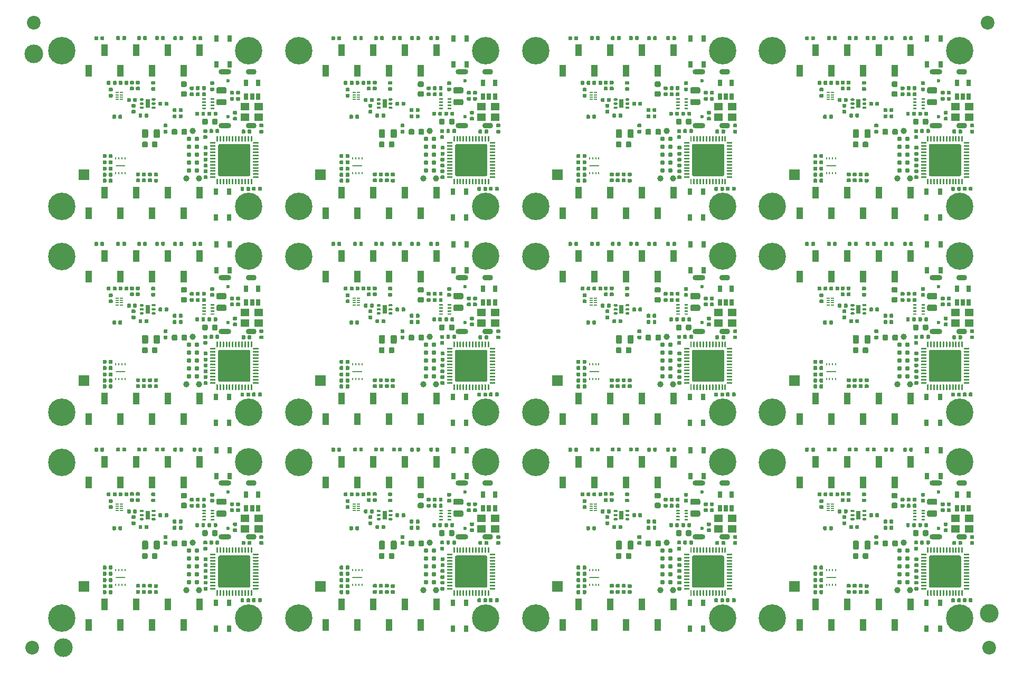
<source format=gbr>
G04 #@! TF.GenerationSoftware,KiCad,Pcbnew,5.1.5-52549c5~84~ubuntu19.04.1*
G04 #@! TF.CreationDate,2020-02-26T13:58:26-06:00*
G04 #@! TF.ProjectId,LeashPCB,4c656173-6850-4434-922e-6b696361645f,rev?*
G04 #@! TF.SameCoordinates,Original*
G04 #@! TF.FileFunction,Soldermask,Bot*
G04 #@! TF.FilePolarity,Negative*
%FSLAX46Y46*%
G04 Gerber Fmt 4.6, Leading zero omitted, Abs format (unit mm)*
G04 Created by KiCad (PCBNEW 5.1.5-52549c5~84~ubuntu19.04.1) date 2020-02-26 13:58:26*
%MOMM*%
%LPD*%
G04 APERTURE LIST*
%ADD10C,0.100000*%
%ADD11R,0.250000X0.300000*%
%ADD12C,4.400000*%
%ADD13C,0.700000*%
%ADD14C,0.600000*%
%ADD15O,1.700000X0.900000*%
%ADD16O,2.000000X0.900000*%
%ADD17R,0.650000X1.050000*%
%ADD18R,0.650000X1.060000*%
%ADD19R,1.400000X1.200000*%
%ADD20R,0.530000X0.200000*%
%ADD21R,0.690000X1.390000*%
%ADD22C,0.240000*%
%ADD23R,1.700000X1.700000*%
%ADD24R,1.000000X1.900000*%
%ADD25C,0.787400*%
%ADD26C,0.990600*%
%ADD27C,2.200000*%
%ADD28C,3.000000*%
G04 APERTURE END LIST*
D10*
G36*
X273565142Y-127351174D02*
G01*
X273588803Y-127354684D01*
X273612007Y-127360496D01*
X273634529Y-127368554D01*
X273656153Y-127378782D01*
X273676670Y-127391079D01*
X273695883Y-127405329D01*
X273713607Y-127421393D01*
X273729671Y-127439117D01*
X273743921Y-127458330D01*
X273756218Y-127478847D01*
X273766446Y-127500471D01*
X273774504Y-127522993D01*
X273780316Y-127546197D01*
X273783826Y-127569858D01*
X273785000Y-127593750D01*
X273785000Y-128081250D01*
X273783826Y-128105142D01*
X273780316Y-128128803D01*
X273774504Y-128152007D01*
X273766446Y-128174529D01*
X273756218Y-128196153D01*
X273743921Y-128216670D01*
X273729671Y-128235883D01*
X273713607Y-128253607D01*
X273695883Y-128269671D01*
X273676670Y-128283921D01*
X273656153Y-128296218D01*
X273634529Y-128306446D01*
X273612007Y-128314504D01*
X273588803Y-128320316D01*
X273565142Y-128323826D01*
X273541250Y-128325000D01*
X272428750Y-128325000D01*
X272404858Y-128323826D01*
X272381197Y-128320316D01*
X272357993Y-128314504D01*
X272335471Y-128306446D01*
X272313847Y-128296218D01*
X272293330Y-128283921D01*
X272274117Y-128269671D01*
X272256393Y-128253607D01*
X272240329Y-128235883D01*
X272226079Y-128216670D01*
X272213782Y-128196153D01*
X272203554Y-128174529D01*
X272195496Y-128152007D01*
X272189684Y-128128803D01*
X272186174Y-128105142D01*
X272185000Y-128081250D01*
X272185000Y-127593750D01*
X272186174Y-127569858D01*
X272189684Y-127546197D01*
X272195496Y-127522993D01*
X272203554Y-127500471D01*
X272213782Y-127478847D01*
X272226079Y-127458330D01*
X272240329Y-127439117D01*
X272256393Y-127421393D01*
X272274117Y-127405329D01*
X272293330Y-127391079D01*
X272313847Y-127378782D01*
X272335471Y-127368554D01*
X272357993Y-127360496D01*
X272381197Y-127354684D01*
X272404858Y-127351174D01*
X272428750Y-127350000D01*
X273541250Y-127350000D01*
X273565142Y-127351174D01*
G37*
G36*
X273565142Y-125476174D02*
G01*
X273588803Y-125479684D01*
X273612007Y-125485496D01*
X273634529Y-125493554D01*
X273656153Y-125503782D01*
X273676670Y-125516079D01*
X273695883Y-125530329D01*
X273713607Y-125546393D01*
X273729671Y-125564117D01*
X273743921Y-125583330D01*
X273756218Y-125603847D01*
X273766446Y-125625471D01*
X273774504Y-125647993D01*
X273780316Y-125671197D01*
X273783826Y-125694858D01*
X273785000Y-125718750D01*
X273785000Y-126206250D01*
X273783826Y-126230142D01*
X273780316Y-126253803D01*
X273774504Y-126277007D01*
X273766446Y-126299529D01*
X273756218Y-126321153D01*
X273743921Y-126341670D01*
X273729671Y-126360883D01*
X273713607Y-126378607D01*
X273695883Y-126394671D01*
X273676670Y-126408921D01*
X273656153Y-126421218D01*
X273634529Y-126431446D01*
X273612007Y-126439504D01*
X273588803Y-126445316D01*
X273565142Y-126448826D01*
X273541250Y-126450000D01*
X272428750Y-126450000D01*
X272404858Y-126448826D01*
X272381197Y-126445316D01*
X272357993Y-126439504D01*
X272335471Y-126431446D01*
X272313847Y-126421218D01*
X272293330Y-126408921D01*
X272274117Y-126394671D01*
X272256393Y-126378607D01*
X272240329Y-126360883D01*
X272226079Y-126341670D01*
X272213782Y-126321153D01*
X272203554Y-126299529D01*
X272195496Y-126277007D01*
X272189684Y-126253803D01*
X272186174Y-126230142D01*
X272185000Y-126206250D01*
X272185000Y-125718750D01*
X272186174Y-125694858D01*
X272189684Y-125671197D01*
X272195496Y-125647993D01*
X272203554Y-125625471D01*
X272213782Y-125603847D01*
X272226079Y-125583330D01*
X272240329Y-125564117D01*
X272256393Y-125546393D01*
X272274117Y-125530329D01*
X272293330Y-125516079D01*
X272313847Y-125503782D01*
X272335471Y-125493554D01*
X272357993Y-125485496D01*
X272381197Y-125479684D01*
X272404858Y-125476174D01*
X272428750Y-125475000D01*
X273541250Y-125475000D01*
X273565142Y-125476174D01*
G37*
G36*
X235565142Y-127351174D02*
G01*
X235588803Y-127354684D01*
X235612007Y-127360496D01*
X235634529Y-127368554D01*
X235656153Y-127378782D01*
X235676670Y-127391079D01*
X235695883Y-127405329D01*
X235713607Y-127421393D01*
X235729671Y-127439117D01*
X235743921Y-127458330D01*
X235756218Y-127478847D01*
X235766446Y-127500471D01*
X235774504Y-127522993D01*
X235780316Y-127546197D01*
X235783826Y-127569858D01*
X235785000Y-127593750D01*
X235785000Y-128081250D01*
X235783826Y-128105142D01*
X235780316Y-128128803D01*
X235774504Y-128152007D01*
X235766446Y-128174529D01*
X235756218Y-128196153D01*
X235743921Y-128216670D01*
X235729671Y-128235883D01*
X235713607Y-128253607D01*
X235695883Y-128269671D01*
X235676670Y-128283921D01*
X235656153Y-128296218D01*
X235634529Y-128306446D01*
X235612007Y-128314504D01*
X235588803Y-128320316D01*
X235565142Y-128323826D01*
X235541250Y-128325000D01*
X234428750Y-128325000D01*
X234404858Y-128323826D01*
X234381197Y-128320316D01*
X234357993Y-128314504D01*
X234335471Y-128306446D01*
X234313847Y-128296218D01*
X234293330Y-128283921D01*
X234274117Y-128269671D01*
X234256393Y-128253607D01*
X234240329Y-128235883D01*
X234226079Y-128216670D01*
X234213782Y-128196153D01*
X234203554Y-128174529D01*
X234195496Y-128152007D01*
X234189684Y-128128803D01*
X234186174Y-128105142D01*
X234185000Y-128081250D01*
X234185000Y-127593750D01*
X234186174Y-127569858D01*
X234189684Y-127546197D01*
X234195496Y-127522993D01*
X234203554Y-127500471D01*
X234213782Y-127478847D01*
X234226079Y-127458330D01*
X234240329Y-127439117D01*
X234256393Y-127421393D01*
X234274117Y-127405329D01*
X234293330Y-127391079D01*
X234313847Y-127378782D01*
X234335471Y-127368554D01*
X234357993Y-127360496D01*
X234381197Y-127354684D01*
X234404858Y-127351174D01*
X234428750Y-127350000D01*
X235541250Y-127350000D01*
X235565142Y-127351174D01*
G37*
G36*
X235565142Y-125476174D02*
G01*
X235588803Y-125479684D01*
X235612007Y-125485496D01*
X235634529Y-125493554D01*
X235656153Y-125503782D01*
X235676670Y-125516079D01*
X235695883Y-125530329D01*
X235713607Y-125546393D01*
X235729671Y-125564117D01*
X235743921Y-125583330D01*
X235756218Y-125603847D01*
X235766446Y-125625471D01*
X235774504Y-125647993D01*
X235780316Y-125671197D01*
X235783826Y-125694858D01*
X235785000Y-125718750D01*
X235785000Y-126206250D01*
X235783826Y-126230142D01*
X235780316Y-126253803D01*
X235774504Y-126277007D01*
X235766446Y-126299529D01*
X235756218Y-126321153D01*
X235743921Y-126341670D01*
X235729671Y-126360883D01*
X235713607Y-126378607D01*
X235695883Y-126394671D01*
X235676670Y-126408921D01*
X235656153Y-126421218D01*
X235634529Y-126431446D01*
X235612007Y-126439504D01*
X235588803Y-126445316D01*
X235565142Y-126448826D01*
X235541250Y-126450000D01*
X234428750Y-126450000D01*
X234404858Y-126448826D01*
X234381197Y-126445316D01*
X234357993Y-126439504D01*
X234335471Y-126431446D01*
X234313847Y-126421218D01*
X234293330Y-126408921D01*
X234274117Y-126394671D01*
X234256393Y-126378607D01*
X234240329Y-126360883D01*
X234226079Y-126341670D01*
X234213782Y-126321153D01*
X234203554Y-126299529D01*
X234195496Y-126277007D01*
X234189684Y-126253803D01*
X234186174Y-126230142D01*
X234185000Y-126206250D01*
X234185000Y-125718750D01*
X234186174Y-125694858D01*
X234189684Y-125671197D01*
X234195496Y-125647993D01*
X234203554Y-125625471D01*
X234213782Y-125603847D01*
X234226079Y-125583330D01*
X234240329Y-125564117D01*
X234256393Y-125546393D01*
X234274117Y-125530329D01*
X234293330Y-125516079D01*
X234313847Y-125503782D01*
X234335471Y-125493554D01*
X234357993Y-125485496D01*
X234381197Y-125479684D01*
X234404858Y-125476174D01*
X234428750Y-125475000D01*
X235541250Y-125475000D01*
X235565142Y-125476174D01*
G37*
G36*
X197565142Y-127351174D02*
G01*
X197588803Y-127354684D01*
X197612007Y-127360496D01*
X197634529Y-127368554D01*
X197656153Y-127378782D01*
X197676670Y-127391079D01*
X197695883Y-127405329D01*
X197713607Y-127421393D01*
X197729671Y-127439117D01*
X197743921Y-127458330D01*
X197756218Y-127478847D01*
X197766446Y-127500471D01*
X197774504Y-127522993D01*
X197780316Y-127546197D01*
X197783826Y-127569858D01*
X197785000Y-127593750D01*
X197785000Y-128081250D01*
X197783826Y-128105142D01*
X197780316Y-128128803D01*
X197774504Y-128152007D01*
X197766446Y-128174529D01*
X197756218Y-128196153D01*
X197743921Y-128216670D01*
X197729671Y-128235883D01*
X197713607Y-128253607D01*
X197695883Y-128269671D01*
X197676670Y-128283921D01*
X197656153Y-128296218D01*
X197634529Y-128306446D01*
X197612007Y-128314504D01*
X197588803Y-128320316D01*
X197565142Y-128323826D01*
X197541250Y-128325000D01*
X196428750Y-128325000D01*
X196404858Y-128323826D01*
X196381197Y-128320316D01*
X196357993Y-128314504D01*
X196335471Y-128306446D01*
X196313847Y-128296218D01*
X196293330Y-128283921D01*
X196274117Y-128269671D01*
X196256393Y-128253607D01*
X196240329Y-128235883D01*
X196226079Y-128216670D01*
X196213782Y-128196153D01*
X196203554Y-128174529D01*
X196195496Y-128152007D01*
X196189684Y-128128803D01*
X196186174Y-128105142D01*
X196185000Y-128081250D01*
X196185000Y-127593750D01*
X196186174Y-127569858D01*
X196189684Y-127546197D01*
X196195496Y-127522993D01*
X196203554Y-127500471D01*
X196213782Y-127478847D01*
X196226079Y-127458330D01*
X196240329Y-127439117D01*
X196256393Y-127421393D01*
X196274117Y-127405329D01*
X196293330Y-127391079D01*
X196313847Y-127378782D01*
X196335471Y-127368554D01*
X196357993Y-127360496D01*
X196381197Y-127354684D01*
X196404858Y-127351174D01*
X196428750Y-127350000D01*
X197541250Y-127350000D01*
X197565142Y-127351174D01*
G37*
G36*
X197565142Y-125476174D02*
G01*
X197588803Y-125479684D01*
X197612007Y-125485496D01*
X197634529Y-125493554D01*
X197656153Y-125503782D01*
X197676670Y-125516079D01*
X197695883Y-125530329D01*
X197713607Y-125546393D01*
X197729671Y-125564117D01*
X197743921Y-125583330D01*
X197756218Y-125603847D01*
X197766446Y-125625471D01*
X197774504Y-125647993D01*
X197780316Y-125671197D01*
X197783826Y-125694858D01*
X197785000Y-125718750D01*
X197785000Y-126206250D01*
X197783826Y-126230142D01*
X197780316Y-126253803D01*
X197774504Y-126277007D01*
X197766446Y-126299529D01*
X197756218Y-126321153D01*
X197743921Y-126341670D01*
X197729671Y-126360883D01*
X197713607Y-126378607D01*
X197695883Y-126394671D01*
X197676670Y-126408921D01*
X197656153Y-126421218D01*
X197634529Y-126431446D01*
X197612007Y-126439504D01*
X197588803Y-126445316D01*
X197565142Y-126448826D01*
X197541250Y-126450000D01*
X196428750Y-126450000D01*
X196404858Y-126448826D01*
X196381197Y-126445316D01*
X196357993Y-126439504D01*
X196335471Y-126431446D01*
X196313847Y-126421218D01*
X196293330Y-126408921D01*
X196274117Y-126394671D01*
X196256393Y-126378607D01*
X196240329Y-126360883D01*
X196226079Y-126341670D01*
X196213782Y-126321153D01*
X196203554Y-126299529D01*
X196195496Y-126277007D01*
X196189684Y-126253803D01*
X196186174Y-126230142D01*
X196185000Y-126206250D01*
X196185000Y-125718750D01*
X196186174Y-125694858D01*
X196189684Y-125671197D01*
X196195496Y-125647993D01*
X196203554Y-125625471D01*
X196213782Y-125603847D01*
X196226079Y-125583330D01*
X196240329Y-125564117D01*
X196256393Y-125546393D01*
X196274117Y-125530329D01*
X196293330Y-125516079D01*
X196313847Y-125503782D01*
X196335471Y-125493554D01*
X196357993Y-125485496D01*
X196381197Y-125479684D01*
X196404858Y-125476174D01*
X196428750Y-125475000D01*
X197541250Y-125475000D01*
X197565142Y-125476174D01*
G37*
G36*
X159565142Y-127351174D02*
G01*
X159588803Y-127354684D01*
X159612007Y-127360496D01*
X159634529Y-127368554D01*
X159656153Y-127378782D01*
X159676670Y-127391079D01*
X159695883Y-127405329D01*
X159713607Y-127421393D01*
X159729671Y-127439117D01*
X159743921Y-127458330D01*
X159756218Y-127478847D01*
X159766446Y-127500471D01*
X159774504Y-127522993D01*
X159780316Y-127546197D01*
X159783826Y-127569858D01*
X159785000Y-127593750D01*
X159785000Y-128081250D01*
X159783826Y-128105142D01*
X159780316Y-128128803D01*
X159774504Y-128152007D01*
X159766446Y-128174529D01*
X159756218Y-128196153D01*
X159743921Y-128216670D01*
X159729671Y-128235883D01*
X159713607Y-128253607D01*
X159695883Y-128269671D01*
X159676670Y-128283921D01*
X159656153Y-128296218D01*
X159634529Y-128306446D01*
X159612007Y-128314504D01*
X159588803Y-128320316D01*
X159565142Y-128323826D01*
X159541250Y-128325000D01*
X158428750Y-128325000D01*
X158404858Y-128323826D01*
X158381197Y-128320316D01*
X158357993Y-128314504D01*
X158335471Y-128306446D01*
X158313847Y-128296218D01*
X158293330Y-128283921D01*
X158274117Y-128269671D01*
X158256393Y-128253607D01*
X158240329Y-128235883D01*
X158226079Y-128216670D01*
X158213782Y-128196153D01*
X158203554Y-128174529D01*
X158195496Y-128152007D01*
X158189684Y-128128803D01*
X158186174Y-128105142D01*
X158185000Y-128081250D01*
X158185000Y-127593750D01*
X158186174Y-127569858D01*
X158189684Y-127546197D01*
X158195496Y-127522993D01*
X158203554Y-127500471D01*
X158213782Y-127478847D01*
X158226079Y-127458330D01*
X158240329Y-127439117D01*
X158256393Y-127421393D01*
X158274117Y-127405329D01*
X158293330Y-127391079D01*
X158313847Y-127378782D01*
X158335471Y-127368554D01*
X158357993Y-127360496D01*
X158381197Y-127354684D01*
X158404858Y-127351174D01*
X158428750Y-127350000D01*
X159541250Y-127350000D01*
X159565142Y-127351174D01*
G37*
G36*
X159565142Y-125476174D02*
G01*
X159588803Y-125479684D01*
X159612007Y-125485496D01*
X159634529Y-125493554D01*
X159656153Y-125503782D01*
X159676670Y-125516079D01*
X159695883Y-125530329D01*
X159713607Y-125546393D01*
X159729671Y-125564117D01*
X159743921Y-125583330D01*
X159756218Y-125603847D01*
X159766446Y-125625471D01*
X159774504Y-125647993D01*
X159780316Y-125671197D01*
X159783826Y-125694858D01*
X159785000Y-125718750D01*
X159785000Y-126206250D01*
X159783826Y-126230142D01*
X159780316Y-126253803D01*
X159774504Y-126277007D01*
X159766446Y-126299529D01*
X159756218Y-126321153D01*
X159743921Y-126341670D01*
X159729671Y-126360883D01*
X159713607Y-126378607D01*
X159695883Y-126394671D01*
X159676670Y-126408921D01*
X159656153Y-126421218D01*
X159634529Y-126431446D01*
X159612007Y-126439504D01*
X159588803Y-126445316D01*
X159565142Y-126448826D01*
X159541250Y-126450000D01*
X158428750Y-126450000D01*
X158404858Y-126448826D01*
X158381197Y-126445316D01*
X158357993Y-126439504D01*
X158335471Y-126431446D01*
X158313847Y-126421218D01*
X158293330Y-126408921D01*
X158274117Y-126394671D01*
X158256393Y-126378607D01*
X158240329Y-126360883D01*
X158226079Y-126341670D01*
X158213782Y-126321153D01*
X158203554Y-126299529D01*
X158195496Y-126277007D01*
X158189684Y-126253803D01*
X158186174Y-126230142D01*
X158185000Y-126206250D01*
X158185000Y-125718750D01*
X158186174Y-125694858D01*
X158189684Y-125671197D01*
X158195496Y-125647993D01*
X158203554Y-125625471D01*
X158213782Y-125603847D01*
X158226079Y-125583330D01*
X158240329Y-125564117D01*
X158256393Y-125546393D01*
X158274117Y-125530329D01*
X158293330Y-125516079D01*
X158313847Y-125503782D01*
X158335471Y-125493554D01*
X158357993Y-125485496D01*
X158381197Y-125479684D01*
X158404858Y-125476174D01*
X158428750Y-125475000D01*
X159541250Y-125475000D01*
X159565142Y-125476174D01*
G37*
G36*
X273565142Y-94351174D02*
G01*
X273588803Y-94354684D01*
X273612007Y-94360496D01*
X273634529Y-94368554D01*
X273656153Y-94378782D01*
X273676670Y-94391079D01*
X273695883Y-94405329D01*
X273713607Y-94421393D01*
X273729671Y-94439117D01*
X273743921Y-94458330D01*
X273756218Y-94478847D01*
X273766446Y-94500471D01*
X273774504Y-94522993D01*
X273780316Y-94546197D01*
X273783826Y-94569858D01*
X273785000Y-94593750D01*
X273785000Y-95081250D01*
X273783826Y-95105142D01*
X273780316Y-95128803D01*
X273774504Y-95152007D01*
X273766446Y-95174529D01*
X273756218Y-95196153D01*
X273743921Y-95216670D01*
X273729671Y-95235883D01*
X273713607Y-95253607D01*
X273695883Y-95269671D01*
X273676670Y-95283921D01*
X273656153Y-95296218D01*
X273634529Y-95306446D01*
X273612007Y-95314504D01*
X273588803Y-95320316D01*
X273565142Y-95323826D01*
X273541250Y-95325000D01*
X272428750Y-95325000D01*
X272404858Y-95323826D01*
X272381197Y-95320316D01*
X272357993Y-95314504D01*
X272335471Y-95306446D01*
X272313847Y-95296218D01*
X272293330Y-95283921D01*
X272274117Y-95269671D01*
X272256393Y-95253607D01*
X272240329Y-95235883D01*
X272226079Y-95216670D01*
X272213782Y-95196153D01*
X272203554Y-95174529D01*
X272195496Y-95152007D01*
X272189684Y-95128803D01*
X272186174Y-95105142D01*
X272185000Y-95081250D01*
X272185000Y-94593750D01*
X272186174Y-94569858D01*
X272189684Y-94546197D01*
X272195496Y-94522993D01*
X272203554Y-94500471D01*
X272213782Y-94478847D01*
X272226079Y-94458330D01*
X272240329Y-94439117D01*
X272256393Y-94421393D01*
X272274117Y-94405329D01*
X272293330Y-94391079D01*
X272313847Y-94378782D01*
X272335471Y-94368554D01*
X272357993Y-94360496D01*
X272381197Y-94354684D01*
X272404858Y-94351174D01*
X272428750Y-94350000D01*
X273541250Y-94350000D01*
X273565142Y-94351174D01*
G37*
G36*
X273565142Y-92476174D02*
G01*
X273588803Y-92479684D01*
X273612007Y-92485496D01*
X273634529Y-92493554D01*
X273656153Y-92503782D01*
X273676670Y-92516079D01*
X273695883Y-92530329D01*
X273713607Y-92546393D01*
X273729671Y-92564117D01*
X273743921Y-92583330D01*
X273756218Y-92603847D01*
X273766446Y-92625471D01*
X273774504Y-92647993D01*
X273780316Y-92671197D01*
X273783826Y-92694858D01*
X273785000Y-92718750D01*
X273785000Y-93206250D01*
X273783826Y-93230142D01*
X273780316Y-93253803D01*
X273774504Y-93277007D01*
X273766446Y-93299529D01*
X273756218Y-93321153D01*
X273743921Y-93341670D01*
X273729671Y-93360883D01*
X273713607Y-93378607D01*
X273695883Y-93394671D01*
X273676670Y-93408921D01*
X273656153Y-93421218D01*
X273634529Y-93431446D01*
X273612007Y-93439504D01*
X273588803Y-93445316D01*
X273565142Y-93448826D01*
X273541250Y-93450000D01*
X272428750Y-93450000D01*
X272404858Y-93448826D01*
X272381197Y-93445316D01*
X272357993Y-93439504D01*
X272335471Y-93431446D01*
X272313847Y-93421218D01*
X272293330Y-93408921D01*
X272274117Y-93394671D01*
X272256393Y-93378607D01*
X272240329Y-93360883D01*
X272226079Y-93341670D01*
X272213782Y-93321153D01*
X272203554Y-93299529D01*
X272195496Y-93277007D01*
X272189684Y-93253803D01*
X272186174Y-93230142D01*
X272185000Y-93206250D01*
X272185000Y-92718750D01*
X272186174Y-92694858D01*
X272189684Y-92671197D01*
X272195496Y-92647993D01*
X272203554Y-92625471D01*
X272213782Y-92603847D01*
X272226079Y-92583330D01*
X272240329Y-92564117D01*
X272256393Y-92546393D01*
X272274117Y-92530329D01*
X272293330Y-92516079D01*
X272313847Y-92503782D01*
X272335471Y-92493554D01*
X272357993Y-92485496D01*
X272381197Y-92479684D01*
X272404858Y-92476174D01*
X272428750Y-92475000D01*
X273541250Y-92475000D01*
X273565142Y-92476174D01*
G37*
G36*
X235565142Y-94351174D02*
G01*
X235588803Y-94354684D01*
X235612007Y-94360496D01*
X235634529Y-94368554D01*
X235656153Y-94378782D01*
X235676670Y-94391079D01*
X235695883Y-94405329D01*
X235713607Y-94421393D01*
X235729671Y-94439117D01*
X235743921Y-94458330D01*
X235756218Y-94478847D01*
X235766446Y-94500471D01*
X235774504Y-94522993D01*
X235780316Y-94546197D01*
X235783826Y-94569858D01*
X235785000Y-94593750D01*
X235785000Y-95081250D01*
X235783826Y-95105142D01*
X235780316Y-95128803D01*
X235774504Y-95152007D01*
X235766446Y-95174529D01*
X235756218Y-95196153D01*
X235743921Y-95216670D01*
X235729671Y-95235883D01*
X235713607Y-95253607D01*
X235695883Y-95269671D01*
X235676670Y-95283921D01*
X235656153Y-95296218D01*
X235634529Y-95306446D01*
X235612007Y-95314504D01*
X235588803Y-95320316D01*
X235565142Y-95323826D01*
X235541250Y-95325000D01*
X234428750Y-95325000D01*
X234404858Y-95323826D01*
X234381197Y-95320316D01*
X234357993Y-95314504D01*
X234335471Y-95306446D01*
X234313847Y-95296218D01*
X234293330Y-95283921D01*
X234274117Y-95269671D01*
X234256393Y-95253607D01*
X234240329Y-95235883D01*
X234226079Y-95216670D01*
X234213782Y-95196153D01*
X234203554Y-95174529D01*
X234195496Y-95152007D01*
X234189684Y-95128803D01*
X234186174Y-95105142D01*
X234185000Y-95081250D01*
X234185000Y-94593750D01*
X234186174Y-94569858D01*
X234189684Y-94546197D01*
X234195496Y-94522993D01*
X234203554Y-94500471D01*
X234213782Y-94478847D01*
X234226079Y-94458330D01*
X234240329Y-94439117D01*
X234256393Y-94421393D01*
X234274117Y-94405329D01*
X234293330Y-94391079D01*
X234313847Y-94378782D01*
X234335471Y-94368554D01*
X234357993Y-94360496D01*
X234381197Y-94354684D01*
X234404858Y-94351174D01*
X234428750Y-94350000D01*
X235541250Y-94350000D01*
X235565142Y-94351174D01*
G37*
G36*
X235565142Y-92476174D02*
G01*
X235588803Y-92479684D01*
X235612007Y-92485496D01*
X235634529Y-92493554D01*
X235656153Y-92503782D01*
X235676670Y-92516079D01*
X235695883Y-92530329D01*
X235713607Y-92546393D01*
X235729671Y-92564117D01*
X235743921Y-92583330D01*
X235756218Y-92603847D01*
X235766446Y-92625471D01*
X235774504Y-92647993D01*
X235780316Y-92671197D01*
X235783826Y-92694858D01*
X235785000Y-92718750D01*
X235785000Y-93206250D01*
X235783826Y-93230142D01*
X235780316Y-93253803D01*
X235774504Y-93277007D01*
X235766446Y-93299529D01*
X235756218Y-93321153D01*
X235743921Y-93341670D01*
X235729671Y-93360883D01*
X235713607Y-93378607D01*
X235695883Y-93394671D01*
X235676670Y-93408921D01*
X235656153Y-93421218D01*
X235634529Y-93431446D01*
X235612007Y-93439504D01*
X235588803Y-93445316D01*
X235565142Y-93448826D01*
X235541250Y-93450000D01*
X234428750Y-93450000D01*
X234404858Y-93448826D01*
X234381197Y-93445316D01*
X234357993Y-93439504D01*
X234335471Y-93431446D01*
X234313847Y-93421218D01*
X234293330Y-93408921D01*
X234274117Y-93394671D01*
X234256393Y-93378607D01*
X234240329Y-93360883D01*
X234226079Y-93341670D01*
X234213782Y-93321153D01*
X234203554Y-93299529D01*
X234195496Y-93277007D01*
X234189684Y-93253803D01*
X234186174Y-93230142D01*
X234185000Y-93206250D01*
X234185000Y-92718750D01*
X234186174Y-92694858D01*
X234189684Y-92671197D01*
X234195496Y-92647993D01*
X234203554Y-92625471D01*
X234213782Y-92603847D01*
X234226079Y-92583330D01*
X234240329Y-92564117D01*
X234256393Y-92546393D01*
X234274117Y-92530329D01*
X234293330Y-92516079D01*
X234313847Y-92503782D01*
X234335471Y-92493554D01*
X234357993Y-92485496D01*
X234381197Y-92479684D01*
X234404858Y-92476174D01*
X234428750Y-92475000D01*
X235541250Y-92475000D01*
X235565142Y-92476174D01*
G37*
G36*
X197565142Y-94351174D02*
G01*
X197588803Y-94354684D01*
X197612007Y-94360496D01*
X197634529Y-94368554D01*
X197656153Y-94378782D01*
X197676670Y-94391079D01*
X197695883Y-94405329D01*
X197713607Y-94421393D01*
X197729671Y-94439117D01*
X197743921Y-94458330D01*
X197756218Y-94478847D01*
X197766446Y-94500471D01*
X197774504Y-94522993D01*
X197780316Y-94546197D01*
X197783826Y-94569858D01*
X197785000Y-94593750D01*
X197785000Y-95081250D01*
X197783826Y-95105142D01*
X197780316Y-95128803D01*
X197774504Y-95152007D01*
X197766446Y-95174529D01*
X197756218Y-95196153D01*
X197743921Y-95216670D01*
X197729671Y-95235883D01*
X197713607Y-95253607D01*
X197695883Y-95269671D01*
X197676670Y-95283921D01*
X197656153Y-95296218D01*
X197634529Y-95306446D01*
X197612007Y-95314504D01*
X197588803Y-95320316D01*
X197565142Y-95323826D01*
X197541250Y-95325000D01*
X196428750Y-95325000D01*
X196404858Y-95323826D01*
X196381197Y-95320316D01*
X196357993Y-95314504D01*
X196335471Y-95306446D01*
X196313847Y-95296218D01*
X196293330Y-95283921D01*
X196274117Y-95269671D01*
X196256393Y-95253607D01*
X196240329Y-95235883D01*
X196226079Y-95216670D01*
X196213782Y-95196153D01*
X196203554Y-95174529D01*
X196195496Y-95152007D01*
X196189684Y-95128803D01*
X196186174Y-95105142D01*
X196185000Y-95081250D01*
X196185000Y-94593750D01*
X196186174Y-94569858D01*
X196189684Y-94546197D01*
X196195496Y-94522993D01*
X196203554Y-94500471D01*
X196213782Y-94478847D01*
X196226079Y-94458330D01*
X196240329Y-94439117D01*
X196256393Y-94421393D01*
X196274117Y-94405329D01*
X196293330Y-94391079D01*
X196313847Y-94378782D01*
X196335471Y-94368554D01*
X196357993Y-94360496D01*
X196381197Y-94354684D01*
X196404858Y-94351174D01*
X196428750Y-94350000D01*
X197541250Y-94350000D01*
X197565142Y-94351174D01*
G37*
G36*
X197565142Y-92476174D02*
G01*
X197588803Y-92479684D01*
X197612007Y-92485496D01*
X197634529Y-92493554D01*
X197656153Y-92503782D01*
X197676670Y-92516079D01*
X197695883Y-92530329D01*
X197713607Y-92546393D01*
X197729671Y-92564117D01*
X197743921Y-92583330D01*
X197756218Y-92603847D01*
X197766446Y-92625471D01*
X197774504Y-92647993D01*
X197780316Y-92671197D01*
X197783826Y-92694858D01*
X197785000Y-92718750D01*
X197785000Y-93206250D01*
X197783826Y-93230142D01*
X197780316Y-93253803D01*
X197774504Y-93277007D01*
X197766446Y-93299529D01*
X197756218Y-93321153D01*
X197743921Y-93341670D01*
X197729671Y-93360883D01*
X197713607Y-93378607D01*
X197695883Y-93394671D01*
X197676670Y-93408921D01*
X197656153Y-93421218D01*
X197634529Y-93431446D01*
X197612007Y-93439504D01*
X197588803Y-93445316D01*
X197565142Y-93448826D01*
X197541250Y-93450000D01*
X196428750Y-93450000D01*
X196404858Y-93448826D01*
X196381197Y-93445316D01*
X196357993Y-93439504D01*
X196335471Y-93431446D01*
X196313847Y-93421218D01*
X196293330Y-93408921D01*
X196274117Y-93394671D01*
X196256393Y-93378607D01*
X196240329Y-93360883D01*
X196226079Y-93341670D01*
X196213782Y-93321153D01*
X196203554Y-93299529D01*
X196195496Y-93277007D01*
X196189684Y-93253803D01*
X196186174Y-93230142D01*
X196185000Y-93206250D01*
X196185000Y-92718750D01*
X196186174Y-92694858D01*
X196189684Y-92671197D01*
X196195496Y-92647993D01*
X196203554Y-92625471D01*
X196213782Y-92603847D01*
X196226079Y-92583330D01*
X196240329Y-92564117D01*
X196256393Y-92546393D01*
X196274117Y-92530329D01*
X196293330Y-92516079D01*
X196313847Y-92503782D01*
X196335471Y-92493554D01*
X196357993Y-92485496D01*
X196381197Y-92479684D01*
X196404858Y-92476174D01*
X196428750Y-92475000D01*
X197541250Y-92475000D01*
X197565142Y-92476174D01*
G37*
G36*
X159565142Y-94351174D02*
G01*
X159588803Y-94354684D01*
X159612007Y-94360496D01*
X159634529Y-94368554D01*
X159656153Y-94378782D01*
X159676670Y-94391079D01*
X159695883Y-94405329D01*
X159713607Y-94421393D01*
X159729671Y-94439117D01*
X159743921Y-94458330D01*
X159756218Y-94478847D01*
X159766446Y-94500471D01*
X159774504Y-94522993D01*
X159780316Y-94546197D01*
X159783826Y-94569858D01*
X159785000Y-94593750D01*
X159785000Y-95081250D01*
X159783826Y-95105142D01*
X159780316Y-95128803D01*
X159774504Y-95152007D01*
X159766446Y-95174529D01*
X159756218Y-95196153D01*
X159743921Y-95216670D01*
X159729671Y-95235883D01*
X159713607Y-95253607D01*
X159695883Y-95269671D01*
X159676670Y-95283921D01*
X159656153Y-95296218D01*
X159634529Y-95306446D01*
X159612007Y-95314504D01*
X159588803Y-95320316D01*
X159565142Y-95323826D01*
X159541250Y-95325000D01*
X158428750Y-95325000D01*
X158404858Y-95323826D01*
X158381197Y-95320316D01*
X158357993Y-95314504D01*
X158335471Y-95306446D01*
X158313847Y-95296218D01*
X158293330Y-95283921D01*
X158274117Y-95269671D01*
X158256393Y-95253607D01*
X158240329Y-95235883D01*
X158226079Y-95216670D01*
X158213782Y-95196153D01*
X158203554Y-95174529D01*
X158195496Y-95152007D01*
X158189684Y-95128803D01*
X158186174Y-95105142D01*
X158185000Y-95081250D01*
X158185000Y-94593750D01*
X158186174Y-94569858D01*
X158189684Y-94546197D01*
X158195496Y-94522993D01*
X158203554Y-94500471D01*
X158213782Y-94478847D01*
X158226079Y-94458330D01*
X158240329Y-94439117D01*
X158256393Y-94421393D01*
X158274117Y-94405329D01*
X158293330Y-94391079D01*
X158313847Y-94378782D01*
X158335471Y-94368554D01*
X158357993Y-94360496D01*
X158381197Y-94354684D01*
X158404858Y-94351174D01*
X158428750Y-94350000D01*
X159541250Y-94350000D01*
X159565142Y-94351174D01*
G37*
G36*
X159565142Y-92476174D02*
G01*
X159588803Y-92479684D01*
X159612007Y-92485496D01*
X159634529Y-92493554D01*
X159656153Y-92503782D01*
X159676670Y-92516079D01*
X159695883Y-92530329D01*
X159713607Y-92546393D01*
X159729671Y-92564117D01*
X159743921Y-92583330D01*
X159756218Y-92603847D01*
X159766446Y-92625471D01*
X159774504Y-92647993D01*
X159780316Y-92671197D01*
X159783826Y-92694858D01*
X159785000Y-92718750D01*
X159785000Y-93206250D01*
X159783826Y-93230142D01*
X159780316Y-93253803D01*
X159774504Y-93277007D01*
X159766446Y-93299529D01*
X159756218Y-93321153D01*
X159743921Y-93341670D01*
X159729671Y-93360883D01*
X159713607Y-93378607D01*
X159695883Y-93394671D01*
X159676670Y-93408921D01*
X159656153Y-93421218D01*
X159634529Y-93431446D01*
X159612007Y-93439504D01*
X159588803Y-93445316D01*
X159565142Y-93448826D01*
X159541250Y-93450000D01*
X158428750Y-93450000D01*
X158404858Y-93448826D01*
X158381197Y-93445316D01*
X158357993Y-93439504D01*
X158335471Y-93431446D01*
X158313847Y-93421218D01*
X158293330Y-93408921D01*
X158274117Y-93394671D01*
X158256393Y-93378607D01*
X158240329Y-93360883D01*
X158226079Y-93341670D01*
X158213782Y-93321153D01*
X158203554Y-93299529D01*
X158195496Y-93277007D01*
X158189684Y-93253803D01*
X158186174Y-93230142D01*
X158185000Y-93206250D01*
X158185000Y-92718750D01*
X158186174Y-92694858D01*
X158189684Y-92671197D01*
X158195496Y-92647993D01*
X158203554Y-92625471D01*
X158213782Y-92603847D01*
X158226079Y-92583330D01*
X158240329Y-92564117D01*
X158256393Y-92546393D01*
X158274117Y-92530329D01*
X158293330Y-92516079D01*
X158313847Y-92503782D01*
X158335471Y-92493554D01*
X158357993Y-92485496D01*
X158381197Y-92479684D01*
X158404858Y-92476174D01*
X158428750Y-92475000D01*
X159541250Y-92475000D01*
X159565142Y-92476174D01*
G37*
G36*
X273565142Y-61351174D02*
G01*
X273588803Y-61354684D01*
X273612007Y-61360496D01*
X273634529Y-61368554D01*
X273656153Y-61378782D01*
X273676670Y-61391079D01*
X273695883Y-61405329D01*
X273713607Y-61421393D01*
X273729671Y-61439117D01*
X273743921Y-61458330D01*
X273756218Y-61478847D01*
X273766446Y-61500471D01*
X273774504Y-61522993D01*
X273780316Y-61546197D01*
X273783826Y-61569858D01*
X273785000Y-61593750D01*
X273785000Y-62081250D01*
X273783826Y-62105142D01*
X273780316Y-62128803D01*
X273774504Y-62152007D01*
X273766446Y-62174529D01*
X273756218Y-62196153D01*
X273743921Y-62216670D01*
X273729671Y-62235883D01*
X273713607Y-62253607D01*
X273695883Y-62269671D01*
X273676670Y-62283921D01*
X273656153Y-62296218D01*
X273634529Y-62306446D01*
X273612007Y-62314504D01*
X273588803Y-62320316D01*
X273565142Y-62323826D01*
X273541250Y-62325000D01*
X272428750Y-62325000D01*
X272404858Y-62323826D01*
X272381197Y-62320316D01*
X272357993Y-62314504D01*
X272335471Y-62306446D01*
X272313847Y-62296218D01*
X272293330Y-62283921D01*
X272274117Y-62269671D01*
X272256393Y-62253607D01*
X272240329Y-62235883D01*
X272226079Y-62216670D01*
X272213782Y-62196153D01*
X272203554Y-62174529D01*
X272195496Y-62152007D01*
X272189684Y-62128803D01*
X272186174Y-62105142D01*
X272185000Y-62081250D01*
X272185000Y-61593750D01*
X272186174Y-61569858D01*
X272189684Y-61546197D01*
X272195496Y-61522993D01*
X272203554Y-61500471D01*
X272213782Y-61478847D01*
X272226079Y-61458330D01*
X272240329Y-61439117D01*
X272256393Y-61421393D01*
X272274117Y-61405329D01*
X272293330Y-61391079D01*
X272313847Y-61378782D01*
X272335471Y-61368554D01*
X272357993Y-61360496D01*
X272381197Y-61354684D01*
X272404858Y-61351174D01*
X272428750Y-61350000D01*
X273541250Y-61350000D01*
X273565142Y-61351174D01*
G37*
G36*
X273565142Y-59476174D02*
G01*
X273588803Y-59479684D01*
X273612007Y-59485496D01*
X273634529Y-59493554D01*
X273656153Y-59503782D01*
X273676670Y-59516079D01*
X273695883Y-59530329D01*
X273713607Y-59546393D01*
X273729671Y-59564117D01*
X273743921Y-59583330D01*
X273756218Y-59603847D01*
X273766446Y-59625471D01*
X273774504Y-59647993D01*
X273780316Y-59671197D01*
X273783826Y-59694858D01*
X273785000Y-59718750D01*
X273785000Y-60206250D01*
X273783826Y-60230142D01*
X273780316Y-60253803D01*
X273774504Y-60277007D01*
X273766446Y-60299529D01*
X273756218Y-60321153D01*
X273743921Y-60341670D01*
X273729671Y-60360883D01*
X273713607Y-60378607D01*
X273695883Y-60394671D01*
X273676670Y-60408921D01*
X273656153Y-60421218D01*
X273634529Y-60431446D01*
X273612007Y-60439504D01*
X273588803Y-60445316D01*
X273565142Y-60448826D01*
X273541250Y-60450000D01*
X272428750Y-60450000D01*
X272404858Y-60448826D01*
X272381197Y-60445316D01*
X272357993Y-60439504D01*
X272335471Y-60431446D01*
X272313847Y-60421218D01*
X272293330Y-60408921D01*
X272274117Y-60394671D01*
X272256393Y-60378607D01*
X272240329Y-60360883D01*
X272226079Y-60341670D01*
X272213782Y-60321153D01*
X272203554Y-60299529D01*
X272195496Y-60277007D01*
X272189684Y-60253803D01*
X272186174Y-60230142D01*
X272185000Y-60206250D01*
X272185000Y-59718750D01*
X272186174Y-59694858D01*
X272189684Y-59671197D01*
X272195496Y-59647993D01*
X272203554Y-59625471D01*
X272213782Y-59603847D01*
X272226079Y-59583330D01*
X272240329Y-59564117D01*
X272256393Y-59546393D01*
X272274117Y-59530329D01*
X272293330Y-59516079D01*
X272313847Y-59503782D01*
X272335471Y-59493554D01*
X272357993Y-59485496D01*
X272381197Y-59479684D01*
X272404858Y-59476174D01*
X272428750Y-59475000D01*
X273541250Y-59475000D01*
X273565142Y-59476174D01*
G37*
G36*
X235565142Y-61351174D02*
G01*
X235588803Y-61354684D01*
X235612007Y-61360496D01*
X235634529Y-61368554D01*
X235656153Y-61378782D01*
X235676670Y-61391079D01*
X235695883Y-61405329D01*
X235713607Y-61421393D01*
X235729671Y-61439117D01*
X235743921Y-61458330D01*
X235756218Y-61478847D01*
X235766446Y-61500471D01*
X235774504Y-61522993D01*
X235780316Y-61546197D01*
X235783826Y-61569858D01*
X235785000Y-61593750D01*
X235785000Y-62081250D01*
X235783826Y-62105142D01*
X235780316Y-62128803D01*
X235774504Y-62152007D01*
X235766446Y-62174529D01*
X235756218Y-62196153D01*
X235743921Y-62216670D01*
X235729671Y-62235883D01*
X235713607Y-62253607D01*
X235695883Y-62269671D01*
X235676670Y-62283921D01*
X235656153Y-62296218D01*
X235634529Y-62306446D01*
X235612007Y-62314504D01*
X235588803Y-62320316D01*
X235565142Y-62323826D01*
X235541250Y-62325000D01*
X234428750Y-62325000D01*
X234404858Y-62323826D01*
X234381197Y-62320316D01*
X234357993Y-62314504D01*
X234335471Y-62306446D01*
X234313847Y-62296218D01*
X234293330Y-62283921D01*
X234274117Y-62269671D01*
X234256393Y-62253607D01*
X234240329Y-62235883D01*
X234226079Y-62216670D01*
X234213782Y-62196153D01*
X234203554Y-62174529D01*
X234195496Y-62152007D01*
X234189684Y-62128803D01*
X234186174Y-62105142D01*
X234185000Y-62081250D01*
X234185000Y-61593750D01*
X234186174Y-61569858D01*
X234189684Y-61546197D01*
X234195496Y-61522993D01*
X234203554Y-61500471D01*
X234213782Y-61478847D01*
X234226079Y-61458330D01*
X234240329Y-61439117D01*
X234256393Y-61421393D01*
X234274117Y-61405329D01*
X234293330Y-61391079D01*
X234313847Y-61378782D01*
X234335471Y-61368554D01*
X234357993Y-61360496D01*
X234381197Y-61354684D01*
X234404858Y-61351174D01*
X234428750Y-61350000D01*
X235541250Y-61350000D01*
X235565142Y-61351174D01*
G37*
G36*
X235565142Y-59476174D02*
G01*
X235588803Y-59479684D01*
X235612007Y-59485496D01*
X235634529Y-59493554D01*
X235656153Y-59503782D01*
X235676670Y-59516079D01*
X235695883Y-59530329D01*
X235713607Y-59546393D01*
X235729671Y-59564117D01*
X235743921Y-59583330D01*
X235756218Y-59603847D01*
X235766446Y-59625471D01*
X235774504Y-59647993D01*
X235780316Y-59671197D01*
X235783826Y-59694858D01*
X235785000Y-59718750D01*
X235785000Y-60206250D01*
X235783826Y-60230142D01*
X235780316Y-60253803D01*
X235774504Y-60277007D01*
X235766446Y-60299529D01*
X235756218Y-60321153D01*
X235743921Y-60341670D01*
X235729671Y-60360883D01*
X235713607Y-60378607D01*
X235695883Y-60394671D01*
X235676670Y-60408921D01*
X235656153Y-60421218D01*
X235634529Y-60431446D01*
X235612007Y-60439504D01*
X235588803Y-60445316D01*
X235565142Y-60448826D01*
X235541250Y-60450000D01*
X234428750Y-60450000D01*
X234404858Y-60448826D01*
X234381197Y-60445316D01*
X234357993Y-60439504D01*
X234335471Y-60431446D01*
X234313847Y-60421218D01*
X234293330Y-60408921D01*
X234274117Y-60394671D01*
X234256393Y-60378607D01*
X234240329Y-60360883D01*
X234226079Y-60341670D01*
X234213782Y-60321153D01*
X234203554Y-60299529D01*
X234195496Y-60277007D01*
X234189684Y-60253803D01*
X234186174Y-60230142D01*
X234185000Y-60206250D01*
X234185000Y-59718750D01*
X234186174Y-59694858D01*
X234189684Y-59671197D01*
X234195496Y-59647993D01*
X234203554Y-59625471D01*
X234213782Y-59603847D01*
X234226079Y-59583330D01*
X234240329Y-59564117D01*
X234256393Y-59546393D01*
X234274117Y-59530329D01*
X234293330Y-59516079D01*
X234313847Y-59503782D01*
X234335471Y-59493554D01*
X234357993Y-59485496D01*
X234381197Y-59479684D01*
X234404858Y-59476174D01*
X234428750Y-59475000D01*
X235541250Y-59475000D01*
X235565142Y-59476174D01*
G37*
G36*
X197565142Y-61351174D02*
G01*
X197588803Y-61354684D01*
X197612007Y-61360496D01*
X197634529Y-61368554D01*
X197656153Y-61378782D01*
X197676670Y-61391079D01*
X197695883Y-61405329D01*
X197713607Y-61421393D01*
X197729671Y-61439117D01*
X197743921Y-61458330D01*
X197756218Y-61478847D01*
X197766446Y-61500471D01*
X197774504Y-61522993D01*
X197780316Y-61546197D01*
X197783826Y-61569858D01*
X197785000Y-61593750D01*
X197785000Y-62081250D01*
X197783826Y-62105142D01*
X197780316Y-62128803D01*
X197774504Y-62152007D01*
X197766446Y-62174529D01*
X197756218Y-62196153D01*
X197743921Y-62216670D01*
X197729671Y-62235883D01*
X197713607Y-62253607D01*
X197695883Y-62269671D01*
X197676670Y-62283921D01*
X197656153Y-62296218D01*
X197634529Y-62306446D01*
X197612007Y-62314504D01*
X197588803Y-62320316D01*
X197565142Y-62323826D01*
X197541250Y-62325000D01*
X196428750Y-62325000D01*
X196404858Y-62323826D01*
X196381197Y-62320316D01*
X196357993Y-62314504D01*
X196335471Y-62306446D01*
X196313847Y-62296218D01*
X196293330Y-62283921D01*
X196274117Y-62269671D01*
X196256393Y-62253607D01*
X196240329Y-62235883D01*
X196226079Y-62216670D01*
X196213782Y-62196153D01*
X196203554Y-62174529D01*
X196195496Y-62152007D01*
X196189684Y-62128803D01*
X196186174Y-62105142D01*
X196185000Y-62081250D01*
X196185000Y-61593750D01*
X196186174Y-61569858D01*
X196189684Y-61546197D01*
X196195496Y-61522993D01*
X196203554Y-61500471D01*
X196213782Y-61478847D01*
X196226079Y-61458330D01*
X196240329Y-61439117D01*
X196256393Y-61421393D01*
X196274117Y-61405329D01*
X196293330Y-61391079D01*
X196313847Y-61378782D01*
X196335471Y-61368554D01*
X196357993Y-61360496D01*
X196381197Y-61354684D01*
X196404858Y-61351174D01*
X196428750Y-61350000D01*
X197541250Y-61350000D01*
X197565142Y-61351174D01*
G37*
G36*
X197565142Y-59476174D02*
G01*
X197588803Y-59479684D01*
X197612007Y-59485496D01*
X197634529Y-59493554D01*
X197656153Y-59503782D01*
X197676670Y-59516079D01*
X197695883Y-59530329D01*
X197713607Y-59546393D01*
X197729671Y-59564117D01*
X197743921Y-59583330D01*
X197756218Y-59603847D01*
X197766446Y-59625471D01*
X197774504Y-59647993D01*
X197780316Y-59671197D01*
X197783826Y-59694858D01*
X197785000Y-59718750D01*
X197785000Y-60206250D01*
X197783826Y-60230142D01*
X197780316Y-60253803D01*
X197774504Y-60277007D01*
X197766446Y-60299529D01*
X197756218Y-60321153D01*
X197743921Y-60341670D01*
X197729671Y-60360883D01*
X197713607Y-60378607D01*
X197695883Y-60394671D01*
X197676670Y-60408921D01*
X197656153Y-60421218D01*
X197634529Y-60431446D01*
X197612007Y-60439504D01*
X197588803Y-60445316D01*
X197565142Y-60448826D01*
X197541250Y-60450000D01*
X196428750Y-60450000D01*
X196404858Y-60448826D01*
X196381197Y-60445316D01*
X196357993Y-60439504D01*
X196335471Y-60431446D01*
X196313847Y-60421218D01*
X196293330Y-60408921D01*
X196274117Y-60394671D01*
X196256393Y-60378607D01*
X196240329Y-60360883D01*
X196226079Y-60341670D01*
X196213782Y-60321153D01*
X196203554Y-60299529D01*
X196195496Y-60277007D01*
X196189684Y-60253803D01*
X196186174Y-60230142D01*
X196185000Y-60206250D01*
X196185000Y-59718750D01*
X196186174Y-59694858D01*
X196189684Y-59671197D01*
X196195496Y-59647993D01*
X196203554Y-59625471D01*
X196213782Y-59603847D01*
X196226079Y-59583330D01*
X196240329Y-59564117D01*
X196256393Y-59546393D01*
X196274117Y-59530329D01*
X196293330Y-59516079D01*
X196313847Y-59503782D01*
X196335471Y-59493554D01*
X196357993Y-59485496D01*
X196381197Y-59479684D01*
X196404858Y-59476174D01*
X196428750Y-59475000D01*
X197541250Y-59475000D01*
X197565142Y-59476174D01*
G37*
G36*
X265702691Y-132151053D02*
G01*
X265723926Y-132154203D01*
X265744750Y-132159419D01*
X265764962Y-132166651D01*
X265784368Y-132175830D01*
X265802781Y-132186866D01*
X265820024Y-132199654D01*
X265835930Y-132214070D01*
X265850346Y-132229976D01*
X265863134Y-132247219D01*
X265874170Y-132265632D01*
X265883349Y-132285038D01*
X265890581Y-132305250D01*
X265895797Y-132326074D01*
X265898947Y-132347309D01*
X265900000Y-132368750D01*
X265900000Y-132881250D01*
X265898947Y-132902691D01*
X265895797Y-132923926D01*
X265890581Y-132944750D01*
X265883349Y-132964962D01*
X265874170Y-132984368D01*
X265863134Y-133002781D01*
X265850346Y-133020024D01*
X265835930Y-133035930D01*
X265820024Y-133050346D01*
X265802781Y-133063134D01*
X265784368Y-133074170D01*
X265764962Y-133083349D01*
X265744750Y-133090581D01*
X265723926Y-133095797D01*
X265702691Y-133098947D01*
X265681250Y-133100000D01*
X265243750Y-133100000D01*
X265222309Y-133098947D01*
X265201074Y-133095797D01*
X265180250Y-133090581D01*
X265160038Y-133083349D01*
X265140632Y-133074170D01*
X265122219Y-133063134D01*
X265104976Y-133050346D01*
X265089070Y-133035930D01*
X265074654Y-133020024D01*
X265061866Y-133002781D01*
X265050830Y-132984368D01*
X265041651Y-132964962D01*
X265034419Y-132944750D01*
X265029203Y-132923926D01*
X265026053Y-132902691D01*
X265025000Y-132881250D01*
X265025000Y-132368750D01*
X265026053Y-132347309D01*
X265029203Y-132326074D01*
X265034419Y-132305250D01*
X265041651Y-132285038D01*
X265050830Y-132265632D01*
X265061866Y-132247219D01*
X265074654Y-132229976D01*
X265089070Y-132214070D01*
X265104976Y-132199654D01*
X265122219Y-132186866D01*
X265140632Y-132175830D01*
X265160038Y-132166651D01*
X265180250Y-132159419D01*
X265201074Y-132154203D01*
X265222309Y-132151053D01*
X265243750Y-132150000D01*
X265681250Y-132150000D01*
X265702691Y-132151053D01*
G37*
G36*
X267277691Y-132151053D02*
G01*
X267298926Y-132154203D01*
X267319750Y-132159419D01*
X267339962Y-132166651D01*
X267359368Y-132175830D01*
X267377781Y-132186866D01*
X267395024Y-132199654D01*
X267410930Y-132214070D01*
X267425346Y-132229976D01*
X267438134Y-132247219D01*
X267449170Y-132265632D01*
X267458349Y-132285038D01*
X267465581Y-132305250D01*
X267470797Y-132326074D01*
X267473947Y-132347309D01*
X267475000Y-132368750D01*
X267475000Y-132881250D01*
X267473947Y-132902691D01*
X267470797Y-132923926D01*
X267465581Y-132944750D01*
X267458349Y-132964962D01*
X267449170Y-132984368D01*
X267438134Y-133002781D01*
X267425346Y-133020024D01*
X267410930Y-133035930D01*
X267395024Y-133050346D01*
X267377781Y-133063134D01*
X267359368Y-133074170D01*
X267339962Y-133083349D01*
X267319750Y-133090581D01*
X267298926Y-133095797D01*
X267277691Y-133098947D01*
X267256250Y-133100000D01*
X266818750Y-133100000D01*
X266797309Y-133098947D01*
X266776074Y-133095797D01*
X266755250Y-133090581D01*
X266735038Y-133083349D01*
X266715632Y-133074170D01*
X266697219Y-133063134D01*
X266679976Y-133050346D01*
X266664070Y-133035930D01*
X266649654Y-133020024D01*
X266636866Y-133002781D01*
X266625830Y-132984368D01*
X266616651Y-132964962D01*
X266609419Y-132944750D01*
X266604203Y-132923926D01*
X266601053Y-132902691D01*
X266600000Y-132881250D01*
X266600000Y-132368750D01*
X266601053Y-132347309D01*
X266604203Y-132326074D01*
X266609419Y-132305250D01*
X266616651Y-132285038D01*
X266625830Y-132265632D01*
X266636866Y-132247219D01*
X266649654Y-132229976D01*
X266664070Y-132214070D01*
X266679976Y-132199654D01*
X266697219Y-132186866D01*
X266715632Y-132175830D01*
X266735038Y-132166651D01*
X266755250Y-132159419D01*
X266776074Y-132154203D01*
X266797309Y-132151053D01*
X266818750Y-132150000D01*
X267256250Y-132150000D01*
X267277691Y-132151053D01*
G37*
G36*
X227702691Y-132151053D02*
G01*
X227723926Y-132154203D01*
X227744750Y-132159419D01*
X227764962Y-132166651D01*
X227784368Y-132175830D01*
X227802781Y-132186866D01*
X227820024Y-132199654D01*
X227835930Y-132214070D01*
X227850346Y-132229976D01*
X227863134Y-132247219D01*
X227874170Y-132265632D01*
X227883349Y-132285038D01*
X227890581Y-132305250D01*
X227895797Y-132326074D01*
X227898947Y-132347309D01*
X227900000Y-132368750D01*
X227900000Y-132881250D01*
X227898947Y-132902691D01*
X227895797Y-132923926D01*
X227890581Y-132944750D01*
X227883349Y-132964962D01*
X227874170Y-132984368D01*
X227863134Y-133002781D01*
X227850346Y-133020024D01*
X227835930Y-133035930D01*
X227820024Y-133050346D01*
X227802781Y-133063134D01*
X227784368Y-133074170D01*
X227764962Y-133083349D01*
X227744750Y-133090581D01*
X227723926Y-133095797D01*
X227702691Y-133098947D01*
X227681250Y-133100000D01*
X227243750Y-133100000D01*
X227222309Y-133098947D01*
X227201074Y-133095797D01*
X227180250Y-133090581D01*
X227160038Y-133083349D01*
X227140632Y-133074170D01*
X227122219Y-133063134D01*
X227104976Y-133050346D01*
X227089070Y-133035930D01*
X227074654Y-133020024D01*
X227061866Y-133002781D01*
X227050830Y-132984368D01*
X227041651Y-132964962D01*
X227034419Y-132944750D01*
X227029203Y-132923926D01*
X227026053Y-132902691D01*
X227025000Y-132881250D01*
X227025000Y-132368750D01*
X227026053Y-132347309D01*
X227029203Y-132326074D01*
X227034419Y-132305250D01*
X227041651Y-132285038D01*
X227050830Y-132265632D01*
X227061866Y-132247219D01*
X227074654Y-132229976D01*
X227089070Y-132214070D01*
X227104976Y-132199654D01*
X227122219Y-132186866D01*
X227140632Y-132175830D01*
X227160038Y-132166651D01*
X227180250Y-132159419D01*
X227201074Y-132154203D01*
X227222309Y-132151053D01*
X227243750Y-132150000D01*
X227681250Y-132150000D01*
X227702691Y-132151053D01*
G37*
G36*
X229277691Y-132151053D02*
G01*
X229298926Y-132154203D01*
X229319750Y-132159419D01*
X229339962Y-132166651D01*
X229359368Y-132175830D01*
X229377781Y-132186866D01*
X229395024Y-132199654D01*
X229410930Y-132214070D01*
X229425346Y-132229976D01*
X229438134Y-132247219D01*
X229449170Y-132265632D01*
X229458349Y-132285038D01*
X229465581Y-132305250D01*
X229470797Y-132326074D01*
X229473947Y-132347309D01*
X229475000Y-132368750D01*
X229475000Y-132881250D01*
X229473947Y-132902691D01*
X229470797Y-132923926D01*
X229465581Y-132944750D01*
X229458349Y-132964962D01*
X229449170Y-132984368D01*
X229438134Y-133002781D01*
X229425346Y-133020024D01*
X229410930Y-133035930D01*
X229395024Y-133050346D01*
X229377781Y-133063134D01*
X229359368Y-133074170D01*
X229339962Y-133083349D01*
X229319750Y-133090581D01*
X229298926Y-133095797D01*
X229277691Y-133098947D01*
X229256250Y-133100000D01*
X228818750Y-133100000D01*
X228797309Y-133098947D01*
X228776074Y-133095797D01*
X228755250Y-133090581D01*
X228735038Y-133083349D01*
X228715632Y-133074170D01*
X228697219Y-133063134D01*
X228679976Y-133050346D01*
X228664070Y-133035930D01*
X228649654Y-133020024D01*
X228636866Y-133002781D01*
X228625830Y-132984368D01*
X228616651Y-132964962D01*
X228609419Y-132944750D01*
X228604203Y-132923926D01*
X228601053Y-132902691D01*
X228600000Y-132881250D01*
X228600000Y-132368750D01*
X228601053Y-132347309D01*
X228604203Y-132326074D01*
X228609419Y-132305250D01*
X228616651Y-132285038D01*
X228625830Y-132265632D01*
X228636866Y-132247219D01*
X228649654Y-132229976D01*
X228664070Y-132214070D01*
X228679976Y-132199654D01*
X228697219Y-132186866D01*
X228715632Y-132175830D01*
X228735038Y-132166651D01*
X228755250Y-132159419D01*
X228776074Y-132154203D01*
X228797309Y-132151053D01*
X228818750Y-132150000D01*
X229256250Y-132150000D01*
X229277691Y-132151053D01*
G37*
G36*
X189702691Y-132151053D02*
G01*
X189723926Y-132154203D01*
X189744750Y-132159419D01*
X189764962Y-132166651D01*
X189784368Y-132175830D01*
X189802781Y-132186866D01*
X189820024Y-132199654D01*
X189835930Y-132214070D01*
X189850346Y-132229976D01*
X189863134Y-132247219D01*
X189874170Y-132265632D01*
X189883349Y-132285038D01*
X189890581Y-132305250D01*
X189895797Y-132326074D01*
X189898947Y-132347309D01*
X189900000Y-132368750D01*
X189900000Y-132881250D01*
X189898947Y-132902691D01*
X189895797Y-132923926D01*
X189890581Y-132944750D01*
X189883349Y-132964962D01*
X189874170Y-132984368D01*
X189863134Y-133002781D01*
X189850346Y-133020024D01*
X189835930Y-133035930D01*
X189820024Y-133050346D01*
X189802781Y-133063134D01*
X189784368Y-133074170D01*
X189764962Y-133083349D01*
X189744750Y-133090581D01*
X189723926Y-133095797D01*
X189702691Y-133098947D01*
X189681250Y-133100000D01*
X189243750Y-133100000D01*
X189222309Y-133098947D01*
X189201074Y-133095797D01*
X189180250Y-133090581D01*
X189160038Y-133083349D01*
X189140632Y-133074170D01*
X189122219Y-133063134D01*
X189104976Y-133050346D01*
X189089070Y-133035930D01*
X189074654Y-133020024D01*
X189061866Y-133002781D01*
X189050830Y-132984368D01*
X189041651Y-132964962D01*
X189034419Y-132944750D01*
X189029203Y-132923926D01*
X189026053Y-132902691D01*
X189025000Y-132881250D01*
X189025000Y-132368750D01*
X189026053Y-132347309D01*
X189029203Y-132326074D01*
X189034419Y-132305250D01*
X189041651Y-132285038D01*
X189050830Y-132265632D01*
X189061866Y-132247219D01*
X189074654Y-132229976D01*
X189089070Y-132214070D01*
X189104976Y-132199654D01*
X189122219Y-132186866D01*
X189140632Y-132175830D01*
X189160038Y-132166651D01*
X189180250Y-132159419D01*
X189201074Y-132154203D01*
X189222309Y-132151053D01*
X189243750Y-132150000D01*
X189681250Y-132150000D01*
X189702691Y-132151053D01*
G37*
G36*
X191277691Y-132151053D02*
G01*
X191298926Y-132154203D01*
X191319750Y-132159419D01*
X191339962Y-132166651D01*
X191359368Y-132175830D01*
X191377781Y-132186866D01*
X191395024Y-132199654D01*
X191410930Y-132214070D01*
X191425346Y-132229976D01*
X191438134Y-132247219D01*
X191449170Y-132265632D01*
X191458349Y-132285038D01*
X191465581Y-132305250D01*
X191470797Y-132326074D01*
X191473947Y-132347309D01*
X191475000Y-132368750D01*
X191475000Y-132881250D01*
X191473947Y-132902691D01*
X191470797Y-132923926D01*
X191465581Y-132944750D01*
X191458349Y-132964962D01*
X191449170Y-132984368D01*
X191438134Y-133002781D01*
X191425346Y-133020024D01*
X191410930Y-133035930D01*
X191395024Y-133050346D01*
X191377781Y-133063134D01*
X191359368Y-133074170D01*
X191339962Y-133083349D01*
X191319750Y-133090581D01*
X191298926Y-133095797D01*
X191277691Y-133098947D01*
X191256250Y-133100000D01*
X190818750Y-133100000D01*
X190797309Y-133098947D01*
X190776074Y-133095797D01*
X190755250Y-133090581D01*
X190735038Y-133083349D01*
X190715632Y-133074170D01*
X190697219Y-133063134D01*
X190679976Y-133050346D01*
X190664070Y-133035930D01*
X190649654Y-133020024D01*
X190636866Y-133002781D01*
X190625830Y-132984368D01*
X190616651Y-132964962D01*
X190609419Y-132944750D01*
X190604203Y-132923926D01*
X190601053Y-132902691D01*
X190600000Y-132881250D01*
X190600000Y-132368750D01*
X190601053Y-132347309D01*
X190604203Y-132326074D01*
X190609419Y-132305250D01*
X190616651Y-132285038D01*
X190625830Y-132265632D01*
X190636866Y-132247219D01*
X190649654Y-132229976D01*
X190664070Y-132214070D01*
X190679976Y-132199654D01*
X190697219Y-132186866D01*
X190715632Y-132175830D01*
X190735038Y-132166651D01*
X190755250Y-132159419D01*
X190776074Y-132154203D01*
X190797309Y-132151053D01*
X190818750Y-132150000D01*
X191256250Y-132150000D01*
X191277691Y-132151053D01*
G37*
G36*
X151702691Y-132151053D02*
G01*
X151723926Y-132154203D01*
X151744750Y-132159419D01*
X151764962Y-132166651D01*
X151784368Y-132175830D01*
X151802781Y-132186866D01*
X151820024Y-132199654D01*
X151835930Y-132214070D01*
X151850346Y-132229976D01*
X151863134Y-132247219D01*
X151874170Y-132265632D01*
X151883349Y-132285038D01*
X151890581Y-132305250D01*
X151895797Y-132326074D01*
X151898947Y-132347309D01*
X151900000Y-132368750D01*
X151900000Y-132881250D01*
X151898947Y-132902691D01*
X151895797Y-132923926D01*
X151890581Y-132944750D01*
X151883349Y-132964962D01*
X151874170Y-132984368D01*
X151863134Y-133002781D01*
X151850346Y-133020024D01*
X151835930Y-133035930D01*
X151820024Y-133050346D01*
X151802781Y-133063134D01*
X151784368Y-133074170D01*
X151764962Y-133083349D01*
X151744750Y-133090581D01*
X151723926Y-133095797D01*
X151702691Y-133098947D01*
X151681250Y-133100000D01*
X151243750Y-133100000D01*
X151222309Y-133098947D01*
X151201074Y-133095797D01*
X151180250Y-133090581D01*
X151160038Y-133083349D01*
X151140632Y-133074170D01*
X151122219Y-133063134D01*
X151104976Y-133050346D01*
X151089070Y-133035930D01*
X151074654Y-133020024D01*
X151061866Y-133002781D01*
X151050830Y-132984368D01*
X151041651Y-132964962D01*
X151034419Y-132944750D01*
X151029203Y-132923926D01*
X151026053Y-132902691D01*
X151025000Y-132881250D01*
X151025000Y-132368750D01*
X151026053Y-132347309D01*
X151029203Y-132326074D01*
X151034419Y-132305250D01*
X151041651Y-132285038D01*
X151050830Y-132265632D01*
X151061866Y-132247219D01*
X151074654Y-132229976D01*
X151089070Y-132214070D01*
X151104976Y-132199654D01*
X151122219Y-132186866D01*
X151140632Y-132175830D01*
X151160038Y-132166651D01*
X151180250Y-132159419D01*
X151201074Y-132154203D01*
X151222309Y-132151053D01*
X151243750Y-132150000D01*
X151681250Y-132150000D01*
X151702691Y-132151053D01*
G37*
G36*
X153277691Y-132151053D02*
G01*
X153298926Y-132154203D01*
X153319750Y-132159419D01*
X153339962Y-132166651D01*
X153359368Y-132175830D01*
X153377781Y-132186866D01*
X153395024Y-132199654D01*
X153410930Y-132214070D01*
X153425346Y-132229976D01*
X153438134Y-132247219D01*
X153449170Y-132265632D01*
X153458349Y-132285038D01*
X153465581Y-132305250D01*
X153470797Y-132326074D01*
X153473947Y-132347309D01*
X153475000Y-132368750D01*
X153475000Y-132881250D01*
X153473947Y-132902691D01*
X153470797Y-132923926D01*
X153465581Y-132944750D01*
X153458349Y-132964962D01*
X153449170Y-132984368D01*
X153438134Y-133002781D01*
X153425346Y-133020024D01*
X153410930Y-133035930D01*
X153395024Y-133050346D01*
X153377781Y-133063134D01*
X153359368Y-133074170D01*
X153339962Y-133083349D01*
X153319750Y-133090581D01*
X153298926Y-133095797D01*
X153277691Y-133098947D01*
X153256250Y-133100000D01*
X152818750Y-133100000D01*
X152797309Y-133098947D01*
X152776074Y-133095797D01*
X152755250Y-133090581D01*
X152735038Y-133083349D01*
X152715632Y-133074170D01*
X152697219Y-133063134D01*
X152679976Y-133050346D01*
X152664070Y-133035930D01*
X152649654Y-133020024D01*
X152636866Y-133002781D01*
X152625830Y-132984368D01*
X152616651Y-132964962D01*
X152609419Y-132944750D01*
X152604203Y-132923926D01*
X152601053Y-132902691D01*
X152600000Y-132881250D01*
X152600000Y-132368750D01*
X152601053Y-132347309D01*
X152604203Y-132326074D01*
X152609419Y-132305250D01*
X152616651Y-132285038D01*
X152625830Y-132265632D01*
X152636866Y-132247219D01*
X152649654Y-132229976D01*
X152664070Y-132214070D01*
X152679976Y-132199654D01*
X152697219Y-132186866D01*
X152715632Y-132175830D01*
X152735038Y-132166651D01*
X152755250Y-132159419D01*
X152776074Y-132154203D01*
X152797309Y-132151053D01*
X152818750Y-132150000D01*
X153256250Y-132150000D01*
X153277691Y-132151053D01*
G37*
G36*
X265702691Y-99151053D02*
G01*
X265723926Y-99154203D01*
X265744750Y-99159419D01*
X265764962Y-99166651D01*
X265784368Y-99175830D01*
X265802781Y-99186866D01*
X265820024Y-99199654D01*
X265835930Y-99214070D01*
X265850346Y-99229976D01*
X265863134Y-99247219D01*
X265874170Y-99265632D01*
X265883349Y-99285038D01*
X265890581Y-99305250D01*
X265895797Y-99326074D01*
X265898947Y-99347309D01*
X265900000Y-99368750D01*
X265900000Y-99881250D01*
X265898947Y-99902691D01*
X265895797Y-99923926D01*
X265890581Y-99944750D01*
X265883349Y-99964962D01*
X265874170Y-99984368D01*
X265863134Y-100002781D01*
X265850346Y-100020024D01*
X265835930Y-100035930D01*
X265820024Y-100050346D01*
X265802781Y-100063134D01*
X265784368Y-100074170D01*
X265764962Y-100083349D01*
X265744750Y-100090581D01*
X265723926Y-100095797D01*
X265702691Y-100098947D01*
X265681250Y-100100000D01*
X265243750Y-100100000D01*
X265222309Y-100098947D01*
X265201074Y-100095797D01*
X265180250Y-100090581D01*
X265160038Y-100083349D01*
X265140632Y-100074170D01*
X265122219Y-100063134D01*
X265104976Y-100050346D01*
X265089070Y-100035930D01*
X265074654Y-100020024D01*
X265061866Y-100002781D01*
X265050830Y-99984368D01*
X265041651Y-99964962D01*
X265034419Y-99944750D01*
X265029203Y-99923926D01*
X265026053Y-99902691D01*
X265025000Y-99881250D01*
X265025000Y-99368750D01*
X265026053Y-99347309D01*
X265029203Y-99326074D01*
X265034419Y-99305250D01*
X265041651Y-99285038D01*
X265050830Y-99265632D01*
X265061866Y-99247219D01*
X265074654Y-99229976D01*
X265089070Y-99214070D01*
X265104976Y-99199654D01*
X265122219Y-99186866D01*
X265140632Y-99175830D01*
X265160038Y-99166651D01*
X265180250Y-99159419D01*
X265201074Y-99154203D01*
X265222309Y-99151053D01*
X265243750Y-99150000D01*
X265681250Y-99150000D01*
X265702691Y-99151053D01*
G37*
G36*
X267277691Y-99151053D02*
G01*
X267298926Y-99154203D01*
X267319750Y-99159419D01*
X267339962Y-99166651D01*
X267359368Y-99175830D01*
X267377781Y-99186866D01*
X267395024Y-99199654D01*
X267410930Y-99214070D01*
X267425346Y-99229976D01*
X267438134Y-99247219D01*
X267449170Y-99265632D01*
X267458349Y-99285038D01*
X267465581Y-99305250D01*
X267470797Y-99326074D01*
X267473947Y-99347309D01*
X267475000Y-99368750D01*
X267475000Y-99881250D01*
X267473947Y-99902691D01*
X267470797Y-99923926D01*
X267465581Y-99944750D01*
X267458349Y-99964962D01*
X267449170Y-99984368D01*
X267438134Y-100002781D01*
X267425346Y-100020024D01*
X267410930Y-100035930D01*
X267395024Y-100050346D01*
X267377781Y-100063134D01*
X267359368Y-100074170D01*
X267339962Y-100083349D01*
X267319750Y-100090581D01*
X267298926Y-100095797D01*
X267277691Y-100098947D01*
X267256250Y-100100000D01*
X266818750Y-100100000D01*
X266797309Y-100098947D01*
X266776074Y-100095797D01*
X266755250Y-100090581D01*
X266735038Y-100083349D01*
X266715632Y-100074170D01*
X266697219Y-100063134D01*
X266679976Y-100050346D01*
X266664070Y-100035930D01*
X266649654Y-100020024D01*
X266636866Y-100002781D01*
X266625830Y-99984368D01*
X266616651Y-99964962D01*
X266609419Y-99944750D01*
X266604203Y-99923926D01*
X266601053Y-99902691D01*
X266600000Y-99881250D01*
X266600000Y-99368750D01*
X266601053Y-99347309D01*
X266604203Y-99326074D01*
X266609419Y-99305250D01*
X266616651Y-99285038D01*
X266625830Y-99265632D01*
X266636866Y-99247219D01*
X266649654Y-99229976D01*
X266664070Y-99214070D01*
X266679976Y-99199654D01*
X266697219Y-99186866D01*
X266715632Y-99175830D01*
X266735038Y-99166651D01*
X266755250Y-99159419D01*
X266776074Y-99154203D01*
X266797309Y-99151053D01*
X266818750Y-99150000D01*
X267256250Y-99150000D01*
X267277691Y-99151053D01*
G37*
G36*
X227702691Y-99151053D02*
G01*
X227723926Y-99154203D01*
X227744750Y-99159419D01*
X227764962Y-99166651D01*
X227784368Y-99175830D01*
X227802781Y-99186866D01*
X227820024Y-99199654D01*
X227835930Y-99214070D01*
X227850346Y-99229976D01*
X227863134Y-99247219D01*
X227874170Y-99265632D01*
X227883349Y-99285038D01*
X227890581Y-99305250D01*
X227895797Y-99326074D01*
X227898947Y-99347309D01*
X227900000Y-99368750D01*
X227900000Y-99881250D01*
X227898947Y-99902691D01*
X227895797Y-99923926D01*
X227890581Y-99944750D01*
X227883349Y-99964962D01*
X227874170Y-99984368D01*
X227863134Y-100002781D01*
X227850346Y-100020024D01*
X227835930Y-100035930D01*
X227820024Y-100050346D01*
X227802781Y-100063134D01*
X227784368Y-100074170D01*
X227764962Y-100083349D01*
X227744750Y-100090581D01*
X227723926Y-100095797D01*
X227702691Y-100098947D01*
X227681250Y-100100000D01*
X227243750Y-100100000D01*
X227222309Y-100098947D01*
X227201074Y-100095797D01*
X227180250Y-100090581D01*
X227160038Y-100083349D01*
X227140632Y-100074170D01*
X227122219Y-100063134D01*
X227104976Y-100050346D01*
X227089070Y-100035930D01*
X227074654Y-100020024D01*
X227061866Y-100002781D01*
X227050830Y-99984368D01*
X227041651Y-99964962D01*
X227034419Y-99944750D01*
X227029203Y-99923926D01*
X227026053Y-99902691D01*
X227025000Y-99881250D01*
X227025000Y-99368750D01*
X227026053Y-99347309D01*
X227029203Y-99326074D01*
X227034419Y-99305250D01*
X227041651Y-99285038D01*
X227050830Y-99265632D01*
X227061866Y-99247219D01*
X227074654Y-99229976D01*
X227089070Y-99214070D01*
X227104976Y-99199654D01*
X227122219Y-99186866D01*
X227140632Y-99175830D01*
X227160038Y-99166651D01*
X227180250Y-99159419D01*
X227201074Y-99154203D01*
X227222309Y-99151053D01*
X227243750Y-99150000D01*
X227681250Y-99150000D01*
X227702691Y-99151053D01*
G37*
G36*
X229277691Y-99151053D02*
G01*
X229298926Y-99154203D01*
X229319750Y-99159419D01*
X229339962Y-99166651D01*
X229359368Y-99175830D01*
X229377781Y-99186866D01*
X229395024Y-99199654D01*
X229410930Y-99214070D01*
X229425346Y-99229976D01*
X229438134Y-99247219D01*
X229449170Y-99265632D01*
X229458349Y-99285038D01*
X229465581Y-99305250D01*
X229470797Y-99326074D01*
X229473947Y-99347309D01*
X229475000Y-99368750D01*
X229475000Y-99881250D01*
X229473947Y-99902691D01*
X229470797Y-99923926D01*
X229465581Y-99944750D01*
X229458349Y-99964962D01*
X229449170Y-99984368D01*
X229438134Y-100002781D01*
X229425346Y-100020024D01*
X229410930Y-100035930D01*
X229395024Y-100050346D01*
X229377781Y-100063134D01*
X229359368Y-100074170D01*
X229339962Y-100083349D01*
X229319750Y-100090581D01*
X229298926Y-100095797D01*
X229277691Y-100098947D01*
X229256250Y-100100000D01*
X228818750Y-100100000D01*
X228797309Y-100098947D01*
X228776074Y-100095797D01*
X228755250Y-100090581D01*
X228735038Y-100083349D01*
X228715632Y-100074170D01*
X228697219Y-100063134D01*
X228679976Y-100050346D01*
X228664070Y-100035930D01*
X228649654Y-100020024D01*
X228636866Y-100002781D01*
X228625830Y-99984368D01*
X228616651Y-99964962D01*
X228609419Y-99944750D01*
X228604203Y-99923926D01*
X228601053Y-99902691D01*
X228600000Y-99881250D01*
X228600000Y-99368750D01*
X228601053Y-99347309D01*
X228604203Y-99326074D01*
X228609419Y-99305250D01*
X228616651Y-99285038D01*
X228625830Y-99265632D01*
X228636866Y-99247219D01*
X228649654Y-99229976D01*
X228664070Y-99214070D01*
X228679976Y-99199654D01*
X228697219Y-99186866D01*
X228715632Y-99175830D01*
X228735038Y-99166651D01*
X228755250Y-99159419D01*
X228776074Y-99154203D01*
X228797309Y-99151053D01*
X228818750Y-99150000D01*
X229256250Y-99150000D01*
X229277691Y-99151053D01*
G37*
G36*
X189702691Y-99151053D02*
G01*
X189723926Y-99154203D01*
X189744750Y-99159419D01*
X189764962Y-99166651D01*
X189784368Y-99175830D01*
X189802781Y-99186866D01*
X189820024Y-99199654D01*
X189835930Y-99214070D01*
X189850346Y-99229976D01*
X189863134Y-99247219D01*
X189874170Y-99265632D01*
X189883349Y-99285038D01*
X189890581Y-99305250D01*
X189895797Y-99326074D01*
X189898947Y-99347309D01*
X189900000Y-99368750D01*
X189900000Y-99881250D01*
X189898947Y-99902691D01*
X189895797Y-99923926D01*
X189890581Y-99944750D01*
X189883349Y-99964962D01*
X189874170Y-99984368D01*
X189863134Y-100002781D01*
X189850346Y-100020024D01*
X189835930Y-100035930D01*
X189820024Y-100050346D01*
X189802781Y-100063134D01*
X189784368Y-100074170D01*
X189764962Y-100083349D01*
X189744750Y-100090581D01*
X189723926Y-100095797D01*
X189702691Y-100098947D01*
X189681250Y-100100000D01*
X189243750Y-100100000D01*
X189222309Y-100098947D01*
X189201074Y-100095797D01*
X189180250Y-100090581D01*
X189160038Y-100083349D01*
X189140632Y-100074170D01*
X189122219Y-100063134D01*
X189104976Y-100050346D01*
X189089070Y-100035930D01*
X189074654Y-100020024D01*
X189061866Y-100002781D01*
X189050830Y-99984368D01*
X189041651Y-99964962D01*
X189034419Y-99944750D01*
X189029203Y-99923926D01*
X189026053Y-99902691D01*
X189025000Y-99881250D01*
X189025000Y-99368750D01*
X189026053Y-99347309D01*
X189029203Y-99326074D01*
X189034419Y-99305250D01*
X189041651Y-99285038D01*
X189050830Y-99265632D01*
X189061866Y-99247219D01*
X189074654Y-99229976D01*
X189089070Y-99214070D01*
X189104976Y-99199654D01*
X189122219Y-99186866D01*
X189140632Y-99175830D01*
X189160038Y-99166651D01*
X189180250Y-99159419D01*
X189201074Y-99154203D01*
X189222309Y-99151053D01*
X189243750Y-99150000D01*
X189681250Y-99150000D01*
X189702691Y-99151053D01*
G37*
G36*
X191277691Y-99151053D02*
G01*
X191298926Y-99154203D01*
X191319750Y-99159419D01*
X191339962Y-99166651D01*
X191359368Y-99175830D01*
X191377781Y-99186866D01*
X191395024Y-99199654D01*
X191410930Y-99214070D01*
X191425346Y-99229976D01*
X191438134Y-99247219D01*
X191449170Y-99265632D01*
X191458349Y-99285038D01*
X191465581Y-99305250D01*
X191470797Y-99326074D01*
X191473947Y-99347309D01*
X191475000Y-99368750D01*
X191475000Y-99881250D01*
X191473947Y-99902691D01*
X191470797Y-99923926D01*
X191465581Y-99944750D01*
X191458349Y-99964962D01*
X191449170Y-99984368D01*
X191438134Y-100002781D01*
X191425346Y-100020024D01*
X191410930Y-100035930D01*
X191395024Y-100050346D01*
X191377781Y-100063134D01*
X191359368Y-100074170D01*
X191339962Y-100083349D01*
X191319750Y-100090581D01*
X191298926Y-100095797D01*
X191277691Y-100098947D01*
X191256250Y-100100000D01*
X190818750Y-100100000D01*
X190797309Y-100098947D01*
X190776074Y-100095797D01*
X190755250Y-100090581D01*
X190735038Y-100083349D01*
X190715632Y-100074170D01*
X190697219Y-100063134D01*
X190679976Y-100050346D01*
X190664070Y-100035930D01*
X190649654Y-100020024D01*
X190636866Y-100002781D01*
X190625830Y-99984368D01*
X190616651Y-99964962D01*
X190609419Y-99944750D01*
X190604203Y-99923926D01*
X190601053Y-99902691D01*
X190600000Y-99881250D01*
X190600000Y-99368750D01*
X190601053Y-99347309D01*
X190604203Y-99326074D01*
X190609419Y-99305250D01*
X190616651Y-99285038D01*
X190625830Y-99265632D01*
X190636866Y-99247219D01*
X190649654Y-99229976D01*
X190664070Y-99214070D01*
X190679976Y-99199654D01*
X190697219Y-99186866D01*
X190715632Y-99175830D01*
X190735038Y-99166651D01*
X190755250Y-99159419D01*
X190776074Y-99154203D01*
X190797309Y-99151053D01*
X190818750Y-99150000D01*
X191256250Y-99150000D01*
X191277691Y-99151053D01*
G37*
G36*
X151702691Y-99151053D02*
G01*
X151723926Y-99154203D01*
X151744750Y-99159419D01*
X151764962Y-99166651D01*
X151784368Y-99175830D01*
X151802781Y-99186866D01*
X151820024Y-99199654D01*
X151835930Y-99214070D01*
X151850346Y-99229976D01*
X151863134Y-99247219D01*
X151874170Y-99265632D01*
X151883349Y-99285038D01*
X151890581Y-99305250D01*
X151895797Y-99326074D01*
X151898947Y-99347309D01*
X151900000Y-99368750D01*
X151900000Y-99881250D01*
X151898947Y-99902691D01*
X151895797Y-99923926D01*
X151890581Y-99944750D01*
X151883349Y-99964962D01*
X151874170Y-99984368D01*
X151863134Y-100002781D01*
X151850346Y-100020024D01*
X151835930Y-100035930D01*
X151820024Y-100050346D01*
X151802781Y-100063134D01*
X151784368Y-100074170D01*
X151764962Y-100083349D01*
X151744750Y-100090581D01*
X151723926Y-100095797D01*
X151702691Y-100098947D01*
X151681250Y-100100000D01*
X151243750Y-100100000D01*
X151222309Y-100098947D01*
X151201074Y-100095797D01*
X151180250Y-100090581D01*
X151160038Y-100083349D01*
X151140632Y-100074170D01*
X151122219Y-100063134D01*
X151104976Y-100050346D01*
X151089070Y-100035930D01*
X151074654Y-100020024D01*
X151061866Y-100002781D01*
X151050830Y-99984368D01*
X151041651Y-99964962D01*
X151034419Y-99944750D01*
X151029203Y-99923926D01*
X151026053Y-99902691D01*
X151025000Y-99881250D01*
X151025000Y-99368750D01*
X151026053Y-99347309D01*
X151029203Y-99326074D01*
X151034419Y-99305250D01*
X151041651Y-99285038D01*
X151050830Y-99265632D01*
X151061866Y-99247219D01*
X151074654Y-99229976D01*
X151089070Y-99214070D01*
X151104976Y-99199654D01*
X151122219Y-99186866D01*
X151140632Y-99175830D01*
X151160038Y-99166651D01*
X151180250Y-99159419D01*
X151201074Y-99154203D01*
X151222309Y-99151053D01*
X151243750Y-99150000D01*
X151681250Y-99150000D01*
X151702691Y-99151053D01*
G37*
G36*
X153277691Y-99151053D02*
G01*
X153298926Y-99154203D01*
X153319750Y-99159419D01*
X153339962Y-99166651D01*
X153359368Y-99175830D01*
X153377781Y-99186866D01*
X153395024Y-99199654D01*
X153410930Y-99214070D01*
X153425346Y-99229976D01*
X153438134Y-99247219D01*
X153449170Y-99265632D01*
X153458349Y-99285038D01*
X153465581Y-99305250D01*
X153470797Y-99326074D01*
X153473947Y-99347309D01*
X153475000Y-99368750D01*
X153475000Y-99881250D01*
X153473947Y-99902691D01*
X153470797Y-99923926D01*
X153465581Y-99944750D01*
X153458349Y-99964962D01*
X153449170Y-99984368D01*
X153438134Y-100002781D01*
X153425346Y-100020024D01*
X153410930Y-100035930D01*
X153395024Y-100050346D01*
X153377781Y-100063134D01*
X153359368Y-100074170D01*
X153339962Y-100083349D01*
X153319750Y-100090581D01*
X153298926Y-100095797D01*
X153277691Y-100098947D01*
X153256250Y-100100000D01*
X152818750Y-100100000D01*
X152797309Y-100098947D01*
X152776074Y-100095797D01*
X152755250Y-100090581D01*
X152735038Y-100083349D01*
X152715632Y-100074170D01*
X152697219Y-100063134D01*
X152679976Y-100050346D01*
X152664070Y-100035930D01*
X152649654Y-100020024D01*
X152636866Y-100002781D01*
X152625830Y-99984368D01*
X152616651Y-99964962D01*
X152609419Y-99944750D01*
X152604203Y-99923926D01*
X152601053Y-99902691D01*
X152600000Y-99881250D01*
X152600000Y-99368750D01*
X152601053Y-99347309D01*
X152604203Y-99326074D01*
X152609419Y-99305250D01*
X152616651Y-99285038D01*
X152625830Y-99265632D01*
X152636866Y-99247219D01*
X152649654Y-99229976D01*
X152664070Y-99214070D01*
X152679976Y-99199654D01*
X152697219Y-99186866D01*
X152715632Y-99175830D01*
X152735038Y-99166651D01*
X152755250Y-99159419D01*
X152776074Y-99154203D01*
X152797309Y-99151053D01*
X152818750Y-99150000D01*
X153256250Y-99150000D01*
X153277691Y-99151053D01*
G37*
G36*
X265702691Y-66151053D02*
G01*
X265723926Y-66154203D01*
X265744750Y-66159419D01*
X265764962Y-66166651D01*
X265784368Y-66175830D01*
X265802781Y-66186866D01*
X265820024Y-66199654D01*
X265835930Y-66214070D01*
X265850346Y-66229976D01*
X265863134Y-66247219D01*
X265874170Y-66265632D01*
X265883349Y-66285038D01*
X265890581Y-66305250D01*
X265895797Y-66326074D01*
X265898947Y-66347309D01*
X265900000Y-66368750D01*
X265900000Y-66881250D01*
X265898947Y-66902691D01*
X265895797Y-66923926D01*
X265890581Y-66944750D01*
X265883349Y-66964962D01*
X265874170Y-66984368D01*
X265863134Y-67002781D01*
X265850346Y-67020024D01*
X265835930Y-67035930D01*
X265820024Y-67050346D01*
X265802781Y-67063134D01*
X265784368Y-67074170D01*
X265764962Y-67083349D01*
X265744750Y-67090581D01*
X265723926Y-67095797D01*
X265702691Y-67098947D01*
X265681250Y-67100000D01*
X265243750Y-67100000D01*
X265222309Y-67098947D01*
X265201074Y-67095797D01*
X265180250Y-67090581D01*
X265160038Y-67083349D01*
X265140632Y-67074170D01*
X265122219Y-67063134D01*
X265104976Y-67050346D01*
X265089070Y-67035930D01*
X265074654Y-67020024D01*
X265061866Y-67002781D01*
X265050830Y-66984368D01*
X265041651Y-66964962D01*
X265034419Y-66944750D01*
X265029203Y-66923926D01*
X265026053Y-66902691D01*
X265025000Y-66881250D01*
X265025000Y-66368750D01*
X265026053Y-66347309D01*
X265029203Y-66326074D01*
X265034419Y-66305250D01*
X265041651Y-66285038D01*
X265050830Y-66265632D01*
X265061866Y-66247219D01*
X265074654Y-66229976D01*
X265089070Y-66214070D01*
X265104976Y-66199654D01*
X265122219Y-66186866D01*
X265140632Y-66175830D01*
X265160038Y-66166651D01*
X265180250Y-66159419D01*
X265201074Y-66154203D01*
X265222309Y-66151053D01*
X265243750Y-66150000D01*
X265681250Y-66150000D01*
X265702691Y-66151053D01*
G37*
G36*
X267277691Y-66151053D02*
G01*
X267298926Y-66154203D01*
X267319750Y-66159419D01*
X267339962Y-66166651D01*
X267359368Y-66175830D01*
X267377781Y-66186866D01*
X267395024Y-66199654D01*
X267410930Y-66214070D01*
X267425346Y-66229976D01*
X267438134Y-66247219D01*
X267449170Y-66265632D01*
X267458349Y-66285038D01*
X267465581Y-66305250D01*
X267470797Y-66326074D01*
X267473947Y-66347309D01*
X267475000Y-66368750D01*
X267475000Y-66881250D01*
X267473947Y-66902691D01*
X267470797Y-66923926D01*
X267465581Y-66944750D01*
X267458349Y-66964962D01*
X267449170Y-66984368D01*
X267438134Y-67002781D01*
X267425346Y-67020024D01*
X267410930Y-67035930D01*
X267395024Y-67050346D01*
X267377781Y-67063134D01*
X267359368Y-67074170D01*
X267339962Y-67083349D01*
X267319750Y-67090581D01*
X267298926Y-67095797D01*
X267277691Y-67098947D01*
X267256250Y-67100000D01*
X266818750Y-67100000D01*
X266797309Y-67098947D01*
X266776074Y-67095797D01*
X266755250Y-67090581D01*
X266735038Y-67083349D01*
X266715632Y-67074170D01*
X266697219Y-67063134D01*
X266679976Y-67050346D01*
X266664070Y-67035930D01*
X266649654Y-67020024D01*
X266636866Y-67002781D01*
X266625830Y-66984368D01*
X266616651Y-66964962D01*
X266609419Y-66944750D01*
X266604203Y-66923926D01*
X266601053Y-66902691D01*
X266600000Y-66881250D01*
X266600000Y-66368750D01*
X266601053Y-66347309D01*
X266604203Y-66326074D01*
X266609419Y-66305250D01*
X266616651Y-66285038D01*
X266625830Y-66265632D01*
X266636866Y-66247219D01*
X266649654Y-66229976D01*
X266664070Y-66214070D01*
X266679976Y-66199654D01*
X266697219Y-66186866D01*
X266715632Y-66175830D01*
X266735038Y-66166651D01*
X266755250Y-66159419D01*
X266776074Y-66154203D01*
X266797309Y-66151053D01*
X266818750Y-66150000D01*
X267256250Y-66150000D01*
X267277691Y-66151053D01*
G37*
G36*
X227702691Y-66151053D02*
G01*
X227723926Y-66154203D01*
X227744750Y-66159419D01*
X227764962Y-66166651D01*
X227784368Y-66175830D01*
X227802781Y-66186866D01*
X227820024Y-66199654D01*
X227835930Y-66214070D01*
X227850346Y-66229976D01*
X227863134Y-66247219D01*
X227874170Y-66265632D01*
X227883349Y-66285038D01*
X227890581Y-66305250D01*
X227895797Y-66326074D01*
X227898947Y-66347309D01*
X227900000Y-66368750D01*
X227900000Y-66881250D01*
X227898947Y-66902691D01*
X227895797Y-66923926D01*
X227890581Y-66944750D01*
X227883349Y-66964962D01*
X227874170Y-66984368D01*
X227863134Y-67002781D01*
X227850346Y-67020024D01*
X227835930Y-67035930D01*
X227820024Y-67050346D01*
X227802781Y-67063134D01*
X227784368Y-67074170D01*
X227764962Y-67083349D01*
X227744750Y-67090581D01*
X227723926Y-67095797D01*
X227702691Y-67098947D01*
X227681250Y-67100000D01*
X227243750Y-67100000D01*
X227222309Y-67098947D01*
X227201074Y-67095797D01*
X227180250Y-67090581D01*
X227160038Y-67083349D01*
X227140632Y-67074170D01*
X227122219Y-67063134D01*
X227104976Y-67050346D01*
X227089070Y-67035930D01*
X227074654Y-67020024D01*
X227061866Y-67002781D01*
X227050830Y-66984368D01*
X227041651Y-66964962D01*
X227034419Y-66944750D01*
X227029203Y-66923926D01*
X227026053Y-66902691D01*
X227025000Y-66881250D01*
X227025000Y-66368750D01*
X227026053Y-66347309D01*
X227029203Y-66326074D01*
X227034419Y-66305250D01*
X227041651Y-66285038D01*
X227050830Y-66265632D01*
X227061866Y-66247219D01*
X227074654Y-66229976D01*
X227089070Y-66214070D01*
X227104976Y-66199654D01*
X227122219Y-66186866D01*
X227140632Y-66175830D01*
X227160038Y-66166651D01*
X227180250Y-66159419D01*
X227201074Y-66154203D01*
X227222309Y-66151053D01*
X227243750Y-66150000D01*
X227681250Y-66150000D01*
X227702691Y-66151053D01*
G37*
G36*
X229277691Y-66151053D02*
G01*
X229298926Y-66154203D01*
X229319750Y-66159419D01*
X229339962Y-66166651D01*
X229359368Y-66175830D01*
X229377781Y-66186866D01*
X229395024Y-66199654D01*
X229410930Y-66214070D01*
X229425346Y-66229976D01*
X229438134Y-66247219D01*
X229449170Y-66265632D01*
X229458349Y-66285038D01*
X229465581Y-66305250D01*
X229470797Y-66326074D01*
X229473947Y-66347309D01*
X229475000Y-66368750D01*
X229475000Y-66881250D01*
X229473947Y-66902691D01*
X229470797Y-66923926D01*
X229465581Y-66944750D01*
X229458349Y-66964962D01*
X229449170Y-66984368D01*
X229438134Y-67002781D01*
X229425346Y-67020024D01*
X229410930Y-67035930D01*
X229395024Y-67050346D01*
X229377781Y-67063134D01*
X229359368Y-67074170D01*
X229339962Y-67083349D01*
X229319750Y-67090581D01*
X229298926Y-67095797D01*
X229277691Y-67098947D01*
X229256250Y-67100000D01*
X228818750Y-67100000D01*
X228797309Y-67098947D01*
X228776074Y-67095797D01*
X228755250Y-67090581D01*
X228735038Y-67083349D01*
X228715632Y-67074170D01*
X228697219Y-67063134D01*
X228679976Y-67050346D01*
X228664070Y-67035930D01*
X228649654Y-67020024D01*
X228636866Y-67002781D01*
X228625830Y-66984368D01*
X228616651Y-66964962D01*
X228609419Y-66944750D01*
X228604203Y-66923926D01*
X228601053Y-66902691D01*
X228600000Y-66881250D01*
X228600000Y-66368750D01*
X228601053Y-66347309D01*
X228604203Y-66326074D01*
X228609419Y-66305250D01*
X228616651Y-66285038D01*
X228625830Y-66265632D01*
X228636866Y-66247219D01*
X228649654Y-66229976D01*
X228664070Y-66214070D01*
X228679976Y-66199654D01*
X228697219Y-66186866D01*
X228715632Y-66175830D01*
X228735038Y-66166651D01*
X228755250Y-66159419D01*
X228776074Y-66154203D01*
X228797309Y-66151053D01*
X228818750Y-66150000D01*
X229256250Y-66150000D01*
X229277691Y-66151053D01*
G37*
G36*
X189702691Y-66151053D02*
G01*
X189723926Y-66154203D01*
X189744750Y-66159419D01*
X189764962Y-66166651D01*
X189784368Y-66175830D01*
X189802781Y-66186866D01*
X189820024Y-66199654D01*
X189835930Y-66214070D01*
X189850346Y-66229976D01*
X189863134Y-66247219D01*
X189874170Y-66265632D01*
X189883349Y-66285038D01*
X189890581Y-66305250D01*
X189895797Y-66326074D01*
X189898947Y-66347309D01*
X189900000Y-66368750D01*
X189900000Y-66881250D01*
X189898947Y-66902691D01*
X189895797Y-66923926D01*
X189890581Y-66944750D01*
X189883349Y-66964962D01*
X189874170Y-66984368D01*
X189863134Y-67002781D01*
X189850346Y-67020024D01*
X189835930Y-67035930D01*
X189820024Y-67050346D01*
X189802781Y-67063134D01*
X189784368Y-67074170D01*
X189764962Y-67083349D01*
X189744750Y-67090581D01*
X189723926Y-67095797D01*
X189702691Y-67098947D01*
X189681250Y-67100000D01*
X189243750Y-67100000D01*
X189222309Y-67098947D01*
X189201074Y-67095797D01*
X189180250Y-67090581D01*
X189160038Y-67083349D01*
X189140632Y-67074170D01*
X189122219Y-67063134D01*
X189104976Y-67050346D01*
X189089070Y-67035930D01*
X189074654Y-67020024D01*
X189061866Y-67002781D01*
X189050830Y-66984368D01*
X189041651Y-66964962D01*
X189034419Y-66944750D01*
X189029203Y-66923926D01*
X189026053Y-66902691D01*
X189025000Y-66881250D01*
X189025000Y-66368750D01*
X189026053Y-66347309D01*
X189029203Y-66326074D01*
X189034419Y-66305250D01*
X189041651Y-66285038D01*
X189050830Y-66265632D01*
X189061866Y-66247219D01*
X189074654Y-66229976D01*
X189089070Y-66214070D01*
X189104976Y-66199654D01*
X189122219Y-66186866D01*
X189140632Y-66175830D01*
X189160038Y-66166651D01*
X189180250Y-66159419D01*
X189201074Y-66154203D01*
X189222309Y-66151053D01*
X189243750Y-66150000D01*
X189681250Y-66150000D01*
X189702691Y-66151053D01*
G37*
G36*
X191277691Y-66151053D02*
G01*
X191298926Y-66154203D01*
X191319750Y-66159419D01*
X191339962Y-66166651D01*
X191359368Y-66175830D01*
X191377781Y-66186866D01*
X191395024Y-66199654D01*
X191410930Y-66214070D01*
X191425346Y-66229976D01*
X191438134Y-66247219D01*
X191449170Y-66265632D01*
X191458349Y-66285038D01*
X191465581Y-66305250D01*
X191470797Y-66326074D01*
X191473947Y-66347309D01*
X191475000Y-66368750D01*
X191475000Y-66881250D01*
X191473947Y-66902691D01*
X191470797Y-66923926D01*
X191465581Y-66944750D01*
X191458349Y-66964962D01*
X191449170Y-66984368D01*
X191438134Y-67002781D01*
X191425346Y-67020024D01*
X191410930Y-67035930D01*
X191395024Y-67050346D01*
X191377781Y-67063134D01*
X191359368Y-67074170D01*
X191339962Y-67083349D01*
X191319750Y-67090581D01*
X191298926Y-67095797D01*
X191277691Y-67098947D01*
X191256250Y-67100000D01*
X190818750Y-67100000D01*
X190797309Y-67098947D01*
X190776074Y-67095797D01*
X190755250Y-67090581D01*
X190735038Y-67083349D01*
X190715632Y-67074170D01*
X190697219Y-67063134D01*
X190679976Y-67050346D01*
X190664070Y-67035930D01*
X190649654Y-67020024D01*
X190636866Y-67002781D01*
X190625830Y-66984368D01*
X190616651Y-66964962D01*
X190609419Y-66944750D01*
X190604203Y-66923926D01*
X190601053Y-66902691D01*
X190600000Y-66881250D01*
X190600000Y-66368750D01*
X190601053Y-66347309D01*
X190604203Y-66326074D01*
X190609419Y-66305250D01*
X190616651Y-66285038D01*
X190625830Y-66265632D01*
X190636866Y-66247219D01*
X190649654Y-66229976D01*
X190664070Y-66214070D01*
X190679976Y-66199654D01*
X190697219Y-66186866D01*
X190715632Y-66175830D01*
X190735038Y-66166651D01*
X190755250Y-66159419D01*
X190776074Y-66154203D01*
X190797309Y-66151053D01*
X190818750Y-66150000D01*
X191256250Y-66150000D01*
X191277691Y-66151053D01*
G37*
G36*
X262236958Y-124470710D02*
G01*
X262251276Y-124472834D01*
X262265317Y-124476351D01*
X262278946Y-124481228D01*
X262292031Y-124487417D01*
X262304447Y-124494858D01*
X262316073Y-124503481D01*
X262326798Y-124513202D01*
X262336519Y-124523927D01*
X262345142Y-124535553D01*
X262352583Y-124547969D01*
X262358772Y-124561054D01*
X262363649Y-124574683D01*
X262367166Y-124588724D01*
X262369290Y-124603042D01*
X262370000Y-124617500D01*
X262370000Y-124912500D01*
X262369290Y-124926958D01*
X262367166Y-124941276D01*
X262363649Y-124955317D01*
X262358772Y-124968946D01*
X262352583Y-124982031D01*
X262345142Y-124994447D01*
X262336519Y-125006073D01*
X262326798Y-125016798D01*
X262316073Y-125026519D01*
X262304447Y-125035142D01*
X262292031Y-125042583D01*
X262278946Y-125048772D01*
X262265317Y-125053649D01*
X262251276Y-125057166D01*
X262236958Y-125059290D01*
X262222500Y-125060000D01*
X261877500Y-125060000D01*
X261863042Y-125059290D01*
X261848724Y-125057166D01*
X261834683Y-125053649D01*
X261821054Y-125048772D01*
X261807969Y-125042583D01*
X261795553Y-125035142D01*
X261783927Y-125026519D01*
X261773202Y-125016798D01*
X261763481Y-125006073D01*
X261754858Y-124994447D01*
X261747417Y-124982031D01*
X261741228Y-124968946D01*
X261736351Y-124955317D01*
X261732834Y-124941276D01*
X261730710Y-124926958D01*
X261730000Y-124912500D01*
X261730000Y-124617500D01*
X261730710Y-124603042D01*
X261732834Y-124588724D01*
X261736351Y-124574683D01*
X261741228Y-124561054D01*
X261747417Y-124547969D01*
X261754858Y-124535553D01*
X261763481Y-124523927D01*
X261773202Y-124513202D01*
X261783927Y-124503481D01*
X261795553Y-124494858D01*
X261807969Y-124487417D01*
X261821054Y-124481228D01*
X261834683Y-124476351D01*
X261848724Y-124472834D01*
X261863042Y-124470710D01*
X261877500Y-124470000D01*
X262222500Y-124470000D01*
X262236958Y-124470710D01*
G37*
G36*
X262236958Y-125440710D02*
G01*
X262251276Y-125442834D01*
X262265317Y-125446351D01*
X262278946Y-125451228D01*
X262292031Y-125457417D01*
X262304447Y-125464858D01*
X262316073Y-125473481D01*
X262326798Y-125483202D01*
X262336519Y-125493927D01*
X262345142Y-125505553D01*
X262352583Y-125517969D01*
X262358772Y-125531054D01*
X262363649Y-125544683D01*
X262367166Y-125558724D01*
X262369290Y-125573042D01*
X262370000Y-125587500D01*
X262370000Y-125882500D01*
X262369290Y-125896958D01*
X262367166Y-125911276D01*
X262363649Y-125925317D01*
X262358772Y-125938946D01*
X262352583Y-125952031D01*
X262345142Y-125964447D01*
X262336519Y-125976073D01*
X262326798Y-125986798D01*
X262316073Y-125996519D01*
X262304447Y-126005142D01*
X262292031Y-126012583D01*
X262278946Y-126018772D01*
X262265317Y-126023649D01*
X262251276Y-126027166D01*
X262236958Y-126029290D01*
X262222500Y-126030000D01*
X261877500Y-126030000D01*
X261863042Y-126029290D01*
X261848724Y-126027166D01*
X261834683Y-126023649D01*
X261821054Y-126018772D01*
X261807969Y-126012583D01*
X261795553Y-126005142D01*
X261783927Y-125996519D01*
X261773202Y-125986798D01*
X261763481Y-125976073D01*
X261754858Y-125964447D01*
X261747417Y-125952031D01*
X261741228Y-125938946D01*
X261736351Y-125925317D01*
X261732834Y-125911276D01*
X261730710Y-125896958D01*
X261730000Y-125882500D01*
X261730000Y-125587500D01*
X261730710Y-125573042D01*
X261732834Y-125558724D01*
X261736351Y-125544683D01*
X261741228Y-125531054D01*
X261747417Y-125517969D01*
X261754858Y-125505553D01*
X261763481Y-125493927D01*
X261773202Y-125483202D01*
X261783927Y-125473481D01*
X261795553Y-125464858D01*
X261807969Y-125457417D01*
X261821054Y-125451228D01*
X261834683Y-125446351D01*
X261848724Y-125442834D01*
X261863042Y-125440710D01*
X261877500Y-125440000D01*
X262222500Y-125440000D01*
X262236958Y-125440710D01*
G37*
G36*
X224236958Y-124470710D02*
G01*
X224251276Y-124472834D01*
X224265317Y-124476351D01*
X224278946Y-124481228D01*
X224292031Y-124487417D01*
X224304447Y-124494858D01*
X224316073Y-124503481D01*
X224326798Y-124513202D01*
X224336519Y-124523927D01*
X224345142Y-124535553D01*
X224352583Y-124547969D01*
X224358772Y-124561054D01*
X224363649Y-124574683D01*
X224367166Y-124588724D01*
X224369290Y-124603042D01*
X224370000Y-124617500D01*
X224370000Y-124912500D01*
X224369290Y-124926958D01*
X224367166Y-124941276D01*
X224363649Y-124955317D01*
X224358772Y-124968946D01*
X224352583Y-124982031D01*
X224345142Y-124994447D01*
X224336519Y-125006073D01*
X224326798Y-125016798D01*
X224316073Y-125026519D01*
X224304447Y-125035142D01*
X224292031Y-125042583D01*
X224278946Y-125048772D01*
X224265317Y-125053649D01*
X224251276Y-125057166D01*
X224236958Y-125059290D01*
X224222500Y-125060000D01*
X223877500Y-125060000D01*
X223863042Y-125059290D01*
X223848724Y-125057166D01*
X223834683Y-125053649D01*
X223821054Y-125048772D01*
X223807969Y-125042583D01*
X223795553Y-125035142D01*
X223783927Y-125026519D01*
X223773202Y-125016798D01*
X223763481Y-125006073D01*
X223754858Y-124994447D01*
X223747417Y-124982031D01*
X223741228Y-124968946D01*
X223736351Y-124955317D01*
X223732834Y-124941276D01*
X223730710Y-124926958D01*
X223730000Y-124912500D01*
X223730000Y-124617500D01*
X223730710Y-124603042D01*
X223732834Y-124588724D01*
X223736351Y-124574683D01*
X223741228Y-124561054D01*
X223747417Y-124547969D01*
X223754858Y-124535553D01*
X223763481Y-124523927D01*
X223773202Y-124513202D01*
X223783927Y-124503481D01*
X223795553Y-124494858D01*
X223807969Y-124487417D01*
X223821054Y-124481228D01*
X223834683Y-124476351D01*
X223848724Y-124472834D01*
X223863042Y-124470710D01*
X223877500Y-124470000D01*
X224222500Y-124470000D01*
X224236958Y-124470710D01*
G37*
G36*
X224236958Y-125440710D02*
G01*
X224251276Y-125442834D01*
X224265317Y-125446351D01*
X224278946Y-125451228D01*
X224292031Y-125457417D01*
X224304447Y-125464858D01*
X224316073Y-125473481D01*
X224326798Y-125483202D01*
X224336519Y-125493927D01*
X224345142Y-125505553D01*
X224352583Y-125517969D01*
X224358772Y-125531054D01*
X224363649Y-125544683D01*
X224367166Y-125558724D01*
X224369290Y-125573042D01*
X224370000Y-125587500D01*
X224370000Y-125882500D01*
X224369290Y-125896958D01*
X224367166Y-125911276D01*
X224363649Y-125925317D01*
X224358772Y-125938946D01*
X224352583Y-125952031D01*
X224345142Y-125964447D01*
X224336519Y-125976073D01*
X224326798Y-125986798D01*
X224316073Y-125996519D01*
X224304447Y-126005142D01*
X224292031Y-126012583D01*
X224278946Y-126018772D01*
X224265317Y-126023649D01*
X224251276Y-126027166D01*
X224236958Y-126029290D01*
X224222500Y-126030000D01*
X223877500Y-126030000D01*
X223863042Y-126029290D01*
X223848724Y-126027166D01*
X223834683Y-126023649D01*
X223821054Y-126018772D01*
X223807969Y-126012583D01*
X223795553Y-126005142D01*
X223783927Y-125996519D01*
X223773202Y-125986798D01*
X223763481Y-125976073D01*
X223754858Y-125964447D01*
X223747417Y-125952031D01*
X223741228Y-125938946D01*
X223736351Y-125925317D01*
X223732834Y-125911276D01*
X223730710Y-125896958D01*
X223730000Y-125882500D01*
X223730000Y-125587500D01*
X223730710Y-125573042D01*
X223732834Y-125558724D01*
X223736351Y-125544683D01*
X223741228Y-125531054D01*
X223747417Y-125517969D01*
X223754858Y-125505553D01*
X223763481Y-125493927D01*
X223773202Y-125483202D01*
X223783927Y-125473481D01*
X223795553Y-125464858D01*
X223807969Y-125457417D01*
X223821054Y-125451228D01*
X223834683Y-125446351D01*
X223848724Y-125442834D01*
X223863042Y-125440710D01*
X223877500Y-125440000D01*
X224222500Y-125440000D01*
X224236958Y-125440710D01*
G37*
G36*
X186236958Y-124470710D02*
G01*
X186251276Y-124472834D01*
X186265317Y-124476351D01*
X186278946Y-124481228D01*
X186292031Y-124487417D01*
X186304447Y-124494858D01*
X186316073Y-124503481D01*
X186326798Y-124513202D01*
X186336519Y-124523927D01*
X186345142Y-124535553D01*
X186352583Y-124547969D01*
X186358772Y-124561054D01*
X186363649Y-124574683D01*
X186367166Y-124588724D01*
X186369290Y-124603042D01*
X186370000Y-124617500D01*
X186370000Y-124912500D01*
X186369290Y-124926958D01*
X186367166Y-124941276D01*
X186363649Y-124955317D01*
X186358772Y-124968946D01*
X186352583Y-124982031D01*
X186345142Y-124994447D01*
X186336519Y-125006073D01*
X186326798Y-125016798D01*
X186316073Y-125026519D01*
X186304447Y-125035142D01*
X186292031Y-125042583D01*
X186278946Y-125048772D01*
X186265317Y-125053649D01*
X186251276Y-125057166D01*
X186236958Y-125059290D01*
X186222500Y-125060000D01*
X185877500Y-125060000D01*
X185863042Y-125059290D01*
X185848724Y-125057166D01*
X185834683Y-125053649D01*
X185821054Y-125048772D01*
X185807969Y-125042583D01*
X185795553Y-125035142D01*
X185783927Y-125026519D01*
X185773202Y-125016798D01*
X185763481Y-125006073D01*
X185754858Y-124994447D01*
X185747417Y-124982031D01*
X185741228Y-124968946D01*
X185736351Y-124955317D01*
X185732834Y-124941276D01*
X185730710Y-124926958D01*
X185730000Y-124912500D01*
X185730000Y-124617500D01*
X185730710Y-124603042D01*
X185732834Y-124588724D01*
X185736351Y-124574683D01*
X185741228Y-124561054D01*
X185747417Y-124547969D01*
X185754858Y-124535553D01*
X185763481Y-124523927D01*
X185773202Y-124513202D01*
X185783927Y-124503481D01*
X185795553Y-124494858D01*
X185807969Y-124487417D01*
X185821054Y-124481228D01*
X185834683Y-124476351D01*
X185848724Y-124472834D01*
X185863042Y-124470710D01*
X185877500Y-124470000D01*
X186222500Y-124470000D01*
X186236958Y-124470710D01*
G37*
G36*
X186236958Y-125440710D02*
G01*
X186251276Y-125442834D01*
X186265317Y-125446351D01*
X186278946Y-125451228D01*
X186292031Y-125457417D01*
X186304447Y-125464858D01*
X186316073Y-125473481D01*
X186326798Y-125483202D01*
X186336519Y-125493927D01*
X186345142Y-125505553D01*
X186352583Y-125517969D01*
X186358772Y-125531054D01*
X186363649Y-125544683D01*
X186367166Y-125558724D01*
X186369290Y-125573042D01*
X186370000Y-125587500D01*
X186370000Y-125882500D01*
X186369290Y-125896958D01*
X186367166Y-125911276D01*
X186363649Y-125925317D01*
X186358772Y-125938946D01*
X186352583Y-125952031D01*
X186345142Y-125964447D01*
X186336519Y-125976073D01*
X186326798Y-125986798D01*
X186316073Y-125996519D01*
X186304447Y-126005142D01*
X186292031Y-126012583D01*
X186278946Y-126018772D01*
X186265317Y-126023649D01*
X186251276Y-126027166D01*
X186236958Y-126029290D01*
X186222500Y-126030000D01*
X185877500Y-126030000D01*
X185863042Y-126029290D01*
X185848724Y-126027166D01*
X185834683Y-126023649D01*
X185821054Y-126018772D01*
X185807969Y-126012583D01*
X185795553Y-126005142D01*
X185783927Y-125996519D01*
X185773202Y-125986798D01*
X185763481Y-125976073D01*
X185754858Y-125964447D01*
X185747417Y-125952031D01*
X185741228Y-125938946D01*
X185736351Y-125925317D01*
X185732834Y-125911276D01*
X185730710Y-125896958D01*
X185730000Y-125882500D01*
X185730000Y-125587500D01*
X185730710Y-125573042D01*
X185732834Y-125558724D01*
X185736351Y-125544683D01*
X185741228Y-125531054D01*
X185747417Y-125517969D01*
X185754858Y-125505553D01*
X185763481Y-125493927D01*
X185773202Y-125483202D01*
X185783927Y-125473481D01*
X185795553Y-125464858D01*
X185807969Y-125457417D01*
X185821054Y-125451228D01*
X185834683Y-125446351D01*
X185848724Y-125442834D01*
X185863042Y-125440710D01*
X185877500Y-125440000D01*
X186222500Y-125440000D01*
X186236958Y-125440710D01*
G37*
G36*
X148236958Y-124470710D02*
G01*
X148251276Y-124472834D01*
X148265317Y-124476351D01*
X148278946Y-124481228D01*
X148292031Y-124487417D01*
X148304447Y-124494858D01*
X148316073Y-124503481D01*
X148326798Y-124513202D01*
X148336519Y-124523927D01*
X148345142Y-124535553D01*
X148352583Y-124547969D01*
X148358772Y-124561054D01*
X148363649Y-124574683D01*
X148367166Y-124588724D01*
X148369290Y-124603042D01*
X148370000Y-124617500D01*
X148370000Y-124912500D01*
X148369290Y-124926958D01*
X148367166Y-124941276D01*
X148363649Y-124955317D01*
X148358772Y-124968946D01*
X148352583Y-124982031D01*
X148345142Y-124994447D01*
X148336519Y-125006073D01*
X148326798Y-125016798D01*
X148316073Y-125026519D01*
X148304447Y-125035142D01*
X148292031Y-125042583D01*
X148278946Y-125048772D01*
X148265317Y-125053649D01*
X148251276Y-125057166D01*
X148236958Y-125059290D01*
X148222500Y-125060000D01*
X147877500Y-125060000D01*
X147863042Y-125059290D01*
X147848724Y-125057166D01*
X147834683Y-125053649D01*
X147821054Y-125048772D01*
X147807969Y-125042583D01*
X147795553Y-125035142D01*
X147783927Y-125026519D01*
X147773202Y-125016798D01*
X147763481Y-125006073D01*
X147754858Y-124994447D01*
X147747417Y-124982031D01*
X147741228Y-124968946D01*
X147736351Y-124955317D01*
X147732834Y-124941276D01*
X147730710Y-124926958D01*
X147730000Y-124912500D01*
X147730000Y-124617500D01*
X147730710Y-124603042D01*
X147732834Y-124588724D01*
X147736351Y-124574683D01*
X147741228Y-124561054D01*
X147747417Y-124547969D01*
X147754858Y-124535553D01*
X147763481Y-124523927D01*
X147773202Y-124513202D01*
X147783927Y-124503481D01*
X147795553Y-124494858D01*
X147807969Y-124487417D01*
X147821054Y-124481228D01*
X147834683Y-124476351D01*
X147848724Y-124472834D01*
X147863042Y-124470710D01*
X147877500Y-124470000D01*
X148222500Y-124470000D01*
X148236958Y-124470710D01*
G37*
G36*
X148236958Y-125440710D02*
G01*
X148251276Y-125442834D01*
X148265317Y-125446351D01*
X148278946Y-125451228D01*
X148292031Y-125457417D01*
X148304447Y-125464858D01*
X148316073Y-125473481D01*
X148326798Y-125483202D01*
X148336519Y-125493927D01*
X148345142Y-125505553D01*
X148352583Y-125517969D01*
X148358772Y-125531054D01*
X148363649Y-125544683D01*
X148367166Y-125558724D01*
X148369290Y-125573042D01*
X148370000Y-125587500D01*
X148370000Y-125882500D01*
X148369290Y-125896958D01*
X148367166Y-125911276D01*
X148363649Y-125925317D01*
X148358772Y-125938946D01*
X148352583Y-125952031D01*
X148345142Y-125964447D01*
X148336519Y-125976073D01*
X148326798Y-125986798D01*
X148316073Y-125996519D01*
X148304447Y-126005142D01*
X148292031Y-126012583D01*
X148278946Y-126018772D01*
X148265317Y-126023649D01*
X148251276Y-126027166D01*
X148236958Y-126029290D01*
X148222500Y-126030000D01*
X147877500Y-126030000D01*
X147863042Y-126029290D01*
X147848724Y-126027166D01*
X147834683Y-126023649D01*
X147821054Y-126018772D01*
X147807969Y-126012583D01*
X147795553Y-126005142D01*
X147783927Y-125996519D01*
X147773202Y-125986798D01*
X147763481Y-125976073D01*
X147754858Y-125964447D01*
X147747417Y-125952031D01*
X147741228Y-125938946D01*
X147736351Y-125925317D01*
X147732834Y-125911276D01*
X147730710Y-125896958D01*
X147730000Y-125882500D01*
X147730000Y-125587500D01*
X147730710Y-125573042D01*
X147732834Y-125558724D01*
X147736351Y-125544683D01*
X147741228Y-125531054D01*
X147747417Y-125517969D01*
X147754858Y-125505553D01*
X147763481Y-125493927D01*
X147773202Y-125483202D01*
X147783927Y-125473481D01*
X147795553Y-125464858D01*
X147807969Y-125457417D01*
X147821054Y-125451228D01*
X147834683Y-125446351D01*
X147848724Y-125442834D01*
X147863042Y-125440710D01*
X147877500Y-125440000D01*
X148222500Y-125440000D01*
X148236958Y-125440710D01*
G37*
G36*
X262236958Y-91470710D02*
G01*
X262251276Y-91472834D01*
X262265317Y-91476351D01*
X262278946Y-91481228D01*
X262292031Y-91487417D01*
X262304447Y-91494858D01*
X262316073Y-91503481D01*
X262326798Y-91513202D01*
X262336519Y-91523927D01*
X262345142Y-91535553D01*
X262352583Y-91547969D01*
X262358772Y-91561054D01*
X262363649Y-91574683D01*
X262367166Y-91588724D01*
X262369290Y-91603042D01*
X262370000Y-91617500D01*
X262370000Y-91912500D01*
X262369290Y-91926958D01*
X262367166Y-91941276D01*
X262363649Y-91955317D01*
X262358772Y-91968946D01*
X262352583Y-91982031D01*
X262345142Y-91994447D01*
X262336519Y-92006073D01*
X262326798Y-92016798D01*
X262316073Y-92026519D01*
X262304447Y-92035142D01*
X262292031Y-92042583D01*
X262278946Y-92048772D01*
X262265317Y-92053649D01*
X262251276Y-92057166D01*
X262236958Y-92059290D01*
X262222500Y-92060000D01*
X261877500Y-92060000D01*
X261863042Y-92059290D01*
X261848724Y-92057166D01*
X261834683Y-92053649D01*
X261821054Y-92048772D01*
X261807969Y-92042583D01*
X261795553Y-92035142D01*
X261783927Y-92026519D01*
X261773202Y-92016798D01*
X261763481Y-92006073D01*
X261754858Y-91994447D01*
X261747417Y-91982031D01*
X261741228Y-91968946D01*
X261736351Y-91955317D01*
X261732834Y-91941276D01*
X261730710Y-91926958D01*
X261730000Y-91912500D01*
X261730000Y-91617500D01*
X261730710Y-91603042D01*
X261732834Y-91588724D01*
X261736351Y-91574683D01*
X261741228Y-91561054D01*
X261747417Y-91547969D01*
X261754858Y-91535553D01*
X261763481Y-91523927D01*
X261773202Y-91513202D01*
X261783927Y-91503481D01*
X261795553Y-91494858D01*
X261807969Y-91487417D01*
X261821054Y-91481228D01*
X261834683Y-91476351D01*
X261848724Y-91472834D01*
X261863042Y-91470710D01*
X261877500Y-91470000D01*
X262222500Y-91470000D01*
X262236958Y-91470710D01*
G37*
G36*
X262236958Y-92440710D02*
G01*
X262251276Y-92442834D01*
X262265317Y-92446351D01*
X262278946Y-92451228D01*
X262292031Y-92457417D01*
X262304447Y-92464858D01*
X262316073Y-92473481D01*
X262326798Y-92483202D01*
X262336519Y-92493927D01*
X262345142Y-92505553D01*
X262352583Y-92517969D01*
X262358772Y-92531054D01*
X262363649Y-92544683D01*
X262367166Y-92558724D01*
X262369290Y-92573042D01*
X262370000Y-92587500D01*
X262370000Y-92882500D01*
X262369290Y-92896958D01*
X262367166Y-92911276D01*
X262363649Y-92925317D01*
X262358772Y-92938946D01*
X262352583Y-92952031D01*
X262345142Y-92964447D01*
X262336519Y-92976073D01*
X262326798Y-92986798D01*
X262316073Y-92996519D01*
X262304447Y-93005142D01*
X262292031Y-93012583D01*
X262278946Y-93018772D01*
X262265317Y-93023649D01*
X262251276Y-93027166D01*
X262236958Y-93029290D01*
X262222500Y-93030000D01*
X261877500Y-93030000D01*
X261863042Y-93029290D01*
X261848724Y-93027166D01*
X261834683Y-93023649D01*
X261821054Y-93018772D01*
X261807969Y-93012583D01*
X261795553Y-93005142D01*
X261783927Y-92996519D01*
X261773202Y-92986798D01*
X261763481Y-92976073D01*
X261754858Y-92964447D01*
X261747417Y-92952031D01*
X261741228Y-92938946D01*
X261736351Y-92925317D01*
X261732834Y-92911276D01*
X261730710Y-92896958D01*
X261730000Y-92882500D01*
X261730000Y-92587500D01*
X261730710Y-92573042D01*
X261732834Y-92558724D01*
X261736351Y-92544683D01*
X261741228Y-92531054D01*
X261747417Y-92517969D01*
X261754858Y-92505553D01*
X261763481Y-92493927D01*
X261773202Y-92483202D01*
X261783927Y-92473481D01*
X261795553Y-92464858D01*
X261807969Y-92457417D01*
X261821054Y-92451228D01*
X261834683Y-92446351D01*
X261848724Y-92442834D01*
X261863042Y-92440710D01*
X261877500Y-92440000D01*
X262222500Y-92440000D01*
X262236958Y-92440710D01*
G37*
G36*
X224236958Y-91470710D02*
G01*
X224251276Y-91472834D01*
X224265317Y-91476351D01*
X224278946Y-91481228D01*
X224292031Y-91487417D01*
X224304447Y-91494858D01*
X224316073Y-91503481D01*
X224326798Y-91513202D01*
X224336519Y-91523927D01*
X224345142Y-91535553D01*
X224352583Y-91547969D01*
X224358772Y-91561054D01*
X224363649Y-91574683D01*
X224367166Y-91588724D01*
X224369290Y-91603042D01*
X224370000Y-91617500D01*
X224370000Y-91912500D01*
X224369290Y-91926958D01*
X224367166Y-91941276D01*
X224363649Y-91955317D01*
X224358772Y-91968946D01*
X224352583Y-91982031D01*
X224345142Y-91994447D01*
X224336519Y-92006073D01*
X224326798Y-92016798D01*
X224316073Y-92026519D01*
X224304447Y-92035142D01*
X224292031Y-92042583D01*
X224278946Y-92048772D01*
X224265317Y-92053649D01*
X224251276Y-92057166D01*
X224236958Y-92059290D01*
X224222500Y-92060000D01*
X223877500Y-92060000D01*
X223863042Y-92059290D01*
X223848724Y-92057166D01*
X223834683Y-92053649D01*
X223821054Y-92048772D01*
X223807969Y-92042583D01*
X223795553Y-92035142D01*
X223783927Y-92026519D01*
X223773202Y-92016798D01*
X223763481Y-92006073D01*
X223754858Y-91994447D01*
X223747417Y-91982031D01*
X223741228Y-91968946D01*
X223736351Y-91955317D01*
X223732834Y-91941276D01*
X223730710Y-91926958D01*
X223730000Y-91912500D01*
X223730000Y-91617500D01*
X223730710Y-91603042D01*
X223732834Y-91588724D01*
X223736351Y-91574683D01*
X223741228Y-91561054D01*
X223747417Y-91547969D01*
X223754858Y-91535553D01*
X223763481Y-91523927D01*
X223773202Y-91513202D01*
X223783927Y-91503481D01*
X223795553Y-91494858D01*
X223807969Y-91487417D01*
X223821054Y-91481228D01*
X223834683Y-91476351D01*
X223848724Y-91472834D01*
X223863042Y-91470710D01*
X223877500Y-91470000D01*
X224222500Y-91470000D01*
X224236958Y-91470710D01*
G37*
G36*
X224236958Y-92440710D02*
G01*
X224251276Y-92442834D01*
X224265317Y-92446351D01*
X224278946Y-92451228D01*
X224292031Y-92457417D01*
X224304447Y-92464858D01*
X224316073Y-92473481D01*
X224326798Y-92483202D01*
X224336519Y-92493927D01*
X224345142Y-92505553D01*
X224352583Y-92517969D01*
X224358772Y-92531054D01*
X224363649Y-92544683D01*
X224367166Y-92558724D01*
X224369290Y-92573042D01*
X224370000Y-92587500D01*
X224370000Y-92882500D01*
X224369290Y-92896958D01*
X224367166Y-92911276D01*
X224363649Y-92925317D01*
X224358772Y-92938946D01*
X224352583Y-92952031D01*
X224345142Y-92964447D01*
X224336519Y-92976073D01*
X224326798Y-92986798D01*
X224316073Y-92996519D01*
X224304447Y-93005142D01*
X224292031Y-93012583D01*
X224278946Y-93018772D01*
X224265317Y-93023649D01*
X224251276Y-93027166D01*
X224236958Y-93029290D01*
X224222500Y-93030000D01*
X223877500Y-93030000D01*
X223863042Y-93029290D01*
X223848724Y-93027166D01*
X223834683Y-93023649D01*
X223821054Y-93018772D01*
X223807969Y-93012583D01*
X223795553Y-93005142D01*
X223783927Y-92996519D01*
X223773202Y-92986798D01*
X223763481Y-92976073D01*
X223754858Y-92964447D01*
X223747417Y-92952031D01*
X223741228Y-92938946D01*
X223736351Y-92925317D01*
X223732834Y-92911276D01*
X223730710Y-92896958D01*
X223730000Y-92882500D01*
X223730000Y-92587500D01*
X223730710Y-92573042D01*
X223732834Y-92558724D01*
X223736351Y-92544683D01*
X223741228Y-92531054D01*
X223747417Y-92517969D01*
X223754858Y-92505553D01*
X223763481Y-92493927D01*
X223773202Y-92483202D01*
X223783927Y-92473481D01*
X223795553Y-92464858D01*
X223807969Y-92457417D01*
X223821054Y-92451228D01*
X223834683Y-92446351D01*
X223848724Y-92442834D01*
X223863042Y-92440710D01*
X223877500Y-92440000D01*
X224222500Y-92440000D01*
X224236958Y-92440710D01*
G37*
G36*
X186236958Y-91470710D02*
G01*
X186251276Y-91472834D01*
X186265317Y-91476351D01*
X186278946Y-91481228D01*
X186292031Y-91487417D01*
X186304447Y-91494858D01*
X186316073Y-91503481D01*
X186326798Y-91513202D01*
X186336519Y-91523927D01*
X186345142Y-91535553D01*
X186352583Y-91547969D01*
X186358772Y-91561054D01*
X186363649Y-91574683D01*
X186367166Y-91588724D01*
X186369290Y-91603042D01*
X186370000Y-91617500D01*
X186370000Y-91912500D01*
X186369290Y-91926958D01*
X186367166Y-91941276D01*
X186363649Y-91955317D01*
X186358772Y-91968946D01*
X186352583Y-91982031D01*
X186345142Y-91994447D01*
X186336519Y-92006073D01*
X186326798Y-92016798D01*
X186316073Y-92026519D01*
X186304447Y-92035142D01*
X186292031Y-92042583D01*
X186278946Y-92048772D01*
X186265317Y-92053649D01*
X186251276Y-92057166D01*
X186236958Y-92059290D01*
X186222500Y-92060000D01*
X185877500Y-92060000D01*
X185863042Y-92059290D01*
X185848724Y-92057166D01*
X185834683Y-92053649D01*
X185821054Y-92048772D01*
X185807969Y-92042583D01*
X185795553Y-92035142D01*
X185783927Y-92026519D01*
X185773202Y-92016798D01*
X185763481Y-92006073D01*
X185754858Y-91994447D01*
X185747417Y-91982031D01*
X185741228Y-91968946D01*
X185736351Y-91955317D01*
X185732834Y-91941276D01*
X185730710Y-91926958D01*
X185730000Y-91912500D01*
X185730000Y-91617500D01*
X185730710Y-91603042D01*
X185732834Y-91588724D01*
X185736351Y-91574683D01*
X185741228Y-91561054D01*
X185747417Y-91547969D01*
X185754858Y-91535553D01*
X185763481Y-91523927D01*
X185773202Y-91513202D01*
X185783927Y-91503481D01*
X185795553Y-91494858D01*
X185807969Y-91487417D01*
X185821054Y-91481228D01*
X185834683Y-91476351D01*
X185848724Y-91472834D01*
X185863042Y-91470710D01*
X185877500Y-91470000D01*
X186222500Y-91470000D01*
X186236958Y-91470710D01*
G37*
G36*
X186236958Y-92440710D02*
G01*
X186251276Y-92442834D01*
X186265317Y-92446351D01*
X186278946Y-92451228D01*
X186292031Y-92457417D01*
X186304447Y-92464858D01*
X186316073Y-92473481D01*
X186326798Y-92483202D01*
X186336519Y-92493927D01*
X186345142Y-92505553D01*
X186352583Y-92517969D01*
X186358772Y-92531054D01*
X186363649Y-92544683D01*
X186367166Y-92558724D01*
X186369290Y-92573042D01*
X186370000Y-92587500D01*
X186370000Y-92882500D01*
X186369290Y-92896958D01*
X186367166Y-92911276D01*
X186363649Y-92925317D01*
X186358772Y-92938946D01*
X186352583Y-92952031D01*
X186345142Y-92964447D01*
X186336519Y-92976073D01*
X186326798Y-92986798D01*
X186316073Y-92996519D01*
X186304447Y-93005142D01*
X186292031Y-93012583D01*
X186278946Y-93018772D01*
X186265317Y-93023649D01*
X186251276Y-93027166D01*
X186236958Y-93029290D01*
X186222500Y-93030000D01*
X185877500Y-93030000D01*
X185863042Y-93029290D01*
X185848724Y-93027166D01*
X185834683Y-93023649D01*
X185821054Y-93018772D01*
X185807969Y-93012583D01*
X185795553Y-93005142D01*
X185783927Y-92996519D01*
X185773202Y-92986798D01*
X185763481Y-92976073D01*
X185754858Y-92964447D01*
X185747417Y-92952031D01*
X185741228Y-92938946D01*
X185736351Y-92925317D01*
X185732834Y-92911276D01*
X185730710Y-92896958D01*
X185730000Y-92882500D01*
X185730000Y-92587500D01*
X185730710Y-92573042D01*
X185732834Y-92558724D01*
X185736351Y-92544683D01*
X185741228Y-92531054D01*
X185747417Y-92517969D01*
X185754858Y-92505553D01*
X185763481Y-92493927D01*
X185773202Y-92483202D01*
X185783927Y-92473481D01*
X185795553Y-92464858D01*
X185807969Y-92457417D01*
X185821054Y-92451228D01*
X185834683Y-92446351D01*
X185848724Y-92442834D01*
X185863042Y-92440710D01*
X185877500Y-92440000D01*
X186222500Y-92440000D01*
X186236958Y-92440710D01*
G37*
G36*
X148236958Y-91470710D02*
G01*
X148251276Y-91472834D01*
X148265317Y-91476351D01*
X148278946Y-91481228D01*
X148292031Y-91487417D01*
X148304447Y-91494858D01*
X148316073Y-91503481D01*
X148326798Y-91513202D01*
X148336519Y-91523927D01*
X148345142Y-91535553D01*
X148352583Y-91547969D01*
X148358772Y-91561054D01*
X148363649Y-91574683D01*
X148367166Y-91588724D01*
X148369290Y-91603042D01*
X148370000Y-91617500D01*
X148370000Y-91912500D01*
X148369290Y-91926958D01*
X148367166Y-91941276D01*
X148363649Y-91955317D01*
X148358772Y-91968946D01*
X148352583Y-91982031D01*
X148345142Y-91994447D01*
X148336519Y-92006073D01*
X148326798Y-92016798D01*
X148316073Y-92026519D01*
X148304447Y-92035142D01*
X148292031Y-92042583D01*
X148278946Y-92048772D01*
X148265317Y-92053649D01*
X148251276Y-92057166D01*
X148236958Y-92059290D01*
X148222500Y-92060000D01*
X147877500Y-92060000D01*
X147863042Y-92059290D01*
X147848724Y-92057166D01*
X147834683Y-92053649D01*
X147821054Y-92048772D01*
X147807969Y-92042583D01*
X147795553Y-92035142D01*
X147783927Y-92026519D01*
X147773202Y-92016798D01*
X147763481Y-92006073D01*
X147754858Y-91994447D01*
X147747417Y-91982031D01*
X147741228Y-91968946D01*
X147736351Y-91955317D01*
X147732834Y-91941276D01*
X147730710Y-91926958D01*
X147730000Y-91912500D01*
X147730000Y-91617500D01*
X147730710Y-91603042D01*
X147732834Y-91588724D01*
X147736351Y-91574683D01*
X147741228Y-91561054D01*
X147747417Y-91547969D01*
X147754858Y-91535553D01*
X147763481Y-91523927D01*
X147773202Y-91513202D01*
X147783927Y-91503481D01*
X147795553Y-91494858D01*
X147807969Y-91487417D01*
X147821054Y-91481228D01*
X147834683Y-91476351D01*
X147848724Y-91472834D01*
X147863042Y-91470710D01*
X147877500Y-91470000D01*
X148222500Y-91470000D01*
X148236958Y-91470710D01*
G37*
G36*
X148236958Y-92440710D02*
G01*
X148251276Y-92442834D01*
X148265317Y-92446351D01*
X148278946Y-92451228D01*
X148292031Y-92457417D01*
X148304447Y-92464858D01*
X148316073Y-92473481D01*
X148326798Y-92483202D01*
X148336519Y-92493927D01*
X148345142Y-92505553D01*
X148352583Y-92517969D01*
X148358772Y-92531054D01*
X148363649Y-92544683D01*
X148367166Y-92558724D01*
X148369290Y-92573042D01*
X148370000Y-92587500D01*
X148370000Y-92882500D01*
X148369290Y-92896958D01*
X148367166Y-92911276D01*
X148363649Y-92925317D01*
X148358772Y-92938946D01*
X148352583Y-92952031D01*
X148345142Y-92964447D01*
X148336519Y-92976073D01*
X148326798Y-92986798D01*
X148316073Y-92996519D01*
X148304447Y-93005142D01*
X148292031Y-93012583D01*
X148278946Y-93018772D01*
X148265317Y-93023649D01*
X148251276Y-93027166D01*
X148236958Y-93029290D01*
X148222500Y-93030000D01*
X147877500Y-93030000D01*
X147863042Y-93029290D01*
X147848724Y-93027166D01*
X147834683Y-93023649D01*
X147821054Y-93018772D01*
X147807969Y-93012583D01*
X147795553Y-93005142D01*
X147783927Y-92996519D01*
X147773202Y-92986798D01*
X147763481Y-92976073D01*
X147754858Y-92964447D01*
X147747417Y-92952031D01*
X147741228Y-92938946D01*
X147736351Y-92925317D01*
X147732834Y-92911276D01*
X147730710Y-92896958D01*
X147730000Y-92882500D01*
X147730000Y-92587500D01*
X147730710Y-92573042D01*
X147732834Y-92558724D01*
X147736351Y-92544683D01*
X147741228Y-92531054D01*
X147747417Y-92517969D01*
X147754858Y-92505553D01*
X147763481Y-92493927D01*
X147773202Y-92483202D01*
X147783927Y-92473481D01*
X147795553Y-92464858D01*
X147807969Y-92457417D01*
X147821054Y-92451228D01*
X147834683Y-92446351D01*
X147848724Y-92442834D01*
X147863042Y-92440710D01*
X147877500Y-92440000D01*
X148222500Y-92440000D01*
X148236958Y-92440710D01*
G37*
G36*
X262236958Y-58470710D02*
G01*
X262251276Y-58472834D01*
X262265317Y-58476351D01*
X262278946Y-58481228D01*
X262292031Y-58487417D01*
X262304447Y-58494858D01*
X262316073Y-58503481D01*
X262326798Y-58513202D01*
X262336519Y-58523927D01*
X262345142Y-58535553D01*
X262352583Y-58547969D01*
X262358772Y-58561054D01*
X262363649Y-58574683D01*
X262367166Y-58588724D01*
X262369290Y-58603042D01*
X262370000Y-58617500D01*
X262370000Y-58912500D01*
X262369290Y-58926958D01*
X262367166Y-58941276D01*
X262363649Y-58955317D01*
X262358772Y-58968946D01*
X262352583Y-58982031D01*
X262345142Y-58994447D01*
X262336519Y-59006073D01*
X262326798Y-59016798D01*
X262316073Y-59026519D01*
X262304447Y-59035142D01*
X262292031Y-59042583D01*
X262278946Y-59048772D01*
X262265317Y-59053649D01*
X262251276Y-59057166D01*
X262236958Y-59059290D01*
X262222500Y-59060000D01*
X261877500Y-59060000D01*
X261863042Y-59059290D01*
X261848724Y-59057166D01*
X261834683Y-59053649D01*
X261821054Y-59048772D01*
X261807969Y-59042583D01*
X261795553Y-59035142D01*
X261783927Y-59026519D01*
X261773202Y-59016798D01*
X261763481Y-59006073D01*
X261754858Y-58994447D01*
X261747417Y-58982031D01*
X261741228Y-58968946D01*
X261736351Y-58955317D01*
X261732834Y-58941276D01*
X261730710Y-58926958D01*
X261730000Y-58912500D01*
X261730000Y-58617500D01*
X261730710Y-58603042D01*
X261732834Y-58588724D01*
X261736351Y-58574683D01*
X261741228Y-58561054D01*
X261747417Y-58547969D01*
X261754858Y-58535553D01*
X261763481Y-58523927D01*
X261773202Y-58513202D01*
X261783927Y-58503481D01*
X261795553Y-58494858D01*
X261807969Y-58487417D01*
X261821054Y-58481228D01*
X261834683Y-58476351D01*
X261848724Y-58472834D01*
X261863042Y-58470710D01*
X261877500Y-58470000D01*
X262222500Y-58470000D01*
X262236958Y-58470710D01*
G37*
G36*
X262236958Y-59440710D02*
G01*
X262251276Y-59442834D01*
X262265317Y-59446351D01*
X262278946Y-59451228D01*
X262292031Y-59457417D01*
X262304447Y-59464858D01*
X262316073Y-59473481D01*
X262326798Y-59483202D01*
X262336519Y-59493927D01*
X262345142Y-59505553D01*
X262352583Y-59517969D01*
X262358772Y-59531054D01*
X262363649Y-59544683D01*
X262367166Y-59558724D01*
X262369290Y-59573042D01*
X262370000Y-59587500D01*
X262370000Y-59882500D01*
X262369290Y-59896958D01*
X262367166Y-59911276D01*
X262363649Y-59925317D01*
X262358772Y-59938946D01*
X262352583Y-59952031D01*
X262345142Y-59964447D01*
X262336519Y-59976073D01*
X262326798Y-59986798D01*
X262316073Y-59996519D01*
X262304447Y-60005142D01*
X262292031Y-60012583D01*
X262278946Y-60018772D01*
X262265317Y-60023649D01*
X262251276Y-60027166D01*
X262236958Y-60029290D01*
X262222500Y-60030000D01*
X261877500Y-60030000D01*
X261863042Y-60029290D01*
X261848724Y-60027166D01*
X261834683Y-60023649D01*
X261821054Y-60018772D01*
X261807969Y-60012583D01*
X261795553Y-60005142D01*
X261783927Y-59996519D01*
X261773202Y-59986798D01*
X261763481Y-59976073D01*
X261754858Y-59964447D01*
X261747417Y-59952031D01*
X261741228Y-59938946D01*
X261736351Y-59925317D01*
X261732834Y-59911276D01*
X261730710Y-59896958D01*
X261730000Y-59882500D01*
X261730000Y-59587500D01*
X261730710Y-59573042D01*
X261732834Y-59558724D01*
X261736351Y-59544683D01*
X261741228Y-59531054D01*
X261747417Y-59517969D01*
X261754858Y-59505553D01*
X261763481Y-59493927D01*
X261773202Y-59483202D01*
X261783927Y-59473481D01*
X261795553Y-59464858D01*
X261807969Y-59457417D01*
X261821054Y-59451228D01*
X261834683Y-59446351D01*
X261848724Y-59442834D01*
X261863042Y-59440710D01*
X261877500Y-59440000D01*
X262222500Y-59440000D01*
X262236958Y-59440710D01*
G37*
G36*
X224236958Y-58470710D02*
G01*
X224251276Y-58472834D01*
X224265317Y-58476351D01*
X224278946Y-58481228D01*
X224292031Y-58487417D01*
X224304447Y-58494858D01*
X224316073Y-58503481D01*
X224326798Y-58513202D01*
X224336519Y-58523927D01*
X224345142Y-58535553D01*
X224352583Y-58547969D01*
X224358772Y-58561054D01*
X224363649Y-58574683D01*
X224367166Y-58588724D01*
X224369290Y-58603042D01*
X224370000Y-58617500D01*
X224370000Y-58912500D01*
X224369290Y-58926958D01*
X224367166Y-58941276D01*
X224363649Y-58955317D01*
X224358772Y-58968946D01*
X224352583Y-58982031D01*
X224345142Y-58994447D01*
X224336519Y-59006073D01*
X224326798Y-59016798D01*
X224316073Y-59026519D01*
X224304447Y-59035142D01*
X224292031Y-59042583D01*
X224278946Y-59048772D01*
X224265317Y-59053649D01*
X224251276Y-59057166D01*
X224236958Y-59059290D01*
X224222500Y-59060000D01*
X223877500Y-59060000D01*
X223863042Y-59059290D01*
X223848724Y-59057166D01*
X223834683Y-59053649D01*
X223821054Y-59048772D01*
X223807969Y-59042583D01*
X223795553Y-59035142D01*
X223783927Y-59026519D01*
X223773202Y-59016798D01*
X223763481Y-59006073D01*
X223754858Y-58994447D01*
X223747417Y-58982031D01*
X223741228Y-58968946D01*
X223736351Y-58955317D01*
X223732834Y-58941276D01*
X223730710Y-58926958D01*
X223730000Y-58912500D01*
X223730000Y-58617500D01*
X223730710Y-58603042D01*
X223732834Y-58588724D01*
X223736351Y-58574683D01*
X223741228Y-58561054D01*
X223747417Y-58547969D01*
X223754858Y-58535553D01*
X223763481Y-58523927D01*
X223773202Y-58513202D01*
X223783927Y-58503481D01*
X223795553Y-58494858D01*
X223807969Y-58487417D01*
X223821054Y-58481228D01*
X223834683Y-58476351D01*
X223848724Y-58472834D01*
X223863042Y-58470710D01*
X223877500Y-58470000D01*
X224222500Y-58470000D01*
X224236958Y-58470710D01*
G37*
G36*
X224236958Y-59440710D02*
G01*
X224251276Y-59442834D01*
X224265317Y-59446351D01*
X224278946Y-59451228D01*
X224292031Y-59457417D01*
X224304447Y-59464858D01*
X224316073Y-59473481D01*
X224326798Y-59483202D01*
X224336519Y-59493927D01*
X224345142Y-59505553D01*
X224352583Y-59517969D01*
X224358772Y-59531054D01*
X224363649Y-59544683D01*
X224367166Y-59558724D01*
X224369290Y-59573042D01*
X224370000Y-59587500D01*
X224370000Y-59882500D01*
X224369290Y-59896958D01*
X224367166Y-59911276D01*
X224363649Y-59925317D01*
X224358772Y-59938946D01*
X224352583Y-59952031D01*
X224345142Y-59964447D01*
X224336519Y-59976073D01*
X224326798Y-59986798D01*
X224316073Y-59996519D01*
X224304447Y-60005142D01*
X224292031Y-60012583D01*
X224278946Y-60018772D01*
X224265317Y-60023649D01*
X224251276Y-60027166D01*
X224236958Y-60029290D01*
X224222500Y-60030000D01*
X223877500Y-60030000D01*
X223863042Y-60029290D01*
X223848724Y-60027166D01*
X223834683Y-60023649D01*
X223821054Y-60018772D01*
X223807969Y-60012583D01*
X223795553Y-60005142D01*
X223783927Y-59996519D01*
X223773202Y-59986798D01*
X223763481Y-59976073D01*
X223754858Y-59964447D01*
X223747417Y-59952031D01*
X223741228Y-59938946D01*
X223736351Y-59925317D01*
X223732834Y-59911276D01*
X223730710Y-59896958D01*
X223730000Y-59882500D01*
X223730000Y-59587500D01*
X223730710Y-59573042D01*
X223732834Y-59558724D01*
X223736351Y-59544683D01*
X223741228Y-59531054D01*
X223747417Y-59517969D01*
X223754858Y-59505553D01*
X223763481Y-59493927D01*
X223773202Y-59483202D01*
X223783927Y-59473481D01*
X223795553Y-59464858D01*
X223807969Y-59457417D01*
X223821054Y-59451228D01*
X223834683Y-59446351D01*
X223848724Y-59442834D01*
X223863042Y-59440710D01*
X223877500Y-59440000D01*
X224222500Y-59440000D01*
X224236958Y-59440710D01*
G37*
G36*
X186236958Y-58470710D02*
G01*
X186251276Y-58472834D01*
X186265317Y-58476351D01*
X186278946Y-58481228D01*
X186292031Y-58487417D01*
X186304447Y-58494858D01*
X186316073Y-58503481D01*
X186326798Y-58513202D01*
X186336519Y-58523927D01*
X186345142Y-58535553D01*
X186352583Y-58547969D01*
X186358772Y-58561054D01*
X186363649Y-58574683D01*
X186367166Y-58588724D01*
X186369290Y-58603042D01*
X186370000Y-58617500D01*
X186370000Y-58912500D01*
X186369290Y-58926958D01*
X186367166Y-58941276D01*
X186363649Y-58955317D01*
X186358772Y-58968946D01*
X186352583Y-58982031D01*
X186345142Y-58994447D01*
X186336519Y-59006073D01*
X186326798Y-59016798D01*
X186316073Y-59026519D01*
X186304447Y-59035142D01*
X186292031Y-59042583D01*
X186278946Y-59048772D01*
X186265317Y-59053649D01*
X186251276Y-59057166D01*
X186236958Y-59059290D01*
X186222500Y-59060000D01*
X185877500Y-59060000D01*
X185863042Y-59059290D01*
X185848724Y-59057166D01*
X185834683Y-59053649D01*
X185821054Y-59048772D01*
X185807969Y-59042583D01*
X185795553Y-59035142D01*
X185783927Y-59026519D01*
X185773202Y-59016798D01*
X185763481Y-59006073D01*
X185754858Y-58994447D01*
X185747417Y-58982031D01*
X185741228Y-58968946D01*
X185736351Y-58955317D01*
X185732834Y-58941276D01*
X185730710Y-58926958D01*
X185730000Y-58912500D01*
X185730000Y-58617500D01*
X185730710Y-58603042D01*
X185732834Y-58588724D01*
X185736351Y-58574683D01*
X185741228Y-58561054D01*
X185747417Y-58547969D01*
X185754858Y-58535553D01*
X185763481Y-58523927D01*
X185773202Y-58513202D01*
X185783927Y-58503481D01*
X185795553Y-58494858D01*
X185807969Y-58487417D01*
X185821054Y-58481228D01*
X185834683Y-58476351D01*
X185848724Y-58472834D01*
X185863042Y-58470710D01*
X185877500Y-58470000D01*
X186222500Y-58470000D01*
X186236958Y-58470710D01*
G37*
G36*
X186236958Y-59440710D02*
G01*
X186251276Y-59442834D01*
X186265317Y-59446351D01*
X186278946Y-59451228D01*
X186292031Y-59457417D01*
X186304447Y-59464858D01*
X186316073Y-59473481D01*
X186326798Y-59483202D01*
X186336519Y-59493927D01*
X186345142Y-59505553D01*
X186352583Y-59517969D01*
X186358772Y-59531054D01*
X186363649Y-59544683D01*
X186367166Y-59558724D01*
X186369290Y-59573042D01*
X186370000Y-59587500D01*
X186370000Y-59882500D01*
X186369290Y-59896958D01*
X186367166Y-59911276D01*
X186363649Y-59925317D01*
X186358772Y-59938946D01*
X186352583Y-59952031D01*
X186345142Y-59964447D01*
X186336519Y-59976073D01*
X186326798Y-59986798D01*
X186316073Y-59996519D01*
X186304447Y-60005142D01*
X186292031Y-60012583D01*
X186278946Y-60018772D01*
X186265317Y-60023649D01*
X186251276Y-60027166D01*
X186236958Y-60029290D01*
X186222500Y-60030000D01*
X185877500Y-60030000D01*
X185863042Y-60029290D01*
X185848724Y-60027166D01*
X185834683Y-60023649D01*
X185821054Y-60018772D01*
X185807969Y-60012583D01*
X185795553Y-60005142D01*
X185783927Y-59996519D01*
X185773202Y-59986798D01*
X185763481Y-59976073D01*
X185754858Y-59964447D01*
X185747417Y-59952031D01*
X185741228Y-59938946D01*
X185736351Y-59925317D01*
X185732834Y-59911276D01*
X185730710Y-59896958D01*
X185730000Y-59882500D01*
X185730000Y-59587500D01*
X185730710Y-59573042D01*
X185732834Y-59558724D01*
X185736351Y-59544683D01*
X185741228Y-59531054D01*
X185747417Y-59517969D01*
X185754858Y-59505553D01*
X185763481Y-59493927D01*
X185773202Y-59483202D01*
X185783927Y-59473481D01*
X185795553Y-59464858D01*
X185807969Y-59457417D01*
X185821054Y-59451228D01*
X185834683Y-59446351D01*
X185848724Y-59442834D01*
X185863042Y-59440710D01*
X185877500Y-59440000D01*
X186222500Y-59440000D01*
X186236958Y-59440710D01*
G37*
D11*
X256025000Y-136880000D03*
X256525000Y-136880000D03*
X257025000Y-136880000D03*
X257525000Y-136880000D03*
X257525000Y-139280000D03*
X257025000Y-139280000D03*
X256525000Y-139280000D03*
X256025000Y-139280000D03*
D10*
G36*
X255975000Y-138180000D02*
G01*
X255975000Y-138080000D01*
X256075000Y-137980000D01*
X257575000Y-137980000D01*
X257575000Y-138180000D01*
X255975000Y-138180000D01*
G37*
D11*
X218025000Y-136880000D03*
X218525000Y-136880000D03*
X219025000Y-136880000D03*
X219525000Y-136880000D03*
X219525000Y-139280000D03*
X219025000Y-139280000D03*
X218525000Y-139280000D03*
X218025000Y-139280000D03*
D10*
G36*
X217975000Y-138180000D02*
G01*
X217975000Y-138080000D01*
X218075000Y-137980000D01*
X219575000Y-137980000D01*
X219575000Y-138180000D01*
X217975000Y-138180000D01*
G37*
D11*
X180025000Y-136880000D03*
X180525000Y-136880000D03*
X181025000Y-136880000D03*
X181525000Y-136880000D03*
X181525000Y-139280000D03*
X181025000Y-139280000D03*
X180525000Y-139280000D03*
X180025000Y-139280000D03*
D10*
G36*
X179975000Y-138180000D02*
G01*
X179975000Y-138080000D01*
X180075000Y-137980000D01*
X181575000Y-137980000D01*
X181575000Y-138180000D01*
X179975000Y-138180000D01*
G37*
D11*
X142025000Y-136880000D03*
X142525000Y-136880000D03*
X143025000Y-136880000D03*
X143525000Y-136880000D03*
X143525000Y-139280000D03*
X143025000Y-139280000D03*
X142525000Y-139280000D03*
X142025000Y-139280000D03*
D10*
G36*
X141975000Y-138180000D02*
G01*
X141975000Y-138080000D01*
X142075000Y-137980000D01*
X143575000Y-137980000D01*
X143575000Y-138180000D01*
X141975000Y-138180000D01*
G37*
D11*
X256025000Y-103880000D03*
X256525000Y-103880000D03*
X257025000Y-103880000D03*
X257525000Y-103880000D03*
X257525000Y-106280000D03*
X257025000Y-106280000D03*
X256525000Y-106280000D03*
X256025000Y-106280000D03*
D10*
G36*
X255975000Y-105180000D02*
G01*
X255975000Y-105080000D01*
X256075000Y-104980000D01*
X257575000Y-104980000D01*
X257575000Y-105180000D01*
X255975000Y-105180000D01*
G37*
D11*
X218025000Y-103880000D03*
X218525000Y-103880000D03*
X219025000Y-103880000D03*
X219525000Y-103880000D03*
X219525000Y-106280000D03*
X219025000Y-106280000D03*
X218525000Y-106280000D03*
X218025000Y-106280000D03*
D10*
G36*
X217975000Y-105180000D02*
G01*
X217975000Y-105080000D01*
X218075000Y-104980000D01*
X219575000Y-104980000D01*
X219575000Y-105180000D01*
X217975000Y-105180000D01*
G37*
D11*
X180025000Y-103880000D03*
X180525000Y-103880000D03*
X181025000Y-103880000D03*
X181525000Y-103880000D03*
X181525000Y-106280000D03*
X181025000Y-106280000D03*
X180525000Y-106280000D03*
X180025000Y-106280000D03*
D10*
G36*
X179975000Y-105180000D02*
G01*
X179975000Y-105080000D01*
X180075000Y-104980000D01*
X181575000Y-104980000D01*
X181575000Y-105180000D01*
X179975000Y-105180000D01*
G37*
D11*
X142025000Y-103880000D03*
X142525000Y-103880000D03*
X143025000Y-103880000D03*
X143525000Y-103880000D03*
X143525000Y-106280000D03*
X143025000Y-106280000D03*
X142525000Y-106280000D03*
X142025000Y-106280000D03*
D10*
G36*
X141975000Y-105180000D02*
G01*
X141975000Y-105080000D01*
X142075000Y-104980000D01*
X143575000Y-104980000D01*
X143575000Y-105180000D01*
X141975000Y-105180000D01*
G37*
D11*
X256025000Y-70880000D03*
X256525000Y-70880000D03*
X257025000Y-70880000D03*
X257525000Y-70880000D03*
X257525000Y-73280000D03*
X257025000Y-73280000D03*
X256525000Y-73280000D03*
X256025000Y-73280000D03*
D10*
G36*
X255975000Y-72180000D02*
G01*
X255975000Y-72080000D01*
X256075000Y-71980000D01*
X257575000Y-71980000D01*
X257575000Y-72180000D01*
X255975000Y-72180000D01*
G37*
D11*
X218025000Y-70880000D03*
X218525000Y-70880000D03*
X219025000Y-70880000D03*
X219525000Y-70880000D03*
X219525000Y-73280000D03*
X219025000Y-73280000D03*
X218525000Y-73280000D03*
X218025000Y-73280000D03*
D10*
G36*
X217975000Y-72180000D02*
G01*
X217975000Y-72080000D01*
X218075000Y-71980000D01*
X219575000Y-71980000D01*
X219575000Y-72180000D01*
X217975000Y-72180000D01*
G37*
D11*
X180025000Y-70880000D03*
X180525000Y-70880000D03*
X181025000Y-70880000D03*
X181525000Y-70880000D03*
X181525000Y-73280000D03*
X181025000Y-73280000D03*
X180525000Y-73280000D03*
X180025000Y-73280000D03*
D10*
G36*
X179975000Y-72180000D02*
G01*
X179975000Y-72080000D01*
X180075000Y-71980000D01*
X181575000Y-71980000D01*
X181575000Y-72180000D01*
X179975000Y-72180000D01*
G37*
G36*
X270439901Y-128725241D02*
G01*
X270444755Y-128725961D01*
X270449514Y-128727153D01*
X270454134Y-128728806D01*
X270458570Y-128730904D01*
X270462779Y-128733427D01*
X270466720Y-128736349D01*
X270470355Y-128739645D01*
X270473651Y-128743280D01*
X270476573Y-128747221D01*
X270479096Y-128751430D01*
X270481194Y-128755866D01*
X270482847Y-128760486D01*
X270484039Y-128765245D01*
X270484759Y-128770099D01*
X270485000Y-128775000D01*
X270485000Y-128925000D01*
X270484759Y-128929901D01*
X270484039Y-128934755D01*
X270482847Y-128939514D01*
X270481194Y-128944134D01*
X270479096Y-128948570D01*
X270476573Y-128952779D01*
X270473651Y-128956720D01*
X270470355Y-128960355D01*
X270466720Y-128963651D01*
X270462779Y-128966573D01*
X270458570Y-128969096D01*
X270454134Y-128971194D01*
X270449514Y-128972847D01*
X270444755Y-128974039D01*
X270439901Y-128974759D01*
X270435000Y-128975000D01*
X269985000Y-128975000D01*
X269980099Y-128974759D01*
X269975245Y-128974039D01*
X269970486Y-128972847D01*
X269965866Y-128971194D01*
X269961430Y-128969096D01*
X269957221Y-128966573D01*
X269953280Y-128963651D01*
X269949645Y-128960355D01*
X269946349Y-128956720D01*
X269943427Y-128952779D01*
X269940904Y-128948570D01*
X269938806Y-128944134D01*
X269937153Y-128939514D01*
X269935961Y-128934755D01*
X269935241Y-128929901D01*
X269935000Y-128925000D01*
X269935000Y-128775000D01*
X269935241Y-128770099D01*
X269935961Y-128765245D01*
X269937153Y-128760486D01*
X269938806Y-128755866D01*
X269940904Y-128751430D01*
X269943427Y-128747221D01*
X269946349Y-128743280D01*
X269949645Y-128739645D01*
X269953280Y-128736349D01*
X269957221Y-128733427D01*
X269961430Y-128730904D01*
X269965866Y-128728806D01*
X269970486Y-128727153D01*
X269975245Y-128725961D01*
X269980099Y-128725241D01*
X269985000Y-128725000D01*
X270435000Y-128725000D01*
X270439901Y-128725241D01*
G37*
G36*
X270439901Y-128225241D02*
G01*
X270444755Y-128225961D01*
X270449514Y-128227153D01*
X270454134Y-128228806D01*
X270458570Y-128230904D01*
X270462779Y-128233427D01*
X270466720Y-128236349D01*
X270470355Y-128239645D01*
X270473651Y-128243280D01*
X270476573Y-128247221D01*
X270479096Y-128251430D01*
X270481194Y-128255866D01*
X270482847Y-128260486D01*
X270484039Y-128265245D01*
X270484759Y-128270099D01*
X270485000Y-128275000D01*
X270485000Y-128425000D01*
X270484759Y-128429901D01*
X270484039Y-128434755D01*
X270482847Y-128439514D01*
X270481194Y-128444134D01*
X270479096Y-128448570D01*
X270476573Y-128452779D01*
X270473651Y-128456720D01*
X270470355Y-128460355D01*
X270466720Y-128463651D01*
X270462779Y-128466573D01*
X270458570Y-128469096D01*
X270454134Y-128471194D01*
X270449514Y-128472847D01*
X270444755Y-128474039D01*
X270439901Y-128474759D01*
X270435000Y-128475000D01*
X269985000Y-128475000D01*
X269980099Y-128474759D01*
X269975245Y-128474039D01*
X269970486Y-128472847D01*
X269965866Y-128471194D01*
X269961430Y-128469096D01*
X269957221Y-128466573D01*
X269953280Y-128463651D01*
X269949645Y-128460355D01*
X269946349Y-128456720D01*
X269943427Y-128452779D01*
X269940904Y-128448570D01*
X269938806Y-128444134D01*
X269937153Y-128439514D01*
X269935961Y-128434755D01*
X269935241Y-128429901D01*
X269935000Y-128425000D01*
X269935000Y-128275000D01*
X269935241Y-128270099D01*
X269935961Y-128265245D01*
X269937153Y-128260486D01*
X269938806Y-128255866D01*
X269940904Y-128251430D01*
X269943427Y-128247221D01*
X269946349Y-128243280D01*
X269949645Y-128239645D01*
X269953280Y-128236349D01*
X269957221Y-128233427D01*
X269961430Y-128230904D01*
X269965866Y-128228806D01*
X269970486Y-128227153D01*
X269975245Y-128225961D01*
X269980099Y-128225241D01*
X269985000Y-128225000D01*
X270435000Y-128225000D01*
X270439901Y-128225241D01*
G37*
G36*
X270439901Y-127725241D02*
G01*
X270444755Y-127725961D01*
X270449514Y-127727153D01*
X270454134Y-127728806D01*
X270458570Y-127730904D01*
X270462779Y-127733427D01*
X270466720Y-127736349D01*
X270470355Y-127739645D01*
X270473651Y-127743280D01*
X270476573Y-127747221D01*
X270479096Y-127751430D01*
X270481194Y-127755866D01*
X270482847Y-127760486D01*
X270484039Y-127765245D01*
X270484759Y-127770099D01*
X270485000Y-127775000D01*
X270485000Y-127925000D01*
X270484759Y-127929901D01*
X270484039Y-127934755D01*
X270482847Y-127939514D01*
X270481194Y-127944134D01*
X270479096Y-127948570D01*
X270476573Y-127952779D01*
X270473651Y-127956720D01*
X270470355Y-127960355D01*
X270466720Y-127963651D01*
X270462779Y-127966573D01*
X270458570Y-127969096D01*
X270454134Y-127971194D01*
X270449514Y-127972847D01*
X270444755Y-127974039D01*
X270439901Y-127974759D01*
X270435000Y-127975000D01*
X269985000Y-127975000D01*
X269980099Y-127974759D01*
X269975245Y-127974039D01*
X269970486Y-127972847D01*
X269965866Y-127971194D01*
X269961430Y-127969096D01*
X269957221Y-127966573D01*
X269953280Y-127963651D01*
X269949645Y-127960355D01*
X269946349Y-127956720D01*
X269943427Y-127952779D01*
X269940904Y-127948570D01*
X269938806Y-127944134D01*
X269937153Y-127939514D01*
X269935961Y-127934755D01*
X269935241Y-127929901D01*
X269935000Y-127925000D01*
X269935000Y-127775000D01*
X269935241Y-127770099D01*
X269935961Y-127765245D01*
X269937153Y-127760486D01*
X269938806Y-127755866D01*
X269940904Y-127751430D01*
X269943427Y-127747221D01*
X269946349Y-127743280D01*
X269949645Y-127739645D01*
X269953280Y-127736349D01*
X269957221Y-127733427D01*
X269961430Y-127730904D01*
X269965866Y-127728806D01*
X269970486Y-127727153D01*
X269975245Y-127725961D01*
X269980099Y-127725241D01*
X269985000Y-127725000D01*
X270435000Y-127725000D01*
X270439901Y-127725241D01*
G37*
G36*
X270439901Y-127225241D02*
G01*
X270444755Y-127225961D01*
X270449514Y-127227153D01*
X270454134Y-127228806D01*
X270458570Y-127230904D01*
X270462779Y-127233427D01*
X270466720Y-127236349D01*
X270470355Y-127239645D01*
X270473651Y-127243280D01*
X270476573Y-127247221D01*
X270479096Y-127251430D01*
X270481194Y-127255866D01*
X270482847Y-127260486D01*
X270484039Y-127265245D01*
X270484759Y-127270099D01*
X270485000Y-127275000D01*
X270485000Y-127425000D01*
X270484759Y-127429901D01*
X270484039Y-127434755D01*
X270482847Y-127439514D01*
X270481194Y-127444134D01*
X270479096Y-127448570D01*
X270476573Y-127452779D01*
X270473651Y-127456720D01*
X270470355Y-127460355D01*
X270466720Y-127463651D01*
X270462779Y-127466573D01*
X270458570Y-127469096D01*
X270454134Y-127471194D01*
X270449514Y-127472847D01*
X270444755Y-127474039D01*
X270439901Y-127474759D01*
X270435000Y-127475000D01*
X269985000Y-127475000D01*
X269980099Y-127474759D01*
X269975245Y-127474039D01*
X269970486Y-127472847D01*
X269965866Y-127471194D01*
X269961430Y-127469096D01*
X269957221Y-127466573D01*
X269953280Y-127463651D01*
X269949645Y-127460355D01*
X269946349Y-127456720D01*
X269943427Y-127452779D01*
X269940904Y-127448570D01*
X269938806Y-127444134D01*
X269937153Y-127439514D01*
X269935961Y-127434755D01*
X269935241Y-127429901D01*
X269935000Y-127425000D01*
X269935000Y-127275000D01*
X269935241Y-127270099D01*
X269935961Y-127265245D01*
X269937153Y-127260486D01*
X269938806Y-127255866D01*
X269940904Y-127251430D01*
X269943427Y-127247221D01*
X269946349Y-127243280D01*
X269949645Y-127239645D01*
X269953280Y-127236349D01*
X269957221Y-127233427D01*
X269961430Y-127230904D01*
X269965866Y-127228806D01*
X269970486Y-127227153D01*
X269975245Y-127225961D01*
X269980099Y-127225241D01*
X269985000Y-127225000D01*
X270435000Y-127225000D01*
X270439901Y-127225241D01*
G37*
G36*
X271789901Y-127225241D02*
G01*
X271794755Y-127225961D01*
X271799514Y-127227153D01*
X271804134Y-127228806D01*
X271808570Y-127230904D01*
X271812779Y-127233427D01*
X271816720Y-127236349D01*
X271820355Y-127239645D01*
X271823651Y-127243280D01*
X271826573Y-127247221D01*
X271829096Y-127251430D01*
X271831194Y-127255866D01*
X271832847Y-127260486D01*
X271834039Y-127265245D01*
X271834759Y-127270099D01*
X271835000Y-127275000D01*
X271835000Y-127425000D01*
X271834759Y-127429901D01*
X271834039Y-127434755D01*
X271832847Y-127439514D01*
X271831194Y-127444134D01*
X271829096Y-127448570D01*
X271826573Y-127452779D01*
X271823651Y-127456720D01*
X271820355Y-127460355D01*
X271816720Y-127463651D01*
X271812779Y-127466573D01*
X271808570Y-127469096D01*
X271804134Y-127471194D01*
X271799514Y-127472847D01*
X271794755Y-127474039D01*
X271789901Y-127474759D01*
X271785000Y-127475000D01*
X271335000Y-127475000D01*
X271330099Y-127474759D01*
X271325245Y-127474039D01*
X271320486Y-127472847D01*
X271315866Y-127471194D01*
X271311430Y-127469096D01*
X271307221Y-127466573D01*
X271303280Y-127463651D01*
X271299645Y-127460355D01*
X271296349Y-127456720D01*
X271293427Y-127452779D01*
X271290904Y-127448570D01*
X271288806Y-127444134D01*
X271287153Y-127439514D01*
X271285961Y-127434755D01*
X271285241Y-127429901D01*
X271285000Y-127425000D01*
X271285000Y-127275000D01*
X271285241Y-127270099D01*
X271285961Y-127265245D01*
X271287153Y-127260486D01*
X271288806Y-127255866D01*
X271290904Y-127251430D01*
X271293427Y-127247221D01*
X271296349Y-127243280D01*
X271299645Y-127239645D01*
X271303280Y-127236349D01*
X271307221Y-127233427D01*
X271311430Y-127230904D01*
X271315866Y-127228806D01*
X271320486Y-127227153D01*
X271325245Y-127225961D01*
X271330099Y-127225241D01*
X271335000Y-127225000D01*
X271785000Y-127225000D01*
X271789901Y-127225241D01*
G37*
G36*
X271789901Y-127725241D02*
G01*
X271794755Y-127725961D01*
X271799514Y-127727153D01*
X271804134Y-127728806D01*
X271808570Y-127730904D01*
X271812779Y-127733427D01*
X271816720Y-127736349D01*
X271820355Y-127739645D01*
X271823651Y-127743280D01*
X271826573Y-127747221D01*
X271829096Y-127751430D01*
X271831194Y-127755866D01*
X271832847Y-127760486D01*
X271834039Y-127765245D01*
X271834759Y-127770099D01*
X271835000Y-127775000D01*
X271835000Y-127925000D01*
X271834759Y-127929901D01*
X271834039Y-127934755D01*
X271832847Y-127939514D01*
X271831194Y-127944134D01*
X271829096Y-127948570D01*
X271826573Y-127952779D01*
X271823651Y-127956720D01*
X271820355Y-127960355D01*
X271816720Y-127963651D01*
X271812779Y-127966573D01*
X271808570Y-127969096D01*
X271804134Y-127971194D01*
X271799514Y-127972847D01*
X271794755Y-127974039D01*
X271789901Y-127974759D01*
X271785000Y-127975000D01*
X271335000Y-127975000D01*
X271330099Y-127974759D01*
X271325245Y-127974039D01*
X271320486Y-127972847D01*
X271315866Y-127971194D01*
X271311430Y-127969096D01*
X271307221Y-127966573D01*
X271303280Y-127963651D01*
X271299645Y-127960355D01*
X271296349Y-127956720D01*
X271293427Y-127952779D01*
X271290904Y-127948570D01*
X271288806Y-127944134D01*
X271287153Y-127939514D01*
X271285961Y-127934755D01*
X271285241Y-127929901D01*
X271285000Y-127925000D01*
X271285000Y-127775000D01*
X271285241Y-127770099D01*
X271285961Y-127765245D01*
X271287153Y-127760486D01*
X271288806Y-127755866D01*
X271290904Y-127751430D01*
X271293427Y-127747221D01*
X271296349Y-127743280D01*
X271299645Y-127739645D01*
X271303280Y-127736349D01*
X271307221Y-127733427D01*
X271311430Y-127730904D01*
X271315866Y-127728806D01*
X271320486Y-127727153D01*
X271325245Y-127725961D01*
X271330099Y-127725241D01*
X271335000Y-127725000D01*
X271785000Y-127725000D01*
X271789901Y-127725241D01*
G37*
G36*
X271789901Y-128225241D02*
G01*
X271794755Y-128225961D01*
X271799514Y-128227153D01*
X271804134Y-128228806D01*
X271808570Y-128230904D01*
X271812779Y-128233427D01*
X271816720Y-128236349D01*
X271820355Y-128239645D01*
X271823651Y-128243280D01*
X271826573Y-128247221D01*
X271829096Y-128251430D01*
X271831194Y-128255866D01*
X271832847Y-128260486D01*
X271834039Y-128265245D01*
X271834759Y-128270099D01*
X271835000Y-128275000D01*
X271835000Y-128425000D01*
X271834759Y-128429901D01*
X271834039Y-128434755D01*
X271832847Y-128439514D01*
X271831194Y-128444134D01*
X271829096Y-128448570D01*
X271826573Y-128452779D01*
X271823651Y-128456720D01*
X271820355Y-128460355D01*
X271816720Y-128463651D01*
X271812779Y-128466573D01*
X271808570Y-128469096D01*
X271804134Y-128471194D01*
X271799514Y-128472847D01*
X271794755Y-128474039D01*
X271789901Y-128474759D01*
X271785000Y-128475000D01*
X271335000Y-128475000D01*
X271330099Y-128474759D01*
X271325245Y-128474039D01*
X271320486Y-128472847D01*
X271315866Y-128471194D01*
X271311430Y-128469096D01*
X271307221Y-128466573D01*
X271303280Y-128463651D01*
X271299645Y-128460355D01*
X271296349Y-128456720D01*
X271293427Y-128452779D01*
X271290904Y-128448570D01*
X271288806Y-128444134D01*
X271287153Y-128439514D01*
X271285961Y-128434755D01*
X271285241Y-128429901D01*
X271285000Y-128425000D01*
X271285000Y-128275000D01*
X271285241Y-128270099D01*
X271285961Y-128265245D01*
X271287153Y-128260486D01*
X271288806Y-128255866D01*
X271290904Y-128251430D01*
X271293427Y-128247221D01*
X271296349Y-128243280D01*
X271299645Y-128239645D01*
X271303280Y-128236349D01*
X271307221Y-128233427D01*
X271311430Y-128230904D01*
X271315866Y-128228806D01*
X271320486Y-128227153D01*
X271325245Y-128225961D01*
X271330099Y-128225241D01*
X271335000Y-128225000D01*
X271785000Y-128225000D01*
X271789901Y-128225241D01*
G37*
G36*
X271789901Y-128725241D02*
G01*
X271794755Y-128725961D01*
X271799514Y-128727153D01*
X271804134Y-128728806D01*
X271808570Y-128730904D01*
X271812779Y-128733427D01*
X271816720Y-128736349D01*
X271820355Y-128739645D01*
X271823651Y-128743280D01*
X271826573Y-128747221D01*
X271829096Y-128751430D01*
X271831194Y-128755866D01*
X271832847Y-128760486D01*
X271834039Y-128765245D01*
X271834759Y-128770099D01*
X271835000Y-128775000D01*
X271835000Y-128925000D01*
X271834759Y-128929901D01*
X271834039Y-128934755D01*
X271832847Y-128939514D01*
X271831194Y-128944134D01*
X271829096Y-128948570D01*
X271826573Y-128952779D01*
X271823651Y-128956720D01*
X271820355Y-128960355D01*
X271816720Y-128963651D01*
X271812779Y-128966573D01*
X271808570Y-128969096D01*
X271804134Y-128971194D01*
X271799514Y-128972847D01*
X271794755Y-128974039D01*
X271789901Y-128974759D01*
X271785000Y-128975000D01*
X271335000Y-128975000D01*
X271330099Y-128974759D01*
X271325245Y-128974039D01*
X271320486Y-128972847D01*
X271315866Y-128971194D01*
X271311430Y-128969096D01*
X271307221Y-128966573D01*
X271303280Y-128963651D01*
X271299645Y-128960355D01*
X271296349Y-128956720D01*
X271293427Y-128952779D01*
X271290904Y-128948570D01*
X271288806Y-128944134D01*
X271287153Y-128939514D01*
X271285961Y-128934755D01*
X271285241Y-128929901D01*
X271285000Y-128925000D01*
X271285000Y-128775000D01*
X271285241Y-128770099D01*
X271285961Y-128765245D01*
X271287153Y-128760486D01*
X271288806Y-128755866D01*
X271290904Y-128751430D01*
X271293427Y-128747221D01*
X271296349Y-128743280D01*
X271299645Y-128739645D01*
X271303280Y-128736349D01*
X271307221Y-128733427D01*
X271311430Y-128730904D01*
X271315866Y-128728806D01*
X271320486Y-128727153D01*
X271325245Y-128725961D01*
X271330099Y-128725241D01*
X271335000Y-128725000D01*
X271785000Y-128725000D01*
X271789901Y-128725241D01*
G37*
G36*
X232439901Y-128725241D02*
G01*
X232444755Y-128725961D01*
X232449514Y-128727153D01*
X232454134Y-128728806D01*
X232458570Y-128730904D01*
X232462779Y-128733427D01*
X232466720Y-128736349D01*
X232470355Y-128739645D01*
X232473651Y-128743280D01*
X232476573Y-128747221D01*
X232479096Y-128751430D01*
X232481194Y-128755866D01*
X232482847Y-128760486D01*
X232484039Y-128765245D01*
X232484759Y-128770099D01*
X232485000Y-128775000D01*
X232485000Y-128925000D01*
X232484759Y-128929901D01*
X232484039Y-128934755D01*
X232482847Y-128939514D01*
X232481194Y-128944134D01*
X232479096Y-128948570D01*
X232476573Y-128952779D01*
X232473651Y-128956720D01*
X232470355Y-128960355D01*
X232466720Y-128963651D01*
X232462779Y-128966573D01*
X232458570Y-128969096D01*
X232454134Y-128971194D01*
X232449514Y-128972847D01*
X232444755Y-128974039D01*
X232439901Y-128974759D01*
X232435000Y-128975000D01*
X231985000Y-128975000D01*
X231980099Y-128974759D01*
X231975245Y-128974039D01*
X231970486Y-128972847D01*
X231965866Y-128971194D01*
X231961430Y-128969096D01*
X231957221Y-128966573D01*
X231953280Y-128963651D01*
X231949645Y-128960355D01*
X231946349Y-128956720D01*
X231943427Y-128952779D01*
X231940904Y-128948570D01*
X231938806Y-128944134D01*
X231937153Y-128939514D01*
X231935961Y-128934755D01*
X231935241Y-128929901D01*
X231935000Y-128925000D01*
X231935000Y-128775000D01*
X231935241Y-128770099D01*
X231935961Y-128765245D01*
X231937153Y-128760486D01*
X231938806Y-128755866D01*
X231940904Y-128751430D01*
X231943427Y-128747221D01*
X231946349Y-128743280D01*
X231949645Y-128739645D01*
X231953280Y-128736349D01*
X231957221Y-128733427D01*
X231961430Y-128730904D01*
X231965866Y-128728806D01*
X231970486Y-128727153D01*
X231975245Y-128725961D01*
X231980099Y-128725241D01*
X231985000Y-128725000D01*
X232435000Y-128725000D01*
X232439901Y-128725241D01*
G37*
G36*
X232439901Y-128225241D02*
G01*
X232444755Y-128225961D01*
X232449514Y-128227153D01*
X232454134Y-128228806D01*
X232458570Y-128230904D01*
X232462779Y-128233427D01*
X232466720Y-128236349D01*
X232470355Y-128239645D01*
X232473651Y-128243280D01*
X232476573Y-128247221D01*
X232479096Y-128251430D01*
X232481194Y-128255866D01*
X232482847Y-128260486D01*
X232484039Y-128265245D01*
X232484759Y-128270099D01*
X232485000Y-128275000D01*
X232485000Y-128425000D01*
X232484759Y-128429901D01*
X232484039Y-128434755D01*
X232482847Y-128439514D01*
X232481194Y-128444134D01*
X232479096Y-128448570D01*
X232476573Y-128452779D01*
X232473651Y-128456720D01*
X232470355Y-128460355D01*
X232466720Y-128463651D01*
X232462779Y-128466573D01*
X232458570Y-128469096D01*
X232454134Y-128471194D01*
X232449514Y-128472847D01*
X232444755Y-128474039D01*
X232439901Y-128474759D01*
X232435000Y-128475000D01*
X231985000Y-128475000D01*
X231980099Y-128474759D01*
X231975245Y-128474039D01*
X231970486Y-128472847D01*
X231965866Y-128471194D01*
X231961430Y-128469096D01*
X231957221Y-128466573D01*
X231953280Y-128463651D01*
X231949645Y-128460355D01*
X231946349Y-128456720D01*
X231943427Y-128452779D01*
X231940904Y-128448570D01*
X231938806Y-128444134D01*
X231937153Y-128439514D01*
X231935961Y-128434755D01*
X231935241Y-128429901D01*
X231935000Y-128425000D01*
X231935000Y-128275000D01*
X231935241Y-128270099D01*
X231935961Y-128265245D01*
X231937153Y-128260486D01*
X231938806Y-128255866D01*
X231940904Y-128251430D01*
X231943427Y-128247221D01*
X231946349Y-128243280D01*
X231949645Y-128239645D01*
X231953280Y-128236349D01*
X231957221Y-128233427D01*
X231961430Y-128230904D01*
X231965866Y-128228806D01*
X231970486Y-128227153D01*
X231975245Y-128225961D01*
X231980099Y-128225241D01*
X231985000Y-128225000D01*
X232435000Y-128225000D01*
X232439901Y-128225241D01*
G37*
G36*
X232439901Y-127725241D02*
G01*
X232444755Y-127725961D01*
X232449514Y-127727153D01*
X232454134Y-127728806D01*
X232458570Y-127730904D01*
X232462779Y-127733427D01*
X232466720Y-127736349D01*
X232470355Y-127739645D01*
X232473651Y-127743280D01*
X232476573Y-127747221D01*
X232479096Y-127751430D01*
X232481194Y-127755866D01*
X232482847Y-127760486D01*
X232484039Y-127765245D01*
X232484759Y-127770099D01*
X232485000Y-127775000D01*
X232485000Y-127925000D01*
X232484759Y-127929901D01*
X232484039Y-127934755D01*
X232482847Y-127939514D01*
X232481194Y-127944134D01*
X232479096Y-127948570D01*
X232476573Y-127952779D01*
X232473651Y-127956720D01*
X232470355Y-127960355D01*
X232466720Y-127963651D01*
X232462779Y-127966573D01*
X232458570Y-127969096D01*
X232454134Y-127971194D01*
X232449514Y-127972847D01*
X232444755Y-127974039D01*
X232439901Y-127974759D01*
X232435000Y-127975000D01*
X231985000Y-127975000D01*
X231980099Y-127974759D01*
X231975245Y-127974039D01*
X231970486Y-127972847D01*
X231965866Y-127971194D01*
X231961430Y-127969096D01*
X231957221Y-127966573D01*
X231953280Y-127963651D01*
X231949645Y-127960355D01*
X231946349Y-127956720D01*
X231943427Y-127952779D01*
X231940904Y-127948570D01*
X231938806Y-127944134D01*
X231937153Y-127939514D01*
X231935961Y-127934755D01*
X231935241Y-127929901D01*
X231935000Y-127925000D01*
X231935000Y-127775000D01*
X231935241Y-127770099D01*
X231935961Y-127765245D01*
X231937153Y-127760486D01*
X231938806Y-127755866D01*
X231940904Y-127751430D01*
X231943427Y-127747221D01*
X231946349Y-127743280D01*
X231949645Y-127739645D01*
X231953280Y-127736349D01*
X231957221Y-127733427D01*
X231961430Y-127730904D01*
X231965866Y-127728806D01*
X231970486Y-127727153D01*
X231975245Y-127725961D01*
X231980099Y-127725241D01*
X231985000Y-127725000D01*
X232435000Y-127725000D01*
X232439901Y-127725241D01*
G37*
G36*
X232439901Y-127225241D02*
G01*
X232444755Y-127225961D01*
X232449514Y-127227153D01*
X232454134Y-127228806D01*
X232458570Y-127230904D01*
X232462779Y-127233427D01*
X232466720Y-127236349D01*
X232470355Y-127239645D01*
X232473651Y-127243280D01*
X232476573Y-127247221D01*
X232479096Y-127251430D01*
X232481194Y-127255866D01*
X232482847Y-127260486D01*
X232484039Y-127265245D01*
X232484759Y-127270099D01*
X232485000Y-127275000D01*
X232485000Y-127425000D01*
X232484759Y-127429901D01*
X232484039Y-127434755D01*
X232482847Y-127439514D01*
X232481194Y-127444134D01*
X232479096Y-127448570D01*
X232476573Y-127452779D01*
X232473651Y-127456720D01*
X232470355Y-127460355D01*
X232466720Y-127463651D01*
X232462779Y-127466573D01*
X232458570Y-127469096D01*
X232454134Y-127471194D01*
X232449514Y-127472847D01*
X232444755Y-127474039D01*
X232439901Y-127474759D01*
X232435000Y-127475000D01*
X231985000Y-127475000D01*
X231980099Y-127474759D01*
X231975245Y-127474039D01*
X231970486Y-127472847D01*
X231965866Y-127471194D01*
X231961430Y-127469096D01*
X231957221Y-127466573D01*
X231953280Y-127463651D01*
X231949645Y-127460355D01*
X231946349Y-127456720D01*
X231943427Y-127452779D01*
X231940904Y-127448570D01*
X231938806Y-127444134D01*
X231937153Y-127439514D01*
X231935961Y-127434755D01*
X231935241Y-127429901D01*
X231935000Y-127425000D01*
X231935000Y-127275000D01*
X231935241Y-127270099D01*
X231935961Y-127265245D01*
X231937153Y-127260486D01*
X231938806Y-127255866D01*
X231940904Y-127251430D01*
X231943427Y-127247221D01*
X231946349Y-127243280D01*
X231949645Y-127239645D01*
X231953280Y-127236349D01*
X231957221Y-127233427D01*
X231961430Y-127230904D01*
X231965866Y-127228806D01*
X231970486Y-127227153D01*
X231975245Y-127225961D01*
X231980099Y-127225241D01*
X231985000Y-127225000D01*
X232435000Y-127225000D01*
X232439901Y-127225241D01*
G37*
G36*
X233789901Y-127225241D02*
G01*
X233794755Y-127225961D01*
X233799514Y-127227153D01*
X233804134Y-127228806D01*
X233808570Y-127230904D01*
X233812779Y-127233427D01*
X233816720Y-127236349D01*
X233820355Y-127239645D01*
X233823651Y-127243280D01*
X233826573Y-127247221D01*
X233829096Y-127251430D01*
X233831194Y-127255866D01*
X233832847Y-127260486D01*
X233834039Y-127265245D01*
X233834759Y-127270099D01*
X233835000Y-127275000D01*
X233835000Y-127425000D01*
X233834759Y-127429901D01*
X233834039Y-127434755D01*
X233832847Y-127439514D01*
X233831194Y-127444134D01*
X233829096Y-127448570D01*
X233826573Y-127452779D01*
X233823651Y-127456720D01*
X233820355Y-127460355D01*
X233816720Y-127463651D01*
X233812779Y-127466573D01*
X233808570Y-127469096D01*
X233804134Y-127471194D01*
X233799514Y-127472847D01*
X233794755Y-127474039D01*
X233789901Y-127474759D01*
X233785000Y-127475000D01*
X233335000Y-127475000D01*
X233330099Y-127474759D01*
X233325245Y-127474039D01*
X233320486Y-127472847D01*
X233315866Y-127471194D01*
X233311430Y-127469096D01*
X233307221Y-127466573D01*
X233303280Y-127463651D01*
X233299645Y-127460355D01*
X233296349Y-127456720D01*
X233293427Y-127452779D01*
X233290904Y-127448570D01*
X233288806Y-127444134D01*
X233287153Y-127439514D01*
X233285961Y-127434755D01*
X233285241Y-127429901D01*
X233285000Y-127425000D01*
X233285000Y-127275000D01*
X233285241Y-127270099D01*
X233285961Y-127265245D01*
X233287153Y-127260486D01*
X233288806Y-127255866D01*
X233290904Y-127251430D01*
X233293427Y-127247221D01*
X233296349Y-127243280D01*
X233299645Y-127239645D01*
X233303280Y-127236349D01*
X233307221Y-127233427D01*
X233311430Y-127230904D01*
X233315866Y-127228806D01*
X233320486Y-127227153D01*
X233325245Y-127225961D01*
X233330099Y-127225241D01*
X233335000Y-127225000D01*
X233785000Y-127225000D01*
X233789901Y-127225241D01*
G37*
G36*
X233789901Y-127725241D02*
G01*
X233794755Y-127725961D01*
X233799514Y-127727153D01*
X233804134Y-127728806D01*
X233808570Y-127730904D01*
X233812779Y-127733427D01*
X233816720Y-127736349D01*
X233820355Y-127739645D01*
X233823651Y-127743280D01*
X233826573Y-127747221D01*
X233829096Y-127751430D01*
X233831194Y-127755866D01*
X233832847Y-127760486D01*
X233834039Y-127765245D01*
X233834759Y-127770099D01*
X233835000Y-127775000D01*
X233835000Y-127925000D01*
X233834759Y-127929901D01*
X233834039Y-127934755D01*
X233832847Y-127939514D01*
X233831194Y-127944134D01*
X233829096Y-127948570D01*
X233826573Y-127952779D01*
X233823651Y-127956720D01*
X233820355Y-127960355D01*
X233816720Y-127963651D01*
X233812779Y-127966573D01*
X233808570Y-127969096D01*
X233804134Y-127971194D01*
X233799514Y-127972847D01*
X233794755Y-127974039D01*
X233789901Y-127974759D01*
X233785000Y-127975000D01*
X233335000Y-127975000D01*
X233330099Y-127974759D01*
X233325245Y-127974039D01*
X233320486Y-127972847D01*
X233315866Y-127971194D01*
X233311430Y-127969096D01*
X233307221Y-127966573D01*
X233303280Y-127963651D01*
X233299645Y-127960355D01*
X233296349Y-127956720D01*
X233293427Y-127952779D01*
X233290904Y-127948570D01*
X233288806Y-127944134D01*
X233287153Y-127939514D01*
X233285961Y-127934755D01*
X233285241Y-127929901D01*
X233285000Y-127925000D01*
X233285000Y-127775000D01*
X233285241Y-127770099D01*
X233285961Y-127765245D01*
X233287153Y-127760486D01*
X233288806Y-127755866D01*
X233290904Y-127751430D01*
X233293427Y-127747221D01*
X233296349Y-127743280D01*
X233299645Y-127739645D01*
X233303280Y-127736349D01*
X233307221Y-127733427D01*
X233311430Y-127730904D01*
X233315866Y-127728806D01*
X233320486Y-127727153D01*
X233325245Y-127725961D01*
X233330099Y-127725241D01*
X233335000Y-127725000D01*
X233785000Y-127725000D01*
X233789901Y-127725241D01*
G37*
G36*
X233789901Y-128225241D02*
G01*
X233794755Y-128225961D01*
X233799514Y-128227153D01*
X233804134Y-128228806D01*
X233808570Y-128230904D01*
X233812779Y-128233427D01*
X233816720Y-128236349D01*
X233820355Y-128239645D01*
X233823651Y-128243280D01*
X233826573Y-128247221D01*
X233829096Y-128251430D01*
X233831194Y-128255866D01*
X233832847Y-128260486D01*
X233834039Y-128265245D01*
X233834759Y-128270099D01*
X233835000Y-128275000D01*
X233835000Y-128425000D01*
X233834759Y-128429901D01*
X233834039Y-128434755D01*
X233832847Y-128439514D01*
X233831194Y-128444134D01*
X233829096Y-128448570D01*
X233826573Y-128452779D01*
X233823651Y-128456720D01*
X233820355Y-128460355D01*
X233816720Y-128463651D01*
X233812779Y-128466573D01*
X233808570Y-128469096D01*
X233804134Y-128471194D01*
X233799514Y-128472847D01*
X233794755Y-128474039D01*
X233789901Y-128474759D01*
X233785000Y-128475000D01*
X233335000Y-128475000D01*
X233330099Y-128474759D01*
X233325245Y-128474039D01*
X233320486Y-128472847D01*
X233315866Y-128471194D01*
X233311430Y-128469096D01*
X233307221Y-128466573D01*
X233303280Y-128463651D01*
X233299645Y-128460355D01*
X233296349Y-128456720D01*
X233293427Y-128452779D01*
X233290904Y-128448570D01*
X233288806Y-128444134D01*
X233287153Y-128439514D01*
X233285961Y-128434755D01*
X233285241Y-128429901D01*
X233285000Y-128425000D01*
X233285000Y-128275000D01*
X233285241Y-128270099D01*
X233285961Y-128265245D01*
X233287153Y-128260486D01*
X233288806Y-128255866D01*
X233290904Y-128251430D01*
X233293427Y-128247221D01*
X233296349Y-128243280D01*
X233299645Y-128239645D01*
X233303280Y-128236349D01*
X233307221Y-128233427D01*
X233311430Y-128230904D01*
X233315866Y-128228806D01*
X233320486Y-128227153D01*
X233325245Y-128225961D01*
X233330099Y-128225241D01*
X233335000Y-128225000D01*
X233785000Y-128225000D01*
X233789901Y-128225241D01*
G37*
G36*
X233789901Y-128725241D02*
G01*
X233794755Y-128725961D01*
X233799514Y-128727153D01*
X233804134Y-128728806D01*
X233808570Y-128730904D01*
X233812779Y-128733427D01*
X233816720Y-128736349D01*
X233820355Y-128739645D01*
X233823651Y-128743280D01*
X233826573Y-128747221D01*
X233829096Y-128751430D01*
X233831194Y-128755866D01*
X233832847Y-128760486D01*
X233834039Y-128765245D01*
X233834759Y-128770099D01*
X233835000Y-128775000D01*
X233835000Y-128925000D01*
X233834759Y-128929901D01*
X233834039Y-128934755D01*
X233832847Y-128939514D01*
X233831194Y-128944134D01*
X233829096Y-128948570D01*
X233826573Y-128952779D01*
X233823651Y-128956720D01*
X233820355Y-128960355D01*
X233816720Y-128963651D01*
X233812779Y-128966573D01*
X233808570Y-128969096D01*
X233804134Y-128971194D01*
X233799514Y-128972847D01*
X233794755Y-128974039D01*
X233789901Y-128974759D01*
X233785000Y-128975000D01*
X233335000Y-128975000D01*
X233330099Y-128974759D01*
X233325245Y-128974039D01*
X233320486Y-128972847D01*
X233315866Y-128971194D01*
X233311430Y-128969096D01*
X233307221Y-128966573D01*
X233303280Y-128963651D01*
X233299645Y-128960355D01*
X233296349Y-128956720D01*
X233293427Y-128952779D01*
X233290904Y-128948570D01*
X233288806Y-128944134D01*
X233287153Y-128939514D01*
X233285961Y-128934755D01*
X233285241Y-128929901D01*
X233285000Y-128925000D01*
X233285000Y-128775000D01*
X233285241Y-128770099D01*
X233285961Y-128765245D01*
X233287153Y-128760486D01*
X233288806Y-128755866D01*
X233290904Y-128751430D01*
X233293427Y-128747221D01*
X233296349Y-128743280D01*
X233299645Y-128739645D01*
X233303280Y-128736349D01*
X233307221Y-128733427D01*
X233311430Y-128730904D01*
X233315866Y-128728806D01*
X233320486Y-128727153D01*
X233325245Y-128725961D01*
X233330099Y-128725241D01*
X233335000Y-128725000D01*
X233785000Y-128725000D01*
X233789901Y-128725241D01*
G37*
G36*
X194439901Y-128725241D02*
G01*
X194444755Y-128725961D01*
X194449514Y-128727153D01*
X194454134Y-128728806D01*
X194458570Y-128730904D01*
X194462779Y-128733427D01*
X194466720Y-128736349D01*
X194470355Y-128739645D01*
X194473651Y-128743280D01*
X194476573Y-128747221D01*
X194479096Y-128751430D01*
X194481194Y-128755866D01*
X194482847Y-128760486D01*
X194484039Y-128765245D01*
X194484759Y-128770099D01*
X194485000Y-128775000D01*
X194485000Y-128925000D01*
X194484759Y-128929901D01*
X194484039Y-128934755D01*
X194482847Y-128939514D01*
X194481194Y-128944134D01*
X194479096Y-128948570D01*
X194476573Y-128952779D01*
X194473651Y-128956720D01*
X194470355Y-128960355D01*
X194466720Y-128963651D01*
X194462779Y-128966573D01*
X194458570Y-128969096D01*
X194454134Y-128971194D01*
X194449514Y-128972847D01*
X194444755Y-128974039D01*
X194439901Y-128974759D01*
X194435000Y-128975000D01*
X193985000Y-128975000D01*
X193980099Y-128974759D01*
X193975245Y-128974039D01*
X193970486Y-128972847D01*
X193965866Y-128971194D01*
X193961430Y-128969096D01*
X193957221Y-128966573D01*
X193953280Y-128963651D01*
X193949645Y-128960355D01*
X193946349Y-128956720D01*
X193943427Y-128952779D01*
X193940904Y-128948570D01*
X193938806Y-128944134D01*
X193937153Y-128939514D01*
X193935961Y-128934755D01*
X193935241Y-128929901D01*
X193935000Y-128925000D01*
X193935000Y-128775000D01*
X193935241Y-128770099D01*
X193935961Y-128765245D01*
X193937153Y-128760486D01*
X193938806Y-128755866D01*
X193940904Y-128751430D01*
X193943427Y-128747221D01*
X193946349Y-128743280D01*
X193949645Y-128739645D01*
X193953280Y-128736349D01*
X193957221Y-128733427D01*
X193961430Y-128730904D01*
X193965866Y-128728806D01*
X193970486Y-128727153D01*
X193975245Y-128725961D01*
X193980099Y-128725241D01*
X193985000Y-128725000D01*
X194435000Y-128725000D01*
X194439901Y-128725241D01*
G37*
G36*
X194439901Y-128225241D02*
G01*
X194444755Y-128225961D01*
X194449514Y-128227153D01*
X194454134Y-128228806D01*
X194458570Y-128230904D01*
X194462779Y-128233427D01*
X194466720Y-128236349D01*
X194470355Y-128239645D01*
X194473651Y-128243280D01*
X194476573Y-128247221D01*
X194479096Y-128251430D01*
X194481194Y-128255866D01*
X194482847Y-128260486D01*
X194484039Y-128265245D01*
X194484759Y-128270099D01*
X194485000Y-128275000D01*
X194485000Y-128425000D01*
X194484759Y-128429901D01*
X194484039Y-128434755D01*
X194482847Y-128439514D01*
X194481194Y-128444134D01*
X194479096Y-128448570D01*
X194476573Y-128452779D01*
X194473651Y-128456720D01*
X194470355Y-128460355D01*
X194466720Y-128463651D01*
X194462779Y-128466573D01*
X194458570Y-128469096D01*
X194454134Y-128471194D01*
X194449514Y-128472847D01*
X194444755Y-128474039D01*
X194439901Y-128474759D01*
X194435000Y-128475000D01*
X193985000Y-128475000D01*
X193980099Y-128474759D01*
X193975245Y-128474039D01*
X193970486Y-128472847D01*
X193965866Y-128471194D01*
X193961430Y-128469096D01*
X193957221Y-128466573D01*
X193953280Y-128463651D01*
X193949645Y-128460355D01*
X193946349Y-128456720D01*
X193943427Y-128452779D01*
X193940904Y-128448570D01*
X193938806Y-128444134D01*
X193937153Y-128439514D01*
X193935961Y-128434755D01*
X193935241Y-128429901D01*
X193935000Y-128425000D01*
X193935000Y-128275000D01*
X193935241Y-128270099D01*
X193935961Y-128265245D01*
X193937153Y-128260486D01*
X193938806Y-128255866D01*
X193940904Y-128251430D01*
X193943427Y-128247221D01*
X193946349Y-128243280D01*
X193949645Y-128239645D01*
X193953280Y-128236349D01*
X193957221Y-128233427D01*
X193961430Y-128230904D01*
X193965866Y-128228806D01*
X193970486Y-128227153D01*
X193975245Y-128225961D01*
X193980099Y-128225241D01*
X193985000Y-128225000D01*
X194435000Y-128225000D01*
X194439901Y-128225241D01*
G37*
G36*
X194439901Y-127725241D02*
G01*
X194444755Y-127725961D01*
X194449514Y-127727153D01*
X194454134Y-127728806D01*
X194458570Y-127730904D01*
X194462779Y-127733427D01*
X194466720Y-127736349D01*
X194470355Y-127739645D01*
X194473651Y-127743280D01*
X194476573Y-127747221D01*
X194479096Y-127751430D01*
X194481194Y-127755866D01*
X194482847Y-127760486D01*
X194484039Y-127765245D01*
X194484759Y-127770099D01*
X194485000Y-127775000D01*
X194485000Y-127925000D01*
X194484759Y-127929901D01*
X194484039Y-127934755D01*
X194482847Y-127939514D01*
X194481194Y-127944134D01*
X194479096Y-127948570D01*
X194476573Y-127952779D01*
X194473651Y-127956720D01*
X194470355Y-127960355D01*
X194466720Y-127963651D01*
X194462779Y-127966573D01*
X194458570Y-127969096D01*
X194454134Y-127971194D01*
X194449514Y-127972847D01*
X194444755Y-127974039D01*
X194439901Y-127974759D01*
X194435000Y-127975000D01*
X193985000Y-127975000D01*
X193980099Y-127974759D01*
X193975245Y-127974039D01*
X193970486Y-127972847D01*
X193965866Y-127971194D01*
X193961430Y-127969096D01*
X193957221Y-127966573D01*
X193953280Y-127963651D01*
X193949645Y-127960355D01*
X193946349Y-127956720D01*
X193943427Y-127952779D01*
X193940904Y-127948570D01*
X193938806Y-127944134D01*
X193937153Y-127939514D01*
X193935961Y-127934755D01*
X193935241Y-127929901D01*
X193935000Y-127925000D01*
X193935000Y-127775000D01*
X193935241Y-127770099D01*
X193935961Y-127765245D01*
X193937153Y-127760486D01*
X193938806Y-127755866D01*
X193940904Y-127751430D01*
X193943427Y-127747221D01*
X193946349Y-127743280D01*
X193949645Y-127739645D01*
X193953280Y-127736349D01*
X193957221Y-127733427D01*
X193961430Y-127730904D01*
X193965866Y-127728806D01*
X193970486Y-127727153D01*
X193975245Y-127725961D01*
X193980099Y-127725241D01*
X193985000Y-127725000D01*
X194435000Y-127725000D01*
X194439901Y-127725241D01*
G37*
G36*
X194439901Y-127225241D02*
G01*
X194444755Y-127225961D01*
X194449514Y-127227153D01*
X194454134Y-127228806D01*
X194458570Y-127230904D01*
X194462779Y-127233427D01*
X194466720Y-127236349D01*
X194470355Y-127239645D01*
X194473651Y-127243280D01*
X194476573Y-127247221D01*
X194479096Y-127251430D01*
X194481194Y-127255866D01*
X194482847Y-127260486D01*
X194484039Y-127265245D01*
X194484759Y-127270099D01*
X194485000Y-127275000D01*
X194485000Y-127425000D01*
X194484759Y-127429901D01*
X194484039Y-127434755D01*
X194482847Y-127439514D01*
X194481194Y-127444134D01*
X194479096Y-127448570D01*
X194476573Y-127452779D01*
X194473651Y-127456720D01*
X194470355Y-127460355D01*
X194466720Y-127463651D01*
X194462779Y-127466573D01*
X194458570Y-127469096D01*
X194454134Y-127471194D01*
X194449514Y-127472847D01*
X194444755Y-127474039D01*
X194439901Y-127474759D01*
X194435000Y-127475000D01*
X193985000Y-127475000D01*
X193980099Y-127474759D01*
X193975245Y-127474039D01*
X193970486Y-127472847D01*
X193965866Y-127471194D01*
X193961430Y-127469096D01*
X193957221Y-127466573D01*
X193953280Y-127463651D01*
X193949645Y-127460355D01*
X193946349Y-127456720D01*
X193943427Y-127452779D01*
X193940904Y-127448570D01*
X193938806Y-127444134D01*
X193937153Y-127439514D01*
X193935961Y-127434755D01*
X193935241Y-127429901D01*
X193935000Y-127425000D01*
X193935000Y-127275000D01*
X193935241Y-127270099D01*
X193935961Y-127265245D01*
X193937153Y-127260486D01*
X193938806Y-127255866D01*
X193940904Y-127251430D01*
X193943427Y-127247221D01*
X193946349Y-127243280D01*
X193949645Y-127239645D01*
X193953280Y-127236349D01*
X193957221Y-127233427D01*
X193961430Y-127230904D01*
X193965866Y-127228806D01*
X193970486Y-127227153D01*
X193975245Y-127225961D01*
X193980099Y-127225241D01*
X193985000Y-127225000D01*
X194435000Y-127225000D01*
X194439901Y-127225241D01*
G37*
G36*
X195789901Y-127225241D02*
G01*
X195794755Y-127225961D01*
X195799514Y-127227153D01*
X195804134Y-127228806D01*
X195808570Y-127230904D01*
X195812779Y-127233427D01*
X195816720Y-127236349D01*
X195820355Y-127239645D01*
X195823651Y-127243280D01*
X195826573Y-127247221D01*
X195829096Y-127251430D01*
X195831194Y-127255866D01*
X195832847Y-127260486D01*
X195834039Y-127265245D01*
X195834759Y-127270099D01*
X195835000Y-127275000D01*
X195835000Y-127425000D01*
X195834759Y-127429901D01*
X195834039Y-127434755D01*
X195832847Y-127439514D01*
X195831194Y-127444134D01*
X195829096Y-127448570D01*
X195826573Y-127452779D01*
X195823651Y-127456720D01*
X195820355Y-127460355D01*
X195816720Y-127463651D01*
X195812779Y-127466573D01*
X195808570Y-127469096D01*
X195804134Y-127471194D01*
X195799514Y-127472847D01*
X195794755Y-127474039D01*
X195789901Y-127474759D01*
X195785000Y-127475000D01*
X195335000Y-127475000D01*
X195330099Y-127474759D01*
X195325245Y-127474039D01*
X195320486Y-127472847D01*
X195315866Y-127471194D01*
X195311430Y-127469096D01*
X195307221Y-127466573D01*
X195303280Y-127463651D01*
X195299645Y-127460355D01*
X195296349Y-127456720D01*
X195293427Y-127452779D01*
X195290904Y-127448570D01*
X195288806Y-127444134D01*
X195287153Y-127439514D01*
X195285961Y-127434755D01*
X195285241Y-127429901D01*
X195285000Y-127425000D01*
X195285000Y-127275000D01*
X195285241Y-127270099D01*
X195285961Y-127265245D01*
X195287153Y-127260486D01*
X195288806Y-127255866D01*
X195290904Y-127251430D01*
X195293427Y-127247221D01*
X195296349Y-127243280D01*
X195299645Y-127239645D01*
X195303280Y-127236349D01*
X195307221Y-127233427D01*
X195311430Y-127230904D01*
X195315866Y-127228806D01*
X195320486Y-127227153D01*
X195325245Y-127225961D01*
X195330099Y-127225241D01*
X195335000Y-127225000D01*
X195785000Y-127225000D01*
X195789901Y-127225241D01*
G37*
G36*
X195789901Y-127725241D02*
G01*
X195794755Y-127725961D01*
X195799514Y-127727153D01*
X195804134Y-127728806D01*
X195808570Y-127730904D01*
X195812779Y-127733427D01*
X195816720Y-127736349D01*
X195820355Y-127739645D01*
X195823651Y-127743280D01*
X195826573Y-127747221D01*
X195829096Y-127751430D01*
X195831194Y-127755866D01*
X195832847Y-127760486D01*
X195834039Y-127765245D01*
X195834759Y-127770099D01*
X195835000Y-127775000D01*
X195835000Y-127925000D01*
X195834759Y-127929901D01*
X195834039Y-127934755D01*
X195832847Y-127939514D01*
X195831194Y-127944134D01*
X195829096Y-127948570D01*
X195826573Y-127952779D01*
X195823651Y-127956720D01*
X195820355Y-127960355D01*
X195816720Y-127963651D01*
X195812779Y-127966573D01*
X195808570Y-127969096D01*
X195804134Y-127971194D01*
X195799514Y-127972847D01*
X195794755Y-127974039D01*
X195789901Y-127974759D01*
X195785000Y-127975000D01*
X195335000Y-127975000D01*
X195330099Y-127974759D01*
X195325245Y-127974039D01*
X195320486Y-127972847D01*
X195315866Y-127971194D01*
X195311430Y-127969096D01*
X195307221Y-127966573D01*
X195303280Y-127963651D01*
X195299645Y-127960355D01*
X195296349Y-127956720D01*
X195293427Y-127952779D01*
X195290904Y-127948570D01*
X195288806Y-127944134D01*
X195287153Y-127939514D01*
X195285961Y-127934755D01*
X195285241Y-127929901D01*
X195285000Y-127925000D01*
X195285000Y-127775000D01*
X195285241Y-127770099D01*
X195285961Y-127765245D01*
X195287153Y-127760486D01*
X195288806Y-127755866D01*
X195290904Y-127751430D01*
X195293427Y-127747221D01*
X195296349Y-127743280D01*
X195299645Y-127739645D01*
X195303280Y-127736349D01*
X195307221Y-127733427D01*
X195311430Y-127730904D01*
X195315866Y-127728806D01*
X195320486Y-127727153D01*
X195325245Y-127725961D01*
X195330099Y-127725241D01*
X195335000Y-127725000D01*
X195785000Y-127725000D01*
X195789901Y-127725241D01*
G37*
G36*
X195789901Y-128225241D02*
G01*
X195794755Y-128225961D01*
X195799514Y-128227153D01*
X195804134Y-128228806D01*
X195808570Y-128230904D01*
X195812779Y-128233427D01*
X195816720Y-128236349D01*
X195820355Y-128239645D01*
X195823651Y-128243280D01*
X195826573Y-128247221D01*
X195829096Y-128251430D01*
X195831194Y-128255866D01*
X195832847Y-128260486D01*
X195834039Y-128265245D01*
X195834759Y-128270099D01*
X195835000Y-128275000D01*
X195835000Y-128425000D01*
X195834759Y-128429901D01*
X195834039Y-128434755D01*
X195832847Y-128439514D01*
X195831194Y-128444134D01*
X195829096Y-128448570D01*
X195826573Y-128452779D01*
X195823651Y-128456720D01*
X195820355Y-128460355D01*
X195816720Y-128463651D01*
X195812779Y-128466573D01*
X195808570Y-128469096D01*
X195804134Y-128471194D01*
X195799514Y-128472847D01*
X195794755Y-128474039D01*
X195789901Y-128474759D01*
X195785000Y-128475000D01*
X195335000Y-128475000D01*
X195330099Y-128474759D01*
X195325245Y-128474039D01*
X195320486Y-128472847D01*
X195315866Y-128471194D01*
X195311430Y-128469096D01*
X195307221Y-128466573D01*
X195303280Y-128463651D01*
X195299645Y-128460355D01*
X195296349Y-128456720D01*
X195293427Y-128452779D01*
X195290904Y-128448570D01*
X195288806Y-128444134D01*
X195287153Y-128439514D01*
X195285961Y-128434755D01*
X195285241Y-128429901D01*
X195285000Y-128425000D01*
X195285000Y-128275000D01*
X195285241Y-128270099D01*
X195285961Y-128265245D01*
X195287153Y-128260486D01*
X195288806Y-128255866D01*
X195290904Y-128251430D01*
X195293427Y-128247221D01*
X195296349Y-128243280D01*
X195299645Y-128239645D01*
X195303280Y-128236349D01*
X195307221Y-128233427D01*
X195311430Y-128230904D01*
X195315866Y-128228806D01*
X195320486Y-128227153D01*
X195325245Y-128225961D01*
X195330099Y-128225241D01*
X195335000Y-128225000D01*
X195785000Y-128225000D01*
X195789901Y-128225241D01*
G37*
G36*
X195789901Y-128725241D02*
G01*
X195794755Y-128725961D01*
X195799514Y-128727153D01*
X195804134Y-128728806D01*
X195808570Y-128730904D01*
X195812779Y-128733427D01*
X195816720Y-128736349D01*
X195820355Y-128739645D01*
X195823651Y-128743280D01*
X195826573Y-128747221D01*
X195829096Y-128751430D01*
X195831194Y-128755866D01*
X195832847Y-128760486D01*
X195834039Y-128765245D01*
X195834759Y-128770099D01*
X195835000Y-128775000D01*
X195835000Y-128925000D01*
X195834759Y-128929901D01*
X195834039Y-128934755D01*
X195832847Y-128939514D01*
X195831194Y-128944134D01*
X195829096Y-128948570D01*
X195826573Y-128952779D01*
X195823651Y-128956720D01*
X195820355Y-128960355D01*
X195816720Y-128963651D01*
X195812779Y-128966573D01*
X195808570Y-128969096D01*
X195804134Y-128971194D01*
X195799514Y-128972847D01*
X195794755Y-128974039D01*
X195789901Y-128974759D01*
X195785000Y-128975000D01*
X195335000Y-128975000D01*
X195330099Y-128974759D01*
X195325245Y-128974039D01*
X195320486Y-128972847D01*
X195315866Y-128971194D01*
X195311430Y-128969096D01*
X195307221Y-128966573D01*
X195303280Y-128963651D01*
X195299645Y-128960355D01*
X195296349Y-128956720D01*
X195293427Y-128952779D01*
X195290904Y-128948570D01*
X195288806Y-128944134D01*
X195287153Y-128939514D01*
X195285961Y-128934755D01*
X195285241Y-128929901D01*
X195285000Y-128925000D01*
X195285000Y-128775000D01*
X195285241Y-128770099D01*
X195285961Y-128765245D01*
X195287153Y-128760486D01*
X195288806Y-128755866D01*
X195290904Y-128751430D01*
X195293427Y-128747221D01*
X195296349Y-128743280D01*
X195299645Y-128739645D01*
X195303280Y-128736349D01*
X195307221Y-128733427D01*
X195311430Y-128730904D01*
X195315866Y-128728806D01*
X195320486Y-128727153D01*
X195325245Y-128725961D01*
X195330099Y-128725241D01*
X195335000Y-128725000D01*
X195785000Y-128725000D01*
X195789901Y-128725241D01*
G37*
G36*
X156439901Y-128725241D02*
G01*
X156444755Y-128725961D01*
X156449514Y-128727153D01*
X156454134Y-128728806D01*
X156458570Y-128730904D01*
X156462779Y-128733427D01*
X156466720Y-128736349D01*
X156470355Y-128739645D01*
X156473651Y-128743280D01*
X156476573Y-128747221D01*
X156479096Y-128751430D01*
X156481194Y-128755866D01*
X156482847Y-128760486D01*
X156484039Y-128765245D01*
X156484759Y-128770099D01*
X156485000Y-128775000D01*
X156485000Y-128925000D01*
X156484759Y-128929901D01*
X156484039Y-128934755D01*
X156482847Y-128939514D01*
X156481194Y-128944134D01*
X156479096Y-128948570D01*
X156476573Y-128952779D01*
X156473651Y-128956720D01*
X156470355Y-128960355D01*
X156466720Y-128963651D01*
X156462779Y-128966573D01*
X156458570Y-128969096D01*
X156454134Y-128971194D01*
X156449514Y-128972847D01*
X156444755Y-128974039D01*
X156439901Y-128974759D01*
X156435000Y-128975000D01*
X155985000Y-128975000D01*
X155980099Y-128974759D01*
X155975245Y-128974039D01*
X155970486Y-128972847D01*
X155965866Y-128971194D01*
X155961430Y-128969096D01*
X155957221Y-128966573D01*
X155953280Y-128963651D01*
X155949645Y-128960355D01*
X155946349Y-128956720D01*
X155943427Y-128952779D01*
X155940904Y-128948570D01*
X155938806Y-128944134D01*
X155937153Y-128939514D01*
X155935961Y-128934755D01*
X155935241Y-128929901D01*
X155935000Y-128925000D01*
X155935000Y-128775000D01*
X155935241Y-128770099D01*
X155935961Y-128765245D01*
X155937153Y-128760486D01*
X155938806Y-128755866D01*
X155940904Y-128751430D01*
X155943427Y-128747221D01*
X155946349Y-128743280D01*
X155949645Y-128739645D01*
X155953280Y-128736349D01*
X155957221Y-128733427D01*
X155961430Y-128730904D01*
X155965866Y-128728806D01*
X155970486Y-128727153D01*
X155975245Y-128725961D01*
X155980099Y-128725241D01*
X155985000Y-128725000D01*
X156435000Y-128725000D01*
X156439901Y-128725241D01*
G37*
G36*
X156439901Y-128225241D02*
G01*
X156444755Y-128225961D01*
X156449514Y-128227153D01*
X156454134Y-128228806D01*
X156458570Y-128230904D01*
X156462779Y-128233427D01*
X156466720Y-128236349D01*
X156470355Y-128239645D01*
X156473651Y-128243280D01*
X156476573Y-128247221D01*
X156479096Y-128251430D01*
X156481194Y-128255866D01*
X156482847Y-128260486D01*
X156484039Y-128265245D01*
X156484759Y-128270099D01*
X156485000Y-128275000D01*
X156485000Y-128425000D01*
X156484759Y-128429901D01*
X156484039Y-128434755D01*
X156482847Y-128439514D01*
X156481194Y-128444134D01*
X156479096Y-128448570D01*
X156476573Y-128452779D01*
X156473651Y-128456720D01*
X156470355Y-128460355D01*
X156466720Y-128463651D01*
X156462779Y-128466573D01*
X156458570Y-128469096D01*
X156454134Y-128471194D01*
X156449514Y-128472847D01*
X156444755Y-128474039D01*
X156439901Y-128474759D01*
X156435000Y-128475000D01*
X155985000Y-128475000D01*
X155980099Y-128474759D01*
X155975245Y-128474039D01*
X155970486Y-128472847D01*
X155965866Y-128471194D01*
X155961430Y-128469096D01*
X155957221Y-128466573D01*
X155953280Y-128463651D01*
X155949645Y-128460355D01*
X155946349Y-128456720D01*
X155943427Y-128452779D01*
X155940904Y-128448570D01*
X155938806Y-128444134D01*
X155937153Y-128439514D01*
X155935961Y-128434755D01*
X155935241Y-128429901D01*
X155935000Y-128425000D01*
X155935000Y-128275000D01*
X155935241Y-128270099D01*
X155935961Y-128265245D01*
X155937153Y-128260486D01*
X155938806Y-128255866D01*
X155940904Y-128251430D01*
X155943427Y-128247221D01*
X155946349Y-128243280D01*
X155949645Y-128239645D01*
X155953280Y-128236349D01*
X155957221Y-128233427D01*
X155961430Y-128230904D01*
X155965866Y-128228806D01*
X155970486Y-128227153D01*
X155975245Y-128225961D01*
X155980099Y-128225241D01*
X155985000Y-128225000D01*
X156435000Y-128225000D01*
X156439901Y-128225241D01*
G37*
G36*
X156439901Y-127725241D02*
G01*
X156444755Y-127725961D01*
X156449514Y-127727153D01*
X156454134Y-127728806D01*
X156458570Y-127730904D01*
X156462779Y-127733427D01*
X156466720Y-127736349D01*
X156470355Y-127739645D01*
X156473651Y-127743280D01*
X156476573Y-127747221D01*
X156479096Y-127751430D01*
X156481194Y-127755866D01*
X156482847Y-127760486D01*
X156484039Y-127765245D01*
X156484759Y-127770099D01*
X156485000Y-127775000D01*
X156485000Y-127925000D01*
X156484759Y-127929901D01*
X156484039Y-127934755D01*
X156482847Y-127939514D01*
X156481194Y-127944134D01*
X156479096Y-127948570D01*
X156476573Y-127952779D01*
X156473651Y-127956720D01*
X156470355Y-127960355D01*
X156466720Y-127963651D01*
X156462779Y-127966573D01*
X156458570Y-127969096D01*
X156454134Y-127971194D01*
X156449514Y-127972847D01*
X156444755Y-127974039D01*
X156439901Y-127974759D01*
X156435000Y-127975000D01*
X155985000Y-127975000D01*
X155980099Y-127974759D01*
X155975245Y-127974039D01*
X155970486Y-127972847D01*
X155965866Y-127971194D01*
X155961430Y-127969096D01*
X155957221Y-127966573D01*
X155953280Y-127963651D01*
X155949645Y-127960355D01*
X155946349Y-127956720D01*
X155943427Y-127952779D01*
X155940904Y-127948570D01*
X155938806Y-127944134D01*
X155937153Y-127939514D01*
X155935961Y-127934755D01*
X155935241Y-127929901D01*
X155935000Y-127925000D01*
X155935000Y-127775000D01*
X155935241Y-127770099D01*
X155935961Y-127765245D01*
X155937153Y-127760486D01*
X155938806Y-127755866D01*
X155940904Y-127751430D01*
X155943427Y-127747221D01*
X155946349Y-127743280D01*
X155949645Y-127739645D01*
X155953280Y-127736349D01*
X155957221Y-127733427D01*
X155961430Y-127730904D01*
X155965866Y-127728806D01*
X155970486Y-127727153D01*
X155975245Y-127725961D01*
X155980099Y-127725241D01*
X155985000Y-127725000D01*
X156435000Y-127725000D01*
X156439901Y-127725241D01*
G37*
G36*
X156439901Y-127225241D02*
G01*
X156444755Y-127225961D01*
X156449514Y-127227153D01*
X156454134Y-127228806D01*
X156458570Y-127230904D01*
X156462779Y-127233427D01*
X156466720Y-127236349D01*
X156470355Y-127239645D01*
X156473651Y-127243280D01*
X156476573Y-127247221D01*
X156479096Y-127251430D01*
X156481194Y-127255866D01*
X156482847Y-127260486D01*
X156484039Y-127265245D01*
X156484759Y-127270099D01*
X156485000Y-127275000D01*
X156485000Y-127425000D01*
X156484759Y-127429901D01*
X156484039Y-127434755D01*
X156482847Y-127439514D01*
X156481194Y-127444134D01*
X156479096Y-127448570D01*
X156476573Y-127452779D01*
X156473651Y-127456720D01*
X156470355Y-127460355D01*
X156466720Y-127463651D01*
X156462779Y-127466573D01*
X156458570Y-127469096D01*
X156454134Y-127471194D01*
X156449514Y-127472847D01*
X156444755Y-127474039D01*
X156439901Y-127474759D01*
X156435000Y-127475000D01*
X155985000Y-127475000D01*
X155980099Y-127474759D01*
X155975245Y-127474039D01*
X155970486Y-127472847D01*
X155965866Y-127471194D01*
X155961430Y-127469096D01*
X155957221Y-127466573D01*
X155953280Y-127463651D01*
X155949645Y-127460355D01*
X155946349Y-127456720D01*
X155943427Y-127452779D01*
X155940904Y-127448570D01*
X155938806Y-127444134D01*
X155937153Y-127439514D01*
X155935961Y-127434755D01*
X155935241Y-127429901D01*
X155935000Y-127425000D01*
X155935000Y-127275000D01*
X155935241Y-127270099D01*
X155935961Y-127265245D01*
X155937153Y-127260486D01*
X155938806Y-127255866D01*
X155940904Y-127251430D01*
X155943427Y-127247221D01*
X155946349Y-127243280D01*
X155949645Y-127239645D01*
X155953280Y-127236349D01*
X155957221Y-127233427D01*
X155961430Y-127230904D01*
X155965866Y-127228806D01*
X155970486Y-127227153D01*
X155975245Y-127225961D01*
X155980099Y-127225241D01*
X155985000Y-127225000D01*
X156435000Y-127225000D01*
X156439901Y-127225241D01*
G37*
G36*
X157789901Y-127225241D02*
G01*
X157794755Y-127225961D01*
X157799514Y-127227153D01*
X157804134Y-127228806D01*
X157808570Y-127230904D01*
X157812779Y-127233427D01*
X157816720Y-127236349D01*
X157820355Y-127239645D01*
X157823651Y-127243280D01*
X157826573Y-127247221D01*
X157829096Y-127251430D01*
X157831194Y-127255866D01*
X157832847Y-127260486D01*
X157834039Y-127265245D01*
X157834759Y-127270099D01*
X157835000Y-127275000D01*
X157835000Y-127425000D01*
X157834759Y-127429901D01*
X157834039Y-127434755D01*
X157832847Y-127439514D01*
X157831194Y-127444134D01*
X157829096Y-127448570D01*
X157826573Y-127452779D01*
X157823651Y-127456720D01*
X157820355Y-127460355D01*
X157816720Y-127463651D01*
X157812779Y-127466573D01*
X157808570Y-127469096D01*
X157804134Y-127471194D01*
X157799514Y-127472847D01*
X157794755Y-127474039D01*
X157789901Y-127474759D01*
X157785000Y-127475000D01*
X157335000Y-127475000D01*
X157330099Y-127474759D01*
X157325245Y-127474039D01*
X157320486Y-127472847D01*
X157315866Y-127471194D01*
X157311430Y-127469096D01*
X157307221Y-127466573D01*
X157303280Y-127463651D01*
X157299645Y-127460355D01*
X157296349Y-127456720D01*
X157293427Y-127452779D01*
X157290904Y-127448570D01*
X157288806Y-127444134D01*
X157287153Y-127439514D01*
X157285961Y-127434755D01*
X157285241Y-127429901D01*
X157285000Y-127425000D01*
X157285000Y-127275000D01*
X157285241Y-127270099D01*
X157285961Y-127265245D01*
X157287153Y-127260486D01*
X157288806Y-127255866D01*
X157290904Y-127251430D01*
X157293427Y-127247221D01*
X157296349Y-127243280D01*
X157299645Y-127239645D01*
X157303280Y-127236349D01*
X157307221Y-127233427D01*
X157311430Y-127230904D01*
X157315866Y-127228806D01*
X157320486Y-127227153D01*
X157325245Y-127225961D01*
X157330099Y-127225241D01*
X157335000Y-127225000D01*
X157785000Y-127225000D01*
X157789901Y-127225241D01*
G37*
G36*
X157789901Y-127725241D02*
G01*
X157794755Y-127725961D01*
X157799514Y-127727153D01*
X157804134Y-127728806D01*
X157808570Y-127730904D01*
X157812779Y-127733427D01*
X157816720Y-127736349D01*
X157820355Y-127739645D01*
X157823651Y-127743280D01*
X157826573Y-127747221D01*
X157829096Y-127751430D01*
X157831194Y-127755866D01*
X157832847Y-127760486D01*
X157834039Y-127765245D01*
X157834759Y-127770099D01*
X157835000Y-127775000D01*
X157835000Y-127925000D01*
X157834759Y-127929901D01*
X157834039Y-127934755D01*
X157832847Y-127939514D01*
X157831194Y-127944134D01*
X157829096Y-127948570D01*
X157826573Y-127952779D01*
X157823651Y-127956720D01*
X157820355Y-127960355D01*
X157816720Y-127963651D01*
X157812779Y-127966573D01*
X157808570Y-127969096D01*
X157804134Y-127971194D01*
X157799514Y-127972847D01*
X157794755Y-127974039D01*
X157789901Y-127974759D01*
X157785000Y-127975000D01*
X157335000Y-127975000D01*
X157330099Y-127974759D01*
X157325245Y-127974039D01*
X157320486Y-127972847D01*
X157315866Y-127971194D01*
X157311430Y-127969096D01*
X157307221Y-127966573D01*
X157303280Y-127963651D01*
X157299645Y-127960355D01*
X157296349Y-127956720D01*
X157293427Y-127952779D01*
X157290904Y-127948570D01*
X157288806Y-127944134D01*
X157287153Y-127939514D01*
X157285961Y-127934755D01*
X157285241Y-127929901D01*
X157285000Y-127925000D01*
X157285000Y-127775000D01*
X157285241Y-127770099D01*
X157285961Y-127765245D01*
X157287153Y-127760486D01*
X157288806Y-127755866D01*
X157290904Y-127751430D01*
X157293427Y-127747221D01*
X157296349Y-127743280D01*
X157299645Y-127739645D01*
X157303280Y-127736349D01*
X157307221Y-127733427D01*
X157311430Y-127730904D01*
X157315866Y-127728806D01*
X157320486Y-127727153D01*
X157325245Y-127725961D01*
X157330099Y-127725241D01*
X157335000Y-127725000D01*
X157785000Y-127725000D01*
X157789901Y-127725241D01*
G37*
G36*
X157789901Y-128225241D02*
G01*
X157794755Y-128225961D01*
X157799514Y-128227153D01*
X157804134Y-128228806D01*
X157808570Y-128230904D01*
X157812779Y-128233427D01*
X157816720Y-128236349D01*
X157820355Y-128239645D01*
X157823651Y-128243280D01*
X157826573Y-128247221D01*
X157829096Y-128251430D01*
X157831194Y-128255866D01*
X157832847Y-128260486D01*
X157834039Y-128265245D01*
X157834759Y-128270099D01*
X157835000Y-128275000D01*
X157835000Y-128425000D01*
X157834759Y-128429901D01*
X157834039Y-128434755D01*
X157832847Y-128439514D01*
X157831194Y-128444134D01*
X157829096Y-128448570D01*
X157826573Y-128452779D01*
X157823651Y-128456720D01*
X157820355Y-128460355D01*
X157816720Y-128463651D01*
X157812779Y-128466573D01*
X157808570Y-128469096D01*
X157804134Y-128471194D01*
X157799514Y-128472847D01*
X157794755Y-128474039D01*
X157789901Y-128474759D01*
X157785000Y-128475000D01*
X157335000Y-128475000D01*
X157330099Y-128474759D01*
X157325245Y-128474039D01*
X157320486Y-128472847D01*
X157315866Y-128471194D01*
X157311430Y-128469096D01*
X157307221Y-128466573D01*
X157303280Y-128463651D01*
X157299645Y-128460355D01*
X157296349Y-128456720D01*
X157293427Y-128452779D01*
X157290904Y-128448570D01*
X157288806Y-128444134D01*
X157287153Y-128439514D01*
X157285961Y-128434755D01*
X157285241Y-128429901D01*
X157285000Y-128425000D01*
X157285000Y-128275000D01*
X157285241Y-128270099D01*
X157285961Y-128265245D01*
X157287153Y-128260486D01*
X157288806Y-128255866D01*
X157290904Y-128251430D01*
X157293427Y-128247221D01*
X157296349Y-128243280D01*
X157299645Y-128239645D01*
X157303280Y-128236349D01*
X157307221Y-128233427D01*
X157311430Y-128230904D01*
X157315866Y-128228806D01*
X157320486Y-128227153D01*
X157325245Y-128225961D01*
X157330099Y-128225241D01*
X157335000Y-128225000D01*
X157785000Y-128225000D01*
X157789901Y-128225241D01*
G37*
G36*
X157789901Y-128725241D02*
G01*
X157794755Y-128725961D01*
X157799514Y-128727153D01*
X157804134Y-128728806D01*
X157808570Y-128730904D01*
X157812779Y-128733427D01*
X157816720Y-128736349D01*
X157820355Y-128739645D01*
X157823651Y-128743280D01*
X157826573Y-128747221D01*
X157829096Y-128751430D01*
X157831194Y-128755866D01*
X157832847Y-128760486D01*
X157834039Y-128765245D01*
X157834759Y-128770099D01*
X157835000Y-128775000D01*
X157835000Y-128925000D01*
X157834759Y-128929901D01*
X157834039Y-128934755D01*
X157832847Y-128939514D01*
X157831194Y-128944134D01*
X157829096Y-128948570D01*
X157826573Y-128952779D01*
X157823651Y-128956720D01*
X157820355Y-128960355D01*
X157816720Y-128963651D01*
X157812779Y-128966573D01*
X157808570Y-128969096D01*
X157804134Y-128971194D01*
X157799514Y-128972847D01*
X157794755Y-128974039D01*
X157789901Y-128974759D01*
X157785000Y-128975000D01*
X157335000Y-128975000D01*
X157330099Y-128974759D01*
X157325245Y-128974039D01*
X157320486Y-128972847D01*
X157315866Y-128971194D01*
X157311430Y-128969096D01*
X157307221Y-128966573D01*
X157303280Y-128963651D01*
X157299645Y-128960355D01*
X157296349Y-128956720D01*
X157293427Y-128952779D01*
X157290904Y-128948570D01*
X157288806Y-128944134D01*
X157287153Y-128939514D01*
X157285961Y-128934755D01*
X157285241Y-128929901D01*
X157285000Y-128925000D01*
X157285000Y-128775000D01*
X157285241Y-128770099D01*
X157285961Y-128765245D01*
X157287153Y-128760486D01*
X157288806Y-128755866D01*
X157290904Y-128751430D01*
X157293427Y-128747221D01*
X157296349Y-128743280D01*
X157299645Y-128739645D01*
X157303280Y-128736349D01*
X157307221Y-128733427D01*
X157311430Y-128730904D01*
X157315866Y-128728806D01*
X157320486Y-128727153D01*
X157325245Y-128725961D01*
X157330099Y-128725241D01*
X157335000Y-128725000D01*
X157785000Y-128725000D01*
X157789901Y-128725241D01*
G37*
G36*
X270439901Y-95725241D02*
G01*
X270444755Y-95725961D01*
X270449514Y-95727153D01*
X270454134Y-95728806D01*
X270458570Y-95730904D01*
X270462779Y-95733427D01*
X270466720Y-95736349D01*
X270470355Y-95739645D01*
X270473651Y-95743280D01*
X270476573Y-95747221D01*
X270479096Y-95751430D01*
X270481194Y-95755866D01*
X270482847Y-95760486D01*
X270484039Y-95765245D01*
X270484759Y-95770099D01*
X270485000Y-95775000D01*
X270485000Y-95925000D01*
X270484759Y-95929901D01*
X270484039Y-95934755D01*
X270482847Y-95939514D01*
X270481194Y-95944134D01*
X270479096Y-95948570D01*
X270476573Y-95952779D01*
X270473651Y-95956720D01*
X270470355Y-95960355D01*
X270466720Y-95963651D01*
X270462779Y-95966573D01*
X270458570Y-95969096D01*
X270454134Y-95971194D01*
X270449514Y-95972847D01*
X270444755Y-95974039D01*
X270439901Y-95974759D01*
X270435000Y-95975000D01*
X269985000Y-95975000D01*
X269980099Y-95974759D01*
X269975245Y-95974039D01*
X269970486Y-95972847D01*
X269965866Y-95971194D01*
X269961430Y-95969096D01*
X269957221Y-95966573D01*
X269953280Y-95963651D01*
X269949645Y-95960355D01*
X269946349Y-95956720D01*
X269943427Y-95952779D01*
X269940904Y-95948570D01*
X269938806Y-95944134D01*
X269937153Y-95939514D01*
X269935961Y-95934755D01*
X269935241Y-95929901D01*
X269935000Y-95925000D01*
X269935000Y-95775000D01*
X269935241Y-95770099D01*
X269935961Y-95765245D01*
X269937153Y-95760486D01*
X269938806Y-95755866D01*
X269940904Y-95751430D01*
X269943427Y-95747221D01*
X269946349Y-95743280D01*
X269949645Y-95739645D01*
X269953280Y-95736349D01*
X269957221Y-95733427D01*
X269961430Y-95730904D01*
X269965866Y-95728806D01*
X269970486Y-95727153D01*
X269975245Y-95725961D01*
X269980099Y-95725241D01*
X269985000Y-95725000D01*
X270435000Y-95725000D01*
X270439901Y-95725241D01*
G37*
G36*
X270439901Y-95225241D02*
G01*
X270444755Y-95225961D01*
X270449514Y-95227153D01*
X270454134Y-95228806D01*
X270458570Y-95230904D01*
X270462779Y-95233427D01*
X270466720Y-95236349D01*
X270470355Y-95239645D01*
X270473651Y-95243280D01*
X270476573Y-95247221D01*
X270479096Y-95251430D01*
X270481194Y-95255866D01*
X270482847Y-95260486D01*
X270484039Y-95265245D01*
X270484759Y-95270099D01*
X270485000Y-95275000D01*
X270485000Y-95425000D01*
X270484759Y-95429901D01*
X270484039Y-95434755D01*
X270482847Y-95439514D01*
X270481194Y-95444134D01*
X270479096Y-95448570D01*
X270476573Y-95452779D01*
X270473651Y-95456720D01*
X270470355Y-95460355D01*
X270466720Y-95463651D01*
X270462779Y-95466573D01*
X270458570Y-95469096D01*
X270454134Y-95471194D01*
X270449514Y-95472847D01*
X270444755Y-95474039D01*
X270439901Y-95474759D01*
X270435000Y-95475000D01*
X269985000Y-95475000D01*
X269980099Y-95474759D01*
X269975245Y-95474039D01*
X269970486Y-95472847D01*
X269965866Y-95471194D01*
X269961430Y-95469096D01*
X269957221Y-95466573D01*
X269953280Y-95463651D01*
X269949645Y-95460355D01*
X269946349Y-95456720D01*
X269943427Y-95452779D01*
X269940904Y-95448570D01*
X269938806Y-95444134D01*
X269937153Y-95439514D01*
X269935961Y-95434755D01*
X269935241Y-95429901D01*
X269935000Y-95425000D01*
X269935000Y-95275000D01*
X269935241Y-95270099D01*
X269935961Y-95265245D01*
X269937153Y-95260486D01*
X269938806Y-95255866D01*
X269940904Y-95251430D01*
X269943427Y-95247221D01*
X269946349Y-95243280D01*
X269949645Y-95239645D01*
X269953280Y-95236349D01*
X269957221Y-95233427D01*
X269961430Y-95230904D01*
X269965866Y-95228806D01*
X269970486Y-95227153D01*
X269975245Y-95225961D01*
X269980099Y-95225241D01*
X269985000Y-95225000D01*
X270435000Y-95225000D01*
X270439901Y-95225241D01*
G37*
G36*
X270439901Y-94725241D02*
G01*
X270444755Y-94725961D01*
X270449514Y-94727153D01*
X270454134Y-94728806D01*
X270458570Y-94730904D01*
X270462779Y-94733427D01*
X270466720Y-94736349D01*
X270470355Y-94739645D01*
X270473651Y-94743280D01*
X270476573Y-94747221D01*
X270479096Y-94751430D01*
X270481194Y-94755866D01*
X270482847Y-94760486D01*
X270484039Y-94765245D01*
X270484759Y-94770099D01*
X270485000Y-94775000D01*
X270485000Y-94925000D01*
X270484759Y-94929901D01*
X270484039Y-94934755D01*
X270482847Y-94939514D01*
X270481194Y-94944134D01*
X270479096Y-94948570D01*
X270476573Y-94952779D01*
X270473651Y-94956720D01*
X270470355Y-94960355D01*
X270466720Y-94963651D01*
X270462779Y-94966573D01*
X270458570Y-94969096D01*
X270454134Y-94971194D01*
X270449514Y-94972847D01*
X270444755Y-94974039D01*
X270439901Y-94974759D01*
X270435000Y-94975000D01*
X269985000Y-94975000D01*
X269980099Y-94974759D01*
X269975245Y-94974039D01*
X269970486Y-94972847D01*
X269965866Y-94971194D01*
X269961430Y-94969096D01*
X269957221Y-94966573D01*
X269953280Y-94963651D01*
X269949645Y-94960355D01*
X269946349Y-94956720D01*
X269943427Y-94952779D01*
X269940904Y-94948570D01*
X269938806Y-94944134D01*
X269937153Y-94939514D01*
X269935961Y-94934755D01*
X269935241Y-94929901D01*
X269935000Y-94925000D01*
X269935000Y-94775000D01*
X269935241Y-94770099D01*
X269935961Y-94765245D01*
X269937153Y-94760486D01*
X269938806Y-94755866D01*
X269940904Y-94751430D01*
X269943427Y-94747221D01*
X269946349Y-94743280D01*
X269949645Y-94739645D01*
X269953280Y-94736349D01*
X269957221Y-94733427D01*
X269961430Y-94730904D01*
X269965866Y-94728806D01*
X269970486Y-94727153D01*
X269975245Y-94725961D01*
X269980099Y-94725241D01*
X269985000Y-94725000D01*
X270435000Y-94725000D01*
X270439901Y-94725241D01*
G37*
G36*
X270439901Y-94225241D02*
G01*
X270444755Y-94225961D01*
X270449514Y-94227153D01*
X270454134Y-94228806D01*
X270458570Y-94230904D01*
X270462779Y-94233427D01*
X270466720Y-94236349D01*
X270470355Y-94239645D01*
X270473651Y-94243280D01*
X270476573Y-94247221D01*
X270479096Y-94251430D01*
X270481194Y-94255866D01*
X270482847Y-94260486D01*
X270484039Y-94265245D01*
X270484759Y-94270099D01*
X270485000Y-94275000D01*
X270485000Y-94425000D01*
X270484759Y-94429901D01*
X270484039Y-94434755D01*
X270482847Y-94439514D01*
X270481194Y-94444134D01*
X270479096Y-94448570D01*
X270476573Y-94452779D01*
X270473651Y-94456720D01*
X270470355Y-94460355D01*
X270466720Y-94463651D01*
X270462779Y-94466573D01*
X270458570Y-94469096D01*
X270454134Y-94471194D01*
X270449514Y-94472847D01*
X270444755Y-94474039D01*
X270439901Y-94474759D01*
X270435000Y-94475000D01*
X269985000Y-94475000D01*
X269980099Y-94474759D01*
X269975245Y-94474039D01*
X269970486Y-94472847D01*
X269965866Y-94471194D01*
X269961430Y-94469096D01*
X269957221Y-94466573D01*
X269953280Y-94463651D01*
X269949645Y-94460355D01*
X269946349Y-94456720D01*
X269943427Y-94452779D01*
X269940904Y-94448570D01*
X269938806Y-94444134D01*
X269937153Y-94439514D01*
X269935961Y-94434755D01*
X269935241Y-94429901D01*
X269935000Y-94425000D01*
X269935000Y-94275000D01*
X269935241Y-94270099D01*
X269935961Y-94265245D01*
X269937153Y-94260486D01*
X269938806Y-94255866D01*
X269940904Y-94251430D01*
X269943427Y-94247221D01*
X269946349Y-94243280D01*
X269949645Y-94239645D01*
X269953280Y-94236349D01*
X269957221Y-94233427D01*
X269961430Y-94230904D01*
X269965866Y-94228806D01*
X269970486Y-94227153D01*
X269975245Y-94225961D01*
X269980099Y-94225241D01*
X269985000Y-94225000D01*
X270435000Y-94225000D01*
X270439901Y-94225241D01*
G37*
G36*
X271789901Y-94225241D02*
G01*
X271794755Y-94225961D01*
X271799514Y-94227153D01*
X271804134Y-94228806D01*
X271808570Y-94230904D01*
X271812779Y-94233427D01*
X271816720Y-94236349D01*
X271820355Y-94239645D01*
X271823651Y-94243280D01*
X271826573Y-94247221D01*
X271829096Y-94251430D01*
X271831194Y-94255866D01*
X271832847Y-94260486D01*
X271834039Y-94265245D01*
X271834759Y-94270099D01*
X271835000Y-94275000D01*
X271835000Y-94425000D01*
X271834759Y-94429901D01*
X271834039Y-94434755D01*
X271832847Y-94439514D01*
X271831194Y-94444134D01*
X271829096Y-94448570D01*
X271826573Y-94452779D01*
X271823651Y-94456720D01*
X271820355Y-94460355D01*
X271816720Y-94463651D01*
X271812779Y-94466573D01*
X271808570Y-94469096D01*
X271804134Y-94471194D01*
X271799514Y-94472847D01*
X271794755Y-94474039D01*
X271789901Y-94474759D01*
X271785000Y-94475000D01*
X271335000Y-94475000D01*
X271330099Y-94474759D01*
X271325245Y-94474039D01*
X271320486Y-94472847D01*
X271315866Y-94471194D01*
X271311430Y-94469096D01*
X271307221Y-94466573D01*
X271303280Y-94463651D01*
X271299645Y-94460355D01*
X271296349Y-94456720D01*
X271293427Y-94452779D01*
X271290904Y-94448570D01*
X271288806Y-94444134D01*
X271287153Y-94439514D01*
X271285961Y-94434755D01*
X271285241Y-94429901D01*
X271285000Y-94425000D01*
X271285000Y-94275000D01*
X271285241Y-94270099D01*
X271285961Y-94265245D01*
X271287153Y-94260486D01*
X271288806Y-94255866D01*
X271290904Y-94251430D01*
X271293427Y-94247221D01*
X271296349Y-94243280D01*
X271299645Y-94239645D01*
X271303280Y-94236349D01*
X271307221Y-94233427D01*
X271311430Y-94230904D01*
X271315866Y-94228806D01*
X271320486Y-94227153D01*
X271325245Y-94225961D01*
X271330099Y-94225241D01*
X271335000Y-94225000D01*
X271785000Y-94225000D01*
X271789901Y-94225241D01*
G37*
G36*
X271789901Y-94725241D02*
G01*
X271794755Y-94725961D01*
X271799514Y-94727153D01*
X271804134Y-94728806D01*
X271808570Y-94730904D01*
X271812779Y-94733427D01*
X271816720Y-94736349D01*
X271820355Y-94739645D01*
X271823651Y-94743280D01*
X271826573Y-94747221D01*
X271829096Y-94751430D01*
X271831194Y-94755866D01*
X271832847Y-94760486D01*
X271834039Y-94765245D01*
X271834759Y-94770099D01*
X271835000Y-94775000D01*
X271835000Y-94925000D01*
X271834759Y-94929901D01*
X271834039Y-94934755D01*
X271832847Y-94939514D01*
X271831194Y-94944134D01*
X271829096Y-94948570D01*
X271826573Y-94952779D01*
X271823651Y-94956720D01*
X271820355Y-94960355D01*
X271816720Y-94963651D01*
X271812779Y-94966573D01*
X271808570Y-94969096D01*
X271804134Y-94971194D01*
X271799514Y-94972847D01*
X271794755Y-94974039D01*
X271789901Y-94974759D01*
X271785000Y-94975000D01*
X271335000Y-94975000D01*
X271330099Y-94974759D01*
X271325245Y-94974039D01*
X271320486Y-94972847D01*
X271315866Y-94971194D01*
X271311430Y-94969096D01*
X271307221Y-94966573D01*
X271303280Y-94963651D01*
X271299645Y-94960355D01*
X271296349Y-94956720D01*
X271293427Y-94952779D01*
X271290904Y-94948570D01*
X271288806Y-94944134D01*
X271287153Y-94939514D01*
X271285961Y-94934755D01*
X271285241Y-94929901D01*
X271285000Y-94925000D01*
X271285000Y-94775000D01*
X271285241Y-94770099D01*
X271285961Y-94765245D01*
X271287153Y-94760486D01*
X271288806Y-94755866D01*
X271290904Y-94751430D01*
X271293427Y-94747221D01*
X271296349Y-94743280D01*
X271299645Y-94739645D01*
X271303280Y-94736349D01*
X271307221Y-94733427D01*
X271311430Y-94730904D01*
X271315866Y-94728806D01*
X271320486Y-94727153D01*
X271325245Y-94725961D01*
X271330099Y-94725241D01*
X271335000Y-94725000D01*
X271785000Y-94725000D01*
X271789901Y-94725241D01*
G37*
G36*
X271789901Y-95225241D02*
G01*
X271794755Y-95225961D01*
X271799514Y-95227153D01*
X271804134Y-95228806D01*
X271808570Y-95230904D01*
X271812779Y-95233427D01*
X271816720Y-95236349D01*
X271820355Y-95239645D01*
X271823651Y-95243280D01*
X271826573Y-95247221D01*
X271829096Y-95251430D01*
X271831194Y-95255866D01*
X271832847Y-95260486D01*
X271834039Y-95265245D01*
X271834759Y-95270099D01*
X271835000Y-95275000D01*
X271835000Y-95425000D01*
X271834759Y-95429901D01*
X271834039Y-95434755D01*
X271832847Y-95439514D01*
X271831194Y-95444134D01*
X271829096Y-95448570D01*
X271826573Y-95452779D01*
X271823651Y-95456720D01*
X271820355Y-95460355D01*
X271816720Y-95463651D01*
X271812779Y-95466573D01*
X271808570Y-95469096D01*
X271804134Y-95471194D01*
X271799514Y-95472847D01*
X271794755Y-95474039D01*
X271789901Y-95474759D01*
X271785000Y-95475000D01*
X271335000Y-95475000D01*
X271330099Y-95474759D01*
X271325245Y-95474039D01*
X271320486Y-95472847D01*
X271315866Y-95471194D01*
X271311430Y-95469096D01*
X271307221Y-95466573D01*
X271303280Y-95463651D01*
X271299645Y-95460355D01*
X271296349Y-95456720D01*
X271293427Y-95452779D01*
X271290904Y-95448570D01*
X271288806Y-95444134D01*
X271287153Y-95439514D01*
X271285961Y-95434755D01*
X271285241Y-95429901D01*
X271285000Y-95425000D01*
X271285000Y-95275000D01*
X271285241Y-95270099D01*
X271285961Y-95265245D01*
X271287153Y-95260486D01*
X271288806Y-95255866D01*
X271290904Y-95251430D01*
X271293427Y-95247221D01*
X271296349Y-95243280D01*
X271299645Y-95239645D01*
X271303280Y-95236349D01*
X271307221Y-95233427D01*
X271311430Y-95230904D01*
X271315866Y-95228806D01*
X271320486Y-95227153D01*
X271325245Y-95225961D01*
X271330099Y-95225241D01*
X271335000Y-95225000D01*
X271785000Y-95225000D01*
X271789901Y-95225241D01*
G37*
G36*
X271789901Y-95725241D02*
G01*
X271794755Y-95725961D01*
X271799514Y-95727153D01*
X271804134Y-95728806D01*
X271808570Y-95730904D01*
X271812779Y-95733427D01*
X271816720Y-95736349D01*
X271820355Y-95739645D01*
X271823651Y-95743280D01*
X271826573Y-95747221D01*
X271829096Y-95751430D01*
X271831194Y-95755866D01*
X271832847Y-95760486D01*
X271834039Y-95765245D01*
X271834759Y-95770099D01*
X271835000Y-95775000D01*
X271835000Y-95925000D01*
X271834759Y-95929901D01*
X271834039Y-95934755D01*
X271832847Y-95939514D01*
X271831194Y-95944134D01*
X271829096Y-95948570D01*
X271826573Y-95952779D01*
X271823651Y-95956720D01*
X271820355Y-95960355D01*
X271816720Y-95963651D01*
X271812779Y-95966573D01*
X271808570Y-95969096D01*
X271804134Y-95971194D01*
X271799514Y-95972847D01*
X271794755Y-95974039D01*
X271789901Y-95974759D01*
X271785000Y-95975000D01*
X271335000Y-95975000D01*
X271330099Y-95974759D01*
X271325245Y-95974039D01*
X271320486Y-95972847D01*
X271315866Y-95971194D01*
X271311430Y-95969096D01*
X271307221Y-95966573D01*
X271303280Y-95963651D01*
X271299645Y-95960355D01*
X271296349Y-95956720D01*
X271293427Y-95952779D01*
X271290904Y-95948570D01*
X271288806Y-95944134D01*
X271287153Y-95939514D01*
X271285961Y-95934755D01*
X271285241Y-95929901D01*
X271285000Y-95925000D01*
X271285000Y-95775000D01*
X271285241Y-95770099D01*
X271285961Y-95765245D01*
X271287153Y-95760486D01*
X271288806Y-95755866D01*
X271290904Y-95751430D01*
X271293427Y-95747221D01*
X271296349Y-95743280D01*
X271299645Y-95739645D01*
X271303280Y-95736349D01*
X271307221Y-95733427D01*
X271311430Y-95730904D01*
X271315866Y-95728806D01*
X271320486Y-95727153D01*
X271325245Y-95725961D01*
X271330099Y-95725241D01*
X271335000Y-95725000D01*
X271785000Y-95725000D01*
X271789901Y-95725241D01*
G37*
G36*
X232439901Y-95725241D02*
G01*
X232444755Y-95725961D01*
X232449514Y-95727153D01*
X232454134Y-95728806D01*
X232458570Y-95730904D01*
X232462779Y-95733427D01*
X232466720Y-95736349D01*
X232470355Y-95739645D01*
X232473651Y-95743280D01*
X232476573Y-95747221D01*
X232479096Y-95751430D01*
X232481194Y-95755866D01*
X232482847Y-95760486D01*
X232484039Y-95765245D01*
X232484759Y-95770099D01*
X232485000Y-95775000D01*
X232485000Y-95925000D01*
X232484759Y-95929901D01*
X232484039Y-95934755D01*
X232482847Y-95939514D01*
X232481194Y-95944134D01*
X232479096Y-95948570D01*
X232476573Y-95952779D01*
X232473651Y-95956720D01*
X232470355Y-95960355D01*
X232466720Y-95963651D01*
X232462779Y-95966573D01*
X232458570Y-95969096D01*
X232454134Y-95971194D01*
X232449514Y-95972847D01*
X232444755Y-95974039D01*
X232439901Y-95974759D01*
X232435000Y-95975000D01*
X231985000Y-95975000D01*
X231980099Y-95974759D01*
X231975245Y-95974039D01*
X231970486Y-95972847D01*
X231965866Y-95971194D01*
X231961430Y-95969096D01*
X231957221Y-95966573D01*
X231953280Y-95963651D01*
X231949645Y-95960355D01*
X231946349Y-95956720D01*
X231943427Y-95952779D01*
X231940904Y-95948570D01*
X231938806Y-95944134D01*
X231937153Y-95939514D01*
X231935961Y-95934755D01*
X231935241Y-95929901D01*
X231935000Y-95925000D01*
X231935000Y-95775000D01*
X231935241Y-95770099D01*
X231935961Y-95765245D01*
X231937153Y-95760486D01*
X231938806Y-95755866D01*
X231940904Y-95751430D01*
X231943427Y-95747221D01*
X231946349Y-95743280D01*
X231949645Y-95739645D01*
X231953280Y-95736349D01*
X231957221Y-95733427D01*
X231961430Y-95730904D01*
X231965866Y-95728806D01*
X231970486Y-95727153D01*
X231975245Y-95725961D01*
X231980099Y-95725241D01*
X231985000Y-95725000D01*
X232435000Y-95725000D01*
X232439901Y-95725241D01*
G37*
G36*
X232439901Y-95225241D02*
G01*
X232444755Y-95225961D01*
X232449514Y-95227153D01*
X232454134Y-95228806D01*
X232458570Y-95230904D01*
X232462779Y-95233427D01*
X232466720Y-95236349D01*
X232470355Y-95239645D01*
X232473651Y-95243280D01*
X232476573Y-95247221D01*
X232479096Y-95251430D01*
X232481194Y-95255866D01*
X232482847Y-95260486D01*
X232484039Y-95265245D01*
X232484759Y-95270099D01*
X232485000Y-95275000D01*
X232485000Y-95425000D01*
X232484759Y-95429901D01*
X232484039Y-95434755D01*
X232482847Y-95439514D01*
X232481194Y-95444134D01*
X232479096Y-95448570D01*
X232476573Y-95452779D01*
X232473651Y-95456720D01*
X232470355Y-95460355D01*
X232466720Y-95463651D01*
X232462779Y-95466573D01*
X232458570Y-95469096D01*
X232454134Y-95471194D01*
X232449514Y-95472847D01*
X232444755Y-95474039D01*
X232439901Y-95474759D01*
X232435000Y-95475000D01*
X231985000Y-95475000D01*
X231980099Y-95474759D01*
X231975245Y-95474039D01*
X231970486Y-95472847D01*
X231965866Y-95471194D01*
X231961430Y-95469096D01*
X231957221Y-95466573D01*
X231953280Y-95463651D01*
X231949645Y-95460355D01*
X231946349Y-95456720D01*
X231943427Y-95452779D01*
X231940904Y-95448570D01*
X231938806Y-95444134D01*
X231937153Y-95439514D01*
X231935961Y-95434755D01*
X231935241Y-95429901D01*
X231935000Y-95425000D01*
X231935000Y-95275000D01*
X231935241Y-95270099D01*
X231935961Y-95265245D01*
X231937153Y-95260486D01*
X231938806Y-95255866D01*
X231940904Y-95251430D01*
X231943427Y-95247221D01*
X231946349Y-95243280D01*
X231949645Y-95239645D01*
X231953280Y-95236349D01*
X231957221Y-95233427D01*
X231961430Y-95230904D01*
X231965866Y-95228806D01*
X231970486Y-95227153D01*
X231975245Y-95225961D01*
X231980099Y-95225241D01*
X231985000Y-95225000D01*
X232435000Y-95225000D01*
X232439901Y-95225241D01*
G37*
G36*
X232439901Y-94725241D02*
G01*
X232444755Y-94725961D01*
X232449514Y-94727153D01*
X232454134Y-94728806D01*
X232458570Y-94730904D01*
X232462779Y-94733427D01*
X232466720Y-94736349D01*
X232470355Y-94739645D01*
X232473651Y-94743280D01*
X232476573Y-94747221D01*
X232479096Y-94751430D01*
X232481194Y-94755866D01*
X232482847Y-94760486D01*
X232484039Y-94765245D01*
X232484759Y-94770099D01*
X232485000Y-94775000D01*
X232485000Y-94925000D01*
X232484759Y-94929901D01*
X232484039Y-94934755D01*
X232482847Y-94939514D01*
X232481194Y-94944134D01*
X232479096Y-94948570D01*
X232476573Y-94952779D01*
X232473651Y-94956720D01*
X232470355Y-94960355D01*
X232466720Y-94963651D01*
X232462779Y-94966573D01*
X232458570Y-94969096D01*
X232454134Y-94971194D01*
X232449514Y-94972847D01*
X232444755Y-94974039D01*
X232439901Y-94974759D01*
X232435000Y-94975000D01*
X231985000Y-94975000D01*
X231980099Y-94974759D01*
X231975245Y-94974039D01*
X231970486Y-94972847D01*
X231965866Y-94971194D01*
X231961430Y-94969096D01*
X231957221Y-94966573D01*
X231953280Y-94963651D01*
X231949645Y-94960355D01*
X231946349Y-94956720D01*
X231943427Y-94952779D01*
X231940904Y-94948570D01*
X231938806Y-94944134D01*
X231937153Y-94939514D01*
X231935961Y-94934755D01*
X231935241Y-94929901D01*
X231935000Y-94925000D01*
X231935000Y-94775000D01*
X231935241Y-94770099D01*
X231935961Y-94765245D01*
X231937153Y-94760486D01*
X231938806Y-94755866D01*
X231940904Y-94751430D01*
X231943427Y-94747221D01*
X231946349Y-94743280D01*
X231949645Y-94739645D01*
X231953280Y-94736349D01*
X231957221Y-94733427D01*
X231961430Y-94730904D01*
X231965866Y-94728806D01*
X231970486Y-94727153D01*
X231975245Y-94725961D01*
X231980099Y-94725241D01*
X231985000Y-94725000D01*
X232435000Y-94725000D01*
X232439901Y-94725241D01*
G37*
G36*
X232439901Y-94225241D02*
G01*
X232444755Y-94225961D01*
X232449514Y-94227153D01*
X232454134Y-94228806D01*
X232458570Y-94230904D01*
X232462779Y-94233427D01*
X232466720Y-94236349D01*
X232470355Y-94239645D01*
X232473651Y-94243280D01*
X232476573Y-94247221D01*
X232479096Y-94251430D01*
X232481194Y-94255866D01*
X232482847Y-94260486D01*
X232484039Y-94265245D01*
X232484759Y-94270099D01*
X232485000Y-94275000D01*
X232485000Y-94425000D01*
X232484759Y-94429901D01*
X232484039Y-94434755D01*
X232482847Y-94439514D01*
X232481194Y-94444134D01*
X232479096Y-94448570D01*
X232476573Y-94452779D01*
X232473651Y-94456720D01*
X232470355Y-94460355D01*
X232466720Y-94463651D01*
X232462779Y-94466573D01*
X232458570Y-94469096D01*
X232454134Y-94471194D01*
X232449514Y-94472847D01*
X232444755Y-94474039D01*
X232439901Y-94474759D01*
X232435000Y-94475000D01*
X231985000Y-94475000D01*
X231980099Y-94474759D01*
X231975245Y-94474039D01*
X231970486Y-94472847D01*
X231965866Y-94471194D01*
X231961430Y-94469096D01*
X231957221Y-94466573D01*
X231953280Y-94463651D01*
X231949645Y-94460355D01*
X231946349Y-944
... [3435353 chars truncated]
</source>
